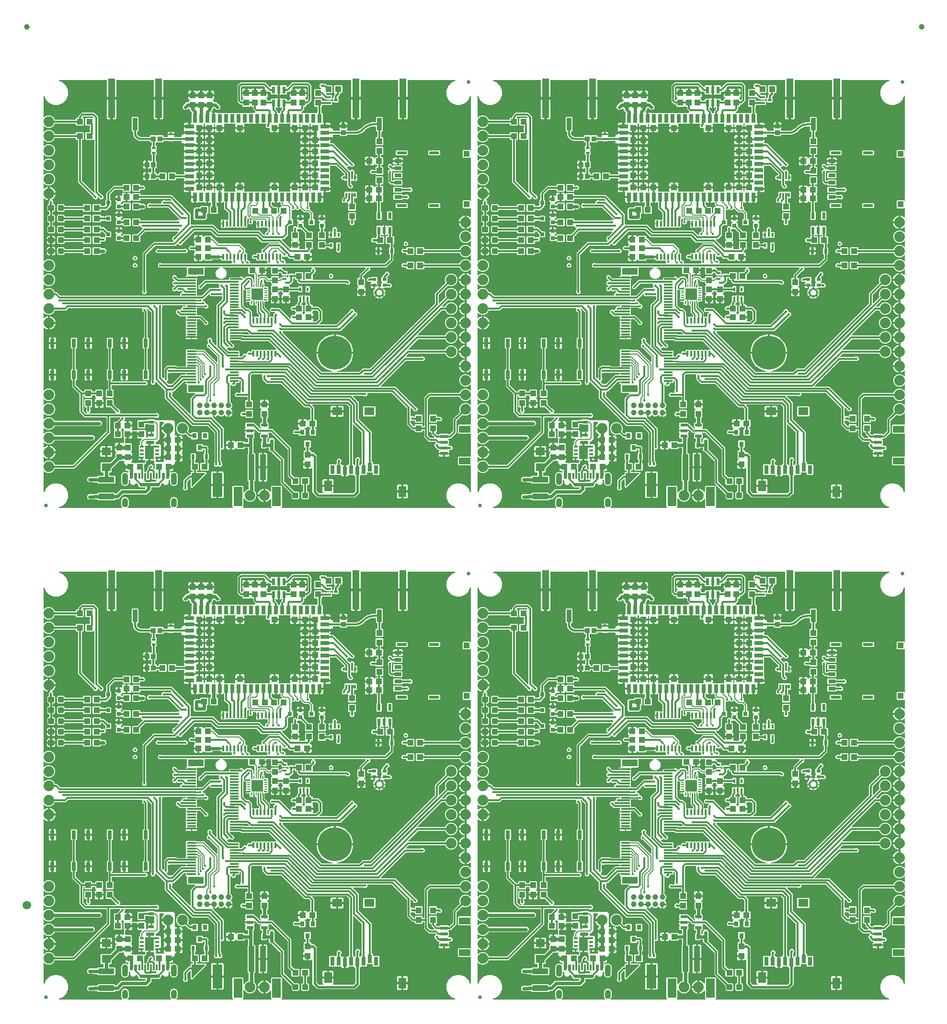
<source format=gtl>
G04 EAGLE Gerber RS-274X export*
G75*
%MOMM*%
%FSLAX34Y34*%
%LPD*%
%INTop Copper*%
%IPPOS*%
%AMOC8*
5,1,8,0,0,1.08239X$1,22.5*%
G01*
%ADD10R,0.300000X1.000000*%
%ADD11R,0.600000X1.000000*%
%ADD12C,0.600000*%
%ADD13R,1.100000X1.000000*%
%ADD14R,0.650000X0.300000*%
%ADD15R,1.600000X2.350000*%
%ADD16R,1.000000X1.100000*%
%ADD17C,0.635000*%
%ADD18R,0.725000X0.522000*%
%ADD19R,0.500000X0.200000*%
%ADD20R,0.200000X0.500000*%
%ADD21R,1.700000X4.200000*%
%ADD22R,1.000000X1.000000*%
%ADD23R,0.630000X0.830000*%
%ADD24R,0.762000X1.524000*%
%ADD25R,2.800000X1.000000*%
%ADD26R,1.600000X1.400000*%
%ADD27C,1.879600*%
%ADD28C,1.000000*%
%ADD29R,1.800000X1.400000*%
%ADD30R,1.400000X1.900000*%
%ADD31R,0.800000X1.500000*%
%ADD32C,6.000000*%
%ADD33R,0.830000X0.630000*%
%ADD34C,0.300000*%
%ADD35R,1.550000X0.300000*%
%ADD36R,2.750000X1.200000*%
%ADD37R,0.800000X0.900000*%
%ADD38R,2.000000X1.200000*%
%ADD39R,1.350000X0.600000*%
%ADD40R,1.500000X0.800000*%
%ADD41R,1.100000X1.100000*%
%ADD42R,0.495000X0.250000*%
%ADD43R,0.600000X0.250000*%
%ADD44R,0.250000X0.495000*%
%ADD45R,0.250000X0.600000*%
%ADD46R,0.400000X0.750000*%
%ADD47R,0.650000X0.460000*%
%ADD48R,1.150000X7.000000*%
%ADD49R,0.900000X2.200000*%
%ADD50R,1.200000X0.550000*%
%ADD51R,1.000000X4.600000*%
%ADD52R,1.600000X3.400000*%
%ADD53R,1.300000X0.650000*%
%ADD54R,1.800000X0.480000*%
%ADD55R,1.000000X1.030000*%
%ADD56R,0.600000X1.200000*%
%ADD57R,0.660400X0.355600*%
%ADD58R,0.850000X0.900000*%
%ADD59R,0.550000X1.200000*%
%ADD60R,0.900000X0.850000*%
%ADD61R,0.304800X0.990600*%
%ADD62R,0.300000X0.800000*%
%ADD63R,0.700000X0.700000*%
%ADD64R,0.420000X0.700000*%
%ADD65C,1.500000*%
%ADD66C,0.304800*%
%ADD67C,0.452400*%
%ADD68C,0.254000*%
%ADD69C,0.609600*%
%ADD70C,0.203200*%
%ADD71C,0.406400*%
%ADD72C,0.350519*%

G36*
X1426265Y1015898D02*
X1426265Y1015898D01*
X1426367Y1015906D01*
X1426395Y1015918D01*
X1426426Y1015923D01*
X1426518Y1015967D01*
X1426614Y1016005D01*
X1426637Y1016025D01*
X1426665Y1016038D01*
X1426740Y1016108D01*
X1426820Y1016173D01*
X1426837Y1016199D01*
X1426859Y1016220D01*
X1426910Y1016309D01*
X1426967Y1016394D01*
X1426973Y1016418D01*
X1426991Y1016450D01*
X1427049Y1016710D01*
X1427046Y1016748D01*
X1427051Y1016771D01*
X1427051Y1018817D01*
X1428093Y1019859D01*
X1439567Y1019859D01*
X1440609Y1018817D01*
X1440609Y1016771D01*
X1440624Y1016669D01*
X1440632Y1016567D01*
X1440644Y1016539D01*
X1440649Y1016508D01*
X1440693Y1016416D01*
X1440731Y1016320D01*
X1440751Y1016297D01*
X1440764Y1016269D01*
X1440834Y1016194D01*
X1440899Y1016114D01*
X1440925Y1016097D01*
X1440946Y1016075D01*
X1441035Y1016024D01*
X1441120Y1015967D01*
X1441144Y1015961D01*
X1441176Y1015943D01*
X1441436Y1015885D01*
X1441474Y1015888D01*
X1441497Y1015883D01*
X1442339Y1015883D01*
X1442441Y1015898D01*
X1442543Y1015906D01*
X1442571Y1015918D01*
X1442602Y1015923D01*
X1442694Y1015967D01*
X1442790Y1016005D01*
X1442813Y1016025D01*
X1442841Y1016038D01*
X1442916Y1016108D01*
X1442996Y1016173D01*
X1443013Y1016199D01*
X1443035Y1016220D01*
X1443086Y1016309D01*
X1443143Y1016394D01*
X1443149Y1016418D01*
X1443167Y1016450D01*
X1443225Y1016710D01*
X1443222Y1016748D01*
X1443227Y1016771D01*
X1443227Y1066898D01*
X1445422Y1069093D01*
X1449317Y1072988D01*
X1451512Y1075183D01*
X1505057Y1075183D01*
X1505118Y1075192D01*
X1505180Y1075191D01*
X1505249Y1075212D01*
X1505320Y1075223D01*
X1505376Y1075250D01*
X1505435Y1075267D01*
X1505494Y1075307D01*
X1505559Y1075338D01*
X1505604Y1075381D01*
X1505656Y1075415D01*
X1505683Y1075454D01*
X1505753Y1075520D01*
X1505860Y1075706D01*
X1505878Y1075731D01*
X1506905Y1078211D01*
X1510049Y1081355D01*
X1514157Y1083057D01*
X1518603Y1083057D01*
X1522711Y1081355D01*
X1524515Y1079551D01*
X1524556Y1079521D01*
X1524592Y1079483D01*
X1524663Y1079442D01*
X1524729Y1079394D01*
X1524778Y1079377D01*
X1524822Y1079351D01*
X1524902Y1079333D01*
X1524980Y1079306D01*
X1525032Y1079304D01*
X1525082Y1079293D01*
X1525164Y1079300D01*
X1525246Y1079297D01*
X1525295Y1079311D01*
X1525347Y1079315D01*
X1525423Y1079345D01*
X1525502Y1079367D01*
X1525546Y1079395D01*
X1525594Y1079414D01*
X1525657Y1079466D01*
X1525726Y1079510D01*
X1525760Y1079549D01*
X1525800Y1079581D01*
X1525845Y1079650D01*
X1525898Y1079712D01*
X1525919Y1079760D01*
X1525947Y1079803D01*
X1525959Y1079853D01*
X1526003Y1079957D01*
X1526021Y1080135D01*
X1526031Y1080179D01*
X1526031Y1088981D01*
X1526024Y1089032D01*
X1526025Y1089083D01*
X1526004Y1089162D01*
X1525991Y1089243D01*
X1525969Y1089290D01*
X1525955Y1089340D01*
X1525911Y1089409D01*
X1525876Y1089483D01*
X1525841Y1089520D01*
X1525813Y1089564D01*
X1525750Y1089617D01*
X1525694Y1089677D01*
X1525650Y1089703D01*
X1525610Y1089736D01*
X1525535Y1089768D01*
X1525464Y1089809D01*
X1525413Y1089820D01*
X1525366Y1089840D01*
X1525284Y1089849D01*
X1525204Y1089867D01*
X1525153Y1089863D01*
X1525101Y1089868D01*
X1525021Y1089852D01*
X1524939Y1089845D01*
X1524891Y1089826D01*
X1524841Y1089816D01*
X1524797Y1089788D01*
X1524692Y1089746D01*
X1524553Y1089633D01*
X1524515Y1089609D01*
X1522711Y1087805D01*
X1518603Y1086103D01*
X1514157Y1086103D01*
X1510049Y1087805D01*
X1506905Y1090949D01*
X1505203Y1095057D01*
X1505203Y1099503D01*
X1506905Y1103611D01*
X1510049Y1106755D01*
X1514157Y1108457D01*
X1518603Y1108457D01*
X1522711Y1106755D01*
X1524515Y1104951D01*
X1524556Y1104921D01*
X1524592Y1104883D01*
X1524663Y1104842D01*
X1524729Y1104794D01*
X1524778Y1104777D01*
X1524822Y1104751D01*
X1524902Y1104733D01*
X1524980Y1104706D01*
X1525032Y1104704D01*
X1525082Y1104693D01*
X1525164Y1104700D01*
X1525246Y1104697D01*
X1525295Y1104711D01*
X1525347Y1104715D01*
X1525423Y1104745D01*
X1525502Y1104767D01*
X1525546Y1104795D01*
X1525594Y1104814D01*
X1525657Y1104866D01*
X1525726Y1104910D01*
X1525760Y1104949D01*
X1525800Y1104981D01*
X1525845Y1105050D01*
X1525898Y1105112D01*
X1525919Y1105160D01*
X1525947Y1105203D01*
X1525959Y1105253D01*
X1526003Y1105357D01*
X1526021Y1105535D01*
X1526031Y1105579D01*
X1526031Y1113303D01*
X1526024Y1113354D01*
X1526025Y1113406D01*
X1526004Y1113485D01*
X1525991Y1113566D01*
X1525969Y1113612D01*
X1525955Y1113662D01*
X1525912Y1113731D01*
X1525876Y1113805D01*
X1525840Y1113843D01*
X1525813Y1113886D01*
X1525750Y1113939D01*
X1525694Y1113999D01*
X1525649Y1114025D01*
X1525610Y1114058D01*
X1525535Y1114091D01*
X1525464Y1114131D01*
X1525413Y1114143D01*
X1525366Y1114163D01*
X1525284Y1114171D01*
X1525204Y1114189D01*
X1525153Y1114185D01*
X1525101Y1114190D01*
X1525021Y1114174D01*
X1524939Y1114167D01*
X1524891Y1114148D01*
X1524841Y1114138D01*
X1524797Y1114110D01*
X1524692Y1114068D01*
X1524553Y1113955D01*
X1524515Y1113931D01*
X1524158Y1113574D01*
X1522637Y1112469D01*
X1520963Y1111616D01*
X1519176Y1111035D01*
X1518157Y1110874D01*
X1518157Y1121791D01*
X1518142Y1121892D01*
X1518133Y1121995D01*
X1518122Y1122023D01*
X1518117Y1122054D01*
X1518073Y1122146D01*
X1518034Y1122241D01*
X1518015Y1122265D01*
X1518002Y1122293D01*
X1517932Y1122368D01*
X1517867Y1122448D01*
X1517841Y1122465D01*
X1517820Y1122487D01*
X1517731Y1122538D01*
X1517646Y1122595D01*
X1517622Y1122600D01*
X1517590Y1122619D01*
X1517330Y1122677D01*
X1517292Y1122674D01*
X1517269Y1122679D01*
X1516379Y1122679D01*
X1516379Y1122681D01*
X1517269Y1122681D01*
X1517370Y1122696D01*
X1517473Y1122705D01*
X1517501Y1122716D01*
X1517532Y1122721D01*
X1517624Y1122765D01*
X1517719Y1122804D01*
X1517743Y1122823D01*
X1517771Y1122836D01*
X1517846Y1122906D01*
X1517926Y1122971D01*
X1517943Y1122997D01*
X1517965Y1123018D01*
X1518016Y1123107D01*
X1518073Y1123192D01*
X1518079Y1123216D01*
X1518097Y1123249D01*
X1518155Y1123508D01*
X1518152Y1123546D01*
X1518157Y1123569D01*
X1518157Y1147191D01*
X1518142Y1147292D01*
X1518133Y1147395D01*
X1518122Y1147423D01*
X1518117Y1147454D01*
X1518073Y1147546D01*
X1518034Y1147641D01*
X1518015Y1147665D01*
X1518002Y1147693D01*
X1517932Y1147768D01*
X1517867Y1147848D01*
X1517841Y1147865D01*
X1517820Y1147887D01*
X1517731Y1147938D01*
X1517646Y1147995D01*
X1517622Y1148000D01*
X1517590Y1148019D01*
X1517330Y1148077D01*
X1517292Y1148074D01*
X1517269Y1148079D01*
X1516379Y1148079D01*
X1516379Y1148081D01*
X1517269Y1148081D01*
X1517370Y1148096D01*
X1517473Y1148105D01*
X1517501Y1148116D01*
X1517532Y1148121D01*
X1517624Y1148165D01*
X1517719Y1148204D01*
X1517743Y1148223D01*
X1517771Y1148236D01*
X1517846Y1148306D01*
X1517926Y1148371D01*
X1517943Y1148397D01*
X1517965Y1148418D01*
X1518016Y1148507D01*
X1518073Y1148592D01*
X1518079Y1148616D01*
X1518097Y1148649D01*
X1518155Y1148908D01*
X1518152Y1148946D01*
X1518157Y1148969D01*
X1518157Y1172591D01*
X1518142Y1172692D01*
X1518133Y1172795D01*
X1518122Y1172823D01*
X1518117Y1172854D01*
X1518073Y1172946D01*
X1518034Y1173041D01*
X1518015Y1173065D01*
X1518002Y1173093D01*
X1517932Y1173168D01*
X1517867Y1173248D01*
X1517841Y1173265D01*
X1517820Y1173287D01*
X1517731Y1173338D01*
X1517646Y1173395D01*
X1517622Y1173400D01*
X1517590Y1173419D01*
X1517330Y1173477D01*
X1517292Y1173474D01*
X1517269Y1173479D01*
X1516379Y1173479D01*
X1516379Y1173481D01*
X1517269Y1173481D01*
X1517370Y1173496D01*
X1517473Y1173505D01*
X1517501Y1173516D01*
X1517532Y1173521D01*
X1517624Y1173565D01*
X1517719Y1173604D01*
X1517743Y1173623D01*
X1517771Y1173636D01*
X1517846Y1173706D01*
X1517926Y1173771D01*
X1517943Y1173797D01*
X1517965Y1173818D01*
X1518016Y1173907D01*
X1518073Y1173992D01*
X1518079Y1174016D01*
X1518097Y1174049D01*
X1518155Y1174308D01*
X1518152Y1174346D01*
X1518157Y1174369D01*
X1518157Y1197991D01*
X1518142Y1198092D01*
X1518133Y1198195D01*
X1518122Y1198223D01*
X1518117Y1198254D01*
X1518073Y1198346D01*
X1518034Y1198441D01*
X1518015Y1198465D01*
X1518002Y1198493D01*
X1517932Y1198568D01*
X1517867Y1198648D01*
X1517841Y1198665D01*
X1517820Y1198687D01*
X1517731Y1198738D01*
X1517646Y1198795D01*
X1517622Y1198800D01*
X1517590Y1198819D01*
X1517330Y1198877D01*
X1517292Y1198874D01*
X1517269Y1198879D01*
X1516379Y1198879D01*
X1516379Y1198881D01*
X1517269Y1198881D01*
X1517370Y1198896D01*
X1517473Y1198905D01*
X1517501Y1198916D01*
X1517532Y1198921D01*
X1517624Y1198965D01*
X1517719Y1199004D01*
X1517743Y1199023D01*
X1517771Y1199036D01*
X1517846Y1199106D01*
X1517926Y1199171D01*
X1517943Y1199197D01*
X1517965Y1199218D01*
X1518016Y1199307D01*
X1518073Y1199392D01*
X1518079Y1199416D01*
X1518097Y1199449D01*
X1518155Y1199708D01*
X1518152Y1199746D01*
X1518157Y1199769D01*
X1518157Y1223391D01*
X1518142Y1223492D01*
X1518133Y1223595D01*
X1518122Y1223623D01*
X1518117Y1223654D01*
X1518073Y1223746D01*
X1518034Y1223841D01*
X1518015Y1223865D01*
X1518002Y1223893D01*
X1517932Y1223968D01*
X1517867Y1224048D01*
X1517841Y1224065D01*
X1517820Y1224087D01*
X1517731Y1224138D01*
X1517646Y1224195D01*
X1517622Y1224200D01*
X1517590Y1224219D01*
X1517330Y1224277D01*
X1517292Y1224274D01*
X1517269Y1224279D01*
X1516379Y1224279D01*
X1516379Y1224281D01*
X1517269Y1224281D01*
X1517370Y1224296D01*
X1517473Y1224305D01*
X1517501Y1224316D01*
X1517532Y1224321D01*
X1517624Y1224365D01*
X1517719Y1224404D01*
X1517743Y1224423D01*
X1517771Y1224436D01*
X1517846Y1224506D01*
X1517926Y1224571D01*
X1517943Y1224597D01*
X1517965Y1224618D01*
X1518016Y1224707D01*
X1518073Y1224792D01*
X1518079Y1224816D01*
X1518097Y1224849D01*
X1518155Y1225108D01*
X1518152Y1225146D01*
X1518157Y1225169D01*
X1518157Y1248791D01*
X1518142Y1248892D01*
X1518133Y1248995D01*
X1518122Y1249023D01*
X1518117Y1249054D01*
X1518073Y1249146D01*
X1518034Y1249241D01*
X1518015Y1249265D01*
X1518002Y1249293D01*
X1517932Y1249368D01*
X1517867Y1249448D01*
X1517841Y1249465D01*
X1517820Y1249487D01*
X1517731Y1249538D01*
X1517646Y1249595D01*
X1517622Y1249600D01*
X1517590Y1249619D01*
X1517330Y1249677D01*
X1517292Y1249674D01*
X1517269Y1249679D01*
X1516379Y1249679D01*
X1516379Y1249681D01*
X1517269Y1249681D01*
X1517370Y1249696D01*
X1517473Y1249705D01*
X1517501Y1249716D01*
X1517532Y1249721D01*
X1517624Y1249765D01*
X1517719Y1249804D01*
X1517743Y1249823D01*
X1517771Y1249836D01*
X1517846Y1249906D01*
X1517926Y1249971D01*
X1517943Y1249997D01*
X1517965Y1250018D01*
X1518016Y1250107D01*
X1518073Y1250192D01*
X1518079Y1250216D01*
X1518097Y1250249D01*
X1518155Y1250508D01*
X1518152Y1250546D01*
X1518157Y1250569D01*
X1518157Y1274191D01*
X1518142Y1274292D01*
X1518133Y1274395D01*
X1518122Y1274423D01*
X1518117Y1274454D01*
X1518073Y1274546D01*
X1518034Y1274641D01*
X1518015Y1274665D01*
X1518002Y1274693D01*
X1517932Y1274768D01*
X1517867Y1274848D01*
X1517841Y1274865D01*
X1517820Y1274887D01*
X1517731Y1274938D01*
X1517646Y1274995D01*
X1517622Y1275000D01*
X1517590Y1275019D01*
X1517330Y1275077D01*
X1517292Y1275074D01*
X1517269Y1275079D01*
X1516379Y1275079D01*
X1516379Y1275081D01*
X1517269Y1275081D01*
X1517370Y1275096D01*
X1517473Y1275105D01*
X1517501Y1275116D01*
X1517532Y1275121D01*
X1517624Y1275165D01*
X1517719Y1275204D01*
X1517743Y1275223D01*
X1517771Y1275236D01*
X1517846Y1275306D01*
X1517926Y1275371D01*
X1517943Y1275397D01*
X1517965Y1275418D01*
X1518016Y1275507D01*
X1518073Y1275592D01*
X1518079Y1275616D01*
X1518097Y1275649D01*
X1518155Y1275908D01*
X1518152Y1275946D01*
X1518157Y1275969D01*
X1518157Y1286886D01*
X1519176Y1286725D01*
X1520963Y1286144D01*
X1522637Y1285291D01*
X1524158Y1284186D01*
X1524515Y1283829D01*
X1524556Y1283798D01*
X1524592Y1283761D01*
X1524663Y1283720D01*
X1524729Y1283671D01*
X1524778Y1283654D01*
X1524822Y1283629D01*
X1524902Y1283611D01*
X1524980Y1283584D01*
X1525032Y1283582D01*
X1525082Y1283571D01*
X1525164Y1283578D01*
X1525246Y1283575D01*
X1525295Y1283588D01*
X1525347Y1283593D01*
X1525423Y1283623D01*
X1525502Y1283645D01*
X1525546Y1283672D01*
X1525594Y1283692D01*
X1525657Y1283743D01*
X1525726Y1283787D01*
X1525760Y1283827D01*
X1525800Y1283859D01*
X1525845Y1283927D01*
X1525898Y1283990D01*
X1525919Y1284037D01*
X1525947Y1284080D01*
X1525959Y1284131D01*
X1526003Y1284234D01*
X1526021Y1284413D01*
X1526031Y1284457D01*
X1526031Y1292181D01*
X1526024Y1292232D01*
X1526025Y1292283D01*
X1526004Y1292362D01*
X1525991Y1292443D01*
X1525969Y1292490D01*
X1525955Y1292540D01*
X1525911Y1292609D01*
X1525876Y1292683D01*
X1525841Y1292720D01*
X1525813Y1292764D01*
X1525750Y1292817D01*
X1525694Y1292877D01*
X1525650Y1292903D01*
X1525610Y1292936D01*
X1525535Y1292968D01*
X1525464Y1293009D01*
X1525413Y1293020D01*
X1525366Y1293040D01*
X1525284Y1293049D01*
X1525204Y1293067D01*
X1525153Y1293063D01*
X1525101Y1293068D01*
X1525021Y1293052D01*
X1524939Y1293045D01*
X1524891Y1293026D01*
X1524841Y1293016D01*
X1524797Y1292988D01*
X1524692Y1292946D01*
X1524553Y1292833D01*
X1524515Y1292809D01*
X1522711Y1291005D01*
X1518603Y1289303D01*
X1514157Y1289303D01*
X1510049Y1291005D01*
X1506905Y1294149D01*
X1505878Y1296629D01*
X1505846Y1296682D01*
X1505822Y1296740D01*
X1505777Y1296795D01*
X1505740Y1296857D01*
X1505694Y1296898D01*
X1505655Y1296946D01*
X1505595Y1296986D01*
X1505542Y1297033D01*
X1505485Y1297059D01*
X1505434Y1297093D01*
X1505387Y1297104D01*
X1505300Y1297143D01*
X1505087Y1297170D01*
X1505057Y1297177D01*
X1444147Y1297177D01*
X1444045Y1297162D01*
X1443943Y1297154D01*
X1443915Y1297142D01*
X1443884Y1297137D01*
X1443792Y1297093D01*
X1443696Y1297055D01*
X1443673Y1297035D01*
X1443645Y1297022D01*
X1443570Y1296952D01*
X1443490Y1296887D01*
X1443473Y1296861D01*
X1443451Y1296840D01*
X1443400Y1296751D01*
X1443343Y1296666D01*
X1443337Y1296642D01*
X1443319Y1296610D01*
X1443261Y1296350D01*
X1443264Y1296312D01*
X1443259Y1296289D01*
X1443259Y1294743D01*
X1442217Y1293701D01*
X1429743Y1293701D01*
X1428701Y1294743D01*
X1428701Y1306217D01*
X1429743Y1307259D01*
X1442217Y1307259D01*
X1443259Y1306217D01*
X1443259Y1304671D01*
X1443274Y1304569D01*
X1443282Y1304467D01*
X1443294Y1304439D01*
X1443299Y1304408D01*
X1443343Y1304316D01*
X1443381Y1304220D01*
X1443401Y1304197D01*
X1443414Y1304169D01*
X1443484Y1304094D01*
X1443549Y1304014D01*
X1443575Y1303997D01*
X1443596Y1303975D01*
X1443685Y1303924D01*
X1443770Y1303867D01*
X1443794Y1303861D01*
X1443826Y1303843D01*
X1444086Y1303785D01*
X1444124Y1303788D01*
X1444147Y1303783D01*
X1505057Y1303783D01*
X1505118Y1303792D01*
X1505180Y1303791D01*
X1505249Y1303812D01*
X1505320Y1303823D01*
X1505376Y1303850D01*
X1505435Y1303867D01*
X1505494Y1303907D01*
X1505559Y1303938D01*
X1505604Y1303981D01*
X1505656Y1304015D01*
X1505683Y1304054D01*
X1505753Y1304120D01*
X1505860Y1304306D01*
X1505878Y1304331D01*
X1506905Y1306811D01*
X1510049Y1309955D01*
X1514157Y1311657D01*
X1518603Y1311657D01*
X1522711Y1309955D01*
X1524515Y1308151D01*
X1524556Y1308121D01*
X1524592Y1308083D01*
X1524663Y1308042D01*
X1524729Y1307994D01*
X1524778Y1307977D01*
X1524822Y1307951D01*
X1524902Y1307933D01*
X1524980Y1307906D01*
X1525032Y1307904D01*
X1525082Y1307893D01*
X1525164Y1307900D01*
X1525246Y1307897D01*
X1525295Y1307911D01*
X1525347Y1307915D01*
X1525423Y1307945D01*
X1525502Y1307967D01*
X1525546Y1307995D01*
X1525594Y1308014D01*
X1525657Y1308066D01*
X1525726Y1308110D01*
X1525760Y1308149D01*
X1525800Y1308181D01*
X1525845Y1308250D01*
X1525898Y1308312D01*
X1525919Y1308360D01*
X1525947Y1308403D01*
X1525959Y1308453D01*
X1526003Y1308557D01*
X1526021Y1308735D01*
X1526031Y1308779D01*
X1526031Y1317581D01*
X1526024Y1317632D01*
X1526025Y1317683D01*
X1526004Y1317762D01*
X1525991Y1317843D01*
X1525969Y1317890D01*
X1525955Y1317940D01*
X1525911Y1318009D01*
X1525876Y1318083D01*
X1525841Y1318120D01*
X1525813Y1318164D01*
X1525750Y1318217D01*
X1525694Y1318277D01*
X1525650Y1318303D01*
X1525610Y1318336D01*
X1525535Y1318368D01*
X1525464Y1318409D01*
X1525413Y1318420D01*
X1525366Y1318440D01*
X1525284Y1318449D01*
X1525204Y1318467D01*
X1525153Y1318463D01*
X1525101Y1318468D01*
X1525021Y1318452D01*
X1524939Y1318445D01*
X1524891Y1318426D01*
X1524841Y1318416D01*
X1524797Y1318388D01*
X1524692Y1318346D01*
X1524553Y1318233D01*
X1524515Y1318209D01*
X1522711Y1316405D01*
X1518603Y1314703D01*
X1514157Y1314703D01*
X1510049Y1316405D01*
X1506905Y1319549D01*
X1505878Y1322029D01*
X1505846Y1322082D01*
X1505822Y1322140D01*
X1505777Y1322195D01*
X1505740Y1322257D01*
X1505694Y1322298D01*
X1505655Y1322346D01*
X1505595Y1322386D01*
X1505542Y1322433D01*
X1505485Y1322459D01*
X1505434Y1322493D01*
X1505387Y1322504D01*
X1505300Y1322543D01*
X1505087Y1322570D01*
X1505057Y1322577D01*
X1444147Y1322577D01*
X1444045Y1322562D01*
X1443943Y1322554D01*
X1443915Y1322542D01*
X1443884Y1322537D01*
X1443792Y1322493D01*
X1443696Y1322455D01*
X1443673Y1322435D01*
X1443645Y1322422D01*
X1443570Y1322352D01*
X1443490Y1322287D01*
X1443473Y1322261D01*
X1443451Y1322240D01*
X1443400Y1322151D01*
X1443343Y1322066D01*
X1443337Y1322042D01*
X1443319Y1322010D01*
X1443261Y1321750D01*
X1443264Y1321712D01*
X1443259Y1321689D01*
X1443259Y1320143D01*
X1442217Y1319101D01*
X1429743Y1319101D01*
X1428701Y1320143D01*
X1428701Y1331617D01*
X1429743Y1332659D01*
X1442217Y1332659D01*
X1443259Y1331617D01*
X1443259Y1330071D01*
X1443274Y1329969D01*
X1443282Y1329867D01*
X1443294Y1329839D01*
X1443299Y1329808D01*
X1443343Y1329716D01*
X1443381Y1329620D01*
X1443401Y1329597D01*
X1443414Y1329569D01*
X1443484Y1329494D01*
X1443549Y1329414D01*
X1443575Y1329397D01*
X1443596Y1329375D01*
X1443685Y1329324D01*
X1443770Y1329267D01*
X1443794Y1329261D01*
X1443826Y1329243D01*
X1444086Y1329185D01*
X1444124Y1329188D01*
X1444147Y1329183D01*
X1505057Y1329183D01*
X1505118Y1329192D01*
X1505180Y1329191D01*
X1505249Y1329212D01*
X1505320Y1329223D01*
X1505376Y1329250D01*
X1505435Y1329267D01*
X1505494Y1329307D01*
X1505559Y1329338D01*
X1505604Y1329381D01*
X1505656Y1329415D01*
X1505683Y1329454D01*
X1505753Y1329520D01*
X1505860Y1329706D01*
X1505878Y1329731D01*
X1506905Y1332211D01*
X1510049Y1335355D01*
X1514157Y1337057D01*
X1518603Y1337057D01*
X1522711Y1335355D01*
X1524515Y1333551D01*
X1524556Y1333521D01*
X1524592Y1333483D01*
X1524663Y1333442D01*
X1524729Y1333394D01*
X1524778Y1333377D01*
X1524822Y1333351D01*
X1524902Y1333333D01*
X1524980Y1333306D01*
X1525032Y1333304D01*
X1525082Y1333293D01*
X1525164Y1333300D01*
X1525246Y1333297D01*
X1525295Y1333311D01*
X1525347Y1333315D01*
X1525423Y1333345D01*
X1525502Y1333367D01*
X1525546Y1333395D01*
X1525594Y1333414D01*
X1525657Y1333466D01*
X1525726Y1333510D01*
X1525760Y1333549D01*
X1525800Y1333581D01*
X1525845Y1333650D01*
X1525898Y1333712D01*
X1525919Y1333760D01*
X1525947Y1333803D01*
X1525959Y1333853D01*
X1526003Y1333957D01*
X1526021Y1334135D01*
X1526031Y1334179D01*
X1526031Y1342981D01*
X1526024Y1343032D01*
X1526025Y1343083D01*
X1526004Y1343162D01*
X1525991Y1343243D01*
X1525969Y1343290D01*
X1525955Y1343340D01*
X1525911Y1343409D01*
X1525876Y1343483D01*
X1525841Y1343520D01*
X1525813Y1343564D01*
X1525750Y1343617D01*
X1525694Y1343677D01*
X1525650Y1343703D01*
X1525610Y1343736D01*
X1525535Y1343768D01*
X1525464Y1343809D01*
X1525413Y1343820D01*
X1525366Y1343840D01*
X1525284Y1343849D01*
X1525204Y1343867D01*
X1525153Y1343863D01*
X1525101Y1343868D01*
X1525021Y1343852D01*
X1524939Y1343845D01*
X1524891Y1343826D01*
X1524841Y1343816D01*
X1524797Y1343788D01*
X1524692Y1343746D01*
X1524553Y1343633D01*
X1524515Y1343609D01*
X1522711Y1341805D01*
X1518603Y1340103D01*
X1514157Y1340103D01*
X1510049Y1341805D01*
X1506905Y1344949D01*
X1505203Y1349057D01*
X1505203Y1353503D01*
X1506905Y1357611D01*
X1510049Y1360755D01*
X1514157Y1362457D01*
X1518603Y1362457D01*
X1522711Y1360755D01*
X1524515Y1358951D01*
X1524556Y1358921D01*
X1524592Y1358883D01*
X1524663Y1358842D01*
X1524729Y1358794D01*
X1524778Y1358777D01*
X1524822Y1358751D01*
X1524902Y1358733D01*
X1524980Y1358706D01*
X1525032Y1358704D01*
X1525082Y1358693D01*
X1525164Y1358700D01*
X1525246Y1358697D01*
X1525295Y1358711D01*
X1525347Y1358715D01*
X1525423Y1358745D01*
X1525502Y1358767D01*
X1525546Y1358795D01*
X1525594Y1358814D01*
X1525657Y1358866D01*
X1525726Y1358910D01*
X1525760Y1358949D01*
X1525800Y1358981D01*
X1525845Y1359050D01*
X1525898Y1359112D01*
X1525919Y1359160D01*
X1525947Y1359203D01*
X1525959Y1359253D01*
X1526003Y1359357D01*
X1526021Y1359535D01*
X1526031Y1359579D01*
X1526031Y1367303D01*
X1526024Y1367354D01*
X1526025Y1367406D01*
X1526004Y1367485D01*
X1525991Y1367566D01*
X1525969Y1367612D01*
X1525955Y1367662D01*
X1525912Y1367731D01*
X1525876Y1367805D01*
X1525840Y1367843D01*
X1525813Y1367886D01*
X1525750Y1367939D01*
X1525694Y1367999D01*
X1525649Y1368025D01*
X1525610Y1368058D01*
X1525535Y1368091D01*
X1525464Y1368131D01*
X1525413Y1368143D01*
X1525366Y1368163D01*
X1525284Y1368171D01*
X1525204Y1368189D01*
X1525153Y1368185D01*
X1525101Y1368190D01*
X1525021Y1368174D01*
X1524939Y1368167D01*
X1524891Y1368148D01*
X1524841Y1368138D01*
X1524797Y1368110D01*
X1524692Y1368068D01*
X1524553Y1367955D01*
X1524515Y1367931D01*
X1524158Y1367574D01*
X1522637Y1366469D01*
X1520963Y1365616D01*
X1519176Y1365035D01*
X1518157Y1364874D01*
X1518157Y1375791D01*
X1518142Y1375892D01*
X1518133Y1375995D01*
X1518122Y1376023D01*
X1518117Y1376054D01*
X1518073Y1376146D01*
X1518034Y1376241D01*
X1518015Y1376265D01*
X1518002Y1376293D01*
X1517932Y1376368D01*
X1517867Y1376448D01*
X1517841Y1376465D01*
X1517820Y1376487D01*
X1517731Y1376538D01*
X1517646Y1376595D01*
X1517622Y1376600D01*
X1517590Y1376619D01*
X1517330Y1376677D01*
X1517292Y1376674D01*
X1517269Y1376679D01*
X1516379Y1376679D01*
X1516379Y1376681D01*
X1517269Y1376681D01*
X1517370Y1376696D01*
X1517473Y1376705D01*
X1517501Y1376716D01*
X1517532Y1376721D01*
X1517624Y1376765D01*
X1517719Y1376804D01*
X1517743Y1376823D01*
X1517771Y1376836D01*
X1517846Y1376906D01*
X1517926Y1376971D01*
X1517943Y1376997D01*
X1517965Y1377018D01*
X1518016Y1377107D01*
X1518073Y1377192D01*
X1518079Y1377216D01*
X1518097Y1377249D01*
X1518155Y1377508D01*
X1518152Y1377546D01*
X1518157Y1377569D01*
X1518157Y1388486D01*
X1519176Y1388325D01*
X1520963Y1387744D01*
X1522637Y1386891D01*
X1524158Y1385786D01*
X1524515Y1385429D01*
X1524556Y1385398D01*
X1524592Y1385361D01*
X1524663Y1385320D01*
X1524729Y1385271D01*
X1524778Y1385254D01*
X1524822Y1385229D01*
X1524902Y1385211D01*
X1524980Y1385184D01*
X1525032Y1385182D01*
X1525082Y1385171D01*
X1525164Y1385178D01*
X1525246Y1385175D01*
X1525295Y1385188D01*
X1525347Y1385193D01*
X1525423Y1385223D01*
X1525502Y1385245D01*
X1525546Y1385272D01*
X1525594Y1385292D01*
X1525657Y1385343D01*
X1525726Y1385387D01*
X1525760Y1385427D01*
X1525800Y1385459D01*
X1525845Y1385527D01*
X1525898Y1385590D01*
X1525919Y1385637D01*
X1525947Y1385680D01*
X1525959Y1385731D01*
X1526003Y1385834D01*
X1526021Y1386013D01*
X1526031Y1386057D01*
X1526031Y1401321D01*
X1526024Y1401372D01*
X1526025Y1401424D01*
X1526004Y1401503D01*
X1525991Y1401584D01*
X1525969Y1401631D01*
X1525955Y1401680D01*
X1525911Y1401750D01*
X1525876Y1401823D01*
X1525840Y1401861D01*
X1525813Y1401905D01*
X1525750Y1401958D01*
X1525694Y1402018D01*
X1525650Y1402043D01*
X1525610Y1402077D01*
X1525535Y1402109D01*
X1525464Y1402150D01*
X1525413Y1402161D01*
X1525366Y1402181D01*
X1525284Y1402190D01*
X1525204Y1402208D01*
X1525153Y1402203D01*
X1525101Y1402209D01*
X1525021Y1402193D01*
X1524939Y1402186D01*
X1524891Y1402167D01*
X1524841Y1402157D01*
X1524797Y1402129D01*
X1524692Y1402087D01*
X1524553Y1401974D01*
X1524515Y1401949D01*
X1523867Y1401301D01*
X1512393Y1401301D01*
X1511351Y1402343D01*
X1511351Y1414117D01*
X1512393Y1415159D01*
X1523867Y1415159D01*
X1524515Y1414511D01*
X1524556Y1414480D01*
X1524592Y1414442D01*
X1524663Y1414401D01*
X1524729Y1414353D01*
X1524778Y1414336D01*
X1524822Y1414310D01*
X1524902Y1414292D01*
X1524980Y1414265D01*
X1525032Y1414264D01*
X1525082Y1414252D01*
X1525164Y1414259D01*
X1525246Y1414256D01*
X1525295Y1414270D01*
X1525347Y1414274D01*
X1525423Y1414305D01*
X1525502Y1414326D01*
X1525546Y1414354D01*
X1525594Y1414373D01*
X1525657Y1414425D01*
X1525726Y1414469D01*
X1525760Y1414508D01*
X1525800Y1414541D01*
X1525845Y1414609D01*
X1525898Y1414671D01*
X1525919Y1414719D01*
X1525947Y1414762D01*
X1525959Y1414812D01*
X1526003Y1414916D01*
X1526021Y1415094D01*
X1526031Y1415139D01*
X1526031Y1490621D01*
X1526024Y1490672D01*
X1526025Y1490724D01*
X1526004Y1490803D01*
X1525991Y1490884D01*
X1525969Y1490931D01*
X1525955Y1490980D01*
X1525911Y1491050D01*
X1525876Y1491123D01*
X1525840Y1491161D01*
X1525813Y1491205D01*
X1525750Y1491258D01*
X1525694Y1491318D01*
X1525650Y1491343D01*
X1525610Y1491377D01*
X1525535Y1491409D01*
X1525464Y1491450D01*
X1525413Y1491461D01*
X1525366Y1491481D01*
X1525284Y1491490D01*
X1525204Y1491508D01*
X1525153Y1491503D01*
X1525101Y1491509D01*
X1525021Y1491493D01*
X1524939Y1491486D01*
X1524891Y1491467D01*
X1524841Y1491457D01*
X1524797Y1491429D01*
X1524692Y1491387D01*
X1524553Y1491274D01*
X1524515Y1491249D01*
X1523867Y1490601D01*
X1512393Y1490601D01*
X1511351Y1491643D01*
X1511351Y1503417D01*
X1512393Y1504459D01*
X1523867Y1504459D01*
X1524515Y1503811D01*
X1524556Y1503780D01*
X1524592Y1503742D01*
X1524663Y1503701D01*
X1524729Y1503653D01*
X1524778Y1503636D01*
X1524822Y1503610D01*
X1524902Y1503592D01*
X1524980Y1503565D01*
X1525032Y1503564D01*
X1525082Y1503552D01*
X1525164Y1503559D01*
X1525246Y1503556D01*
X1525295Y1503570D01*
X1525347Y1503574D01*
X1525423Y1503605D01*
X1525502Y1503626D01*
X1525546Y1503654D01*
X1525594Y1503673D01*
X1525657Y1503725D01*
X1525726Y1503769D01*
X1525760Y1503808D01*
X1525800Y1503841D01*
X1525845Y1503909D01*
X1525898Y1503971D01*
X1525919Y1504019D01*
X1525947Y1504062D01*
X1525959Y1504112D01*
X1526003Y1504216D01*
X1526021Y1504394D01*
X1526031Y1504439D01*
X1526031Y1599020D01*
X1526017Y1599111D01*
X1526012Y1599203D01*
X1525998Y1599242D01*
X1525991Y1599283D01*
X1525951Y1599366D01*
X1525919Y1599452D01*
X1525894Y1599485D01*
X1525876Y1599522D01*
X1525813Y1599589D01*
X1525756Y1599662D01*
X1525722Y1599686D01*
X1525694Y1599716D01*
X1525614Y1599762D01*
X1525539Y1599815D01*
X1525499Y1599828D01*
X1525464Y1599848D01*
X1525374Y1599868D01*
X1525286Y1599896D01*
X1525244Y1599897D01*
X1525204Y1599906D01*
X1525112Y1599898D01*
X1525020Y1599899D01*
X1524980Y1599888D01*
X1524939Y1599884D01*
X1524853Y1599850D01*
X1524765Y1599823D01*
X1524731Y1599801D01*
X1524692Y1599785D01*
X1524621Y1599727D01*
X1524544Y1599676D01*
X1524526Y1599650D01*
X1524486Y1599618D01*
X1524339Y1599397D01*
X1524334Y1599376D01*
X1524322Y1599360D01*
X1521768Y1593194D01*
X1515766Y1587192D01*
X1507924Y1583943D01*
X1499436Y1583943D01*
X1491594Y1587192D01*
X1485592Y1593194D01*
X1482343Y1601036D01*
X1482343Y1609524D01*
X1485592Y1617366D01*
X1491594Y1623368D01*
X1497760Y1625922D01*
X1497839Y1625970D01*
X1497922Y1626010D01*
X1497952Y1626038D01*
X1497987Y1626060D01*
X1498048Y1626129D01*
X1498116Y1626192D01*
X1498137Y1626228D01*
X1498164Y1626258D01*
X1498202Y1626342D01*
X1498248Y1626422D01*
X1498257Y1626463D01*
X1498274Y1626500D01*
X1498286Y1626592D01*
X1498306Y1626682D01*
X1498303Y1626723D01*
X1498308Y1626764D01*
X1498292Y1626855D01*
X1498284Y1626947D01*
X1498269Y1626985D01*
X1498262Y1627026D01*
X1498220Y1627108D01*
X1498185Y1627194D01*
X1498159Y1627226D01*
X1498140Y1627262D01*
X1498076Y1627328D01*
X1498018Y1627400D01*
X1497983Y1627423D01*
X1497955Y1627452D01*
X1497873Y1627496D01*
X1497797Y1627547D01*
X1497766Y1627554D01*
X1497721Y1627579D01*
X1497460Y1627630D01*
X1497440Y1627627D01*
X1497420Y1627631D01*
X1414559Y1627631D01*
X1414457Y1627616D01*
X1414355Y1627608D01*
X1414327Y1627596D01*
X1414296Y1627591D01*
X1414204Y1627547D01*
X1414108Y1627509D01*
X1414085Y1627489D01*
X1414057Y1627476D01*
X1413982Y1627406D01*
X1413902Y1627341D01*
X1413885Y1627315D01*
X1413863Y1627294D01*
X1413812Y1627205D01*
X1413755Y1627120D01*
X1413749Y1627096D01*
X1413731Y1627064D01*
X1413673Y1626804D01*
X1413673Y1626803D01*
X1413673Y1626802D01*
X1413676Y1626766D01*
X1413671Y1626743D01*
X1413671Y1598219D01*
X1406650Y1598219D01*
X1406532Y1598204D01*
X1406413Y1598197D01*
X1406375Y1598184D01*
X1406335Y1598179D01*
X1406224Y1598135D01*
X1406111Y1598099D01*
X1406076Y1598077D01*
X1406039Y1598062D01*
X1405943Y1597992D01*
X1405842Y1597929D01*
X1405814Y1597899D01*
X1405782Y1597875D01*
X1405706Y1597784D01*
X1405624Y1597697D01*
X1405605Y1597662D01*
X1405579Y1597630D01*
X1405528Y1597523D01*
X1405471Y1597419D01*
X1405460Y1597379D01*
X1405443Y1597343D01*
X1405421Y1597226D01*
X1405391Y1597111D01*
X1405387Y1597050D01*
X1405383Y1597030D01*
X1405385Y1597010D01*
X1405381Y1596950D01*
X1405381Y1595679D01*
X1405379Y1595679D01*
X1405379Y1596950D01*
X1405364Y1597068D01*
X1405357Y1597187D01*
X1405344Y1597225D01*
X1405339Y1597265D01*
X1405295Y1597376D01*
X1405259Y1597489D01*
X1405237Y1597524D01*
X1405222Y1597561D01*
X1405152Y1597657D01*
X1405089Y1597758D01*
X1405059Y1597786D01*
X1405035Y1597818D01*
X1404944Y1597894D01*
X1404857Y1597976D01*
X1404822Y1597995D01*
X1404790Y1598021D01*
X1404683Y1598072D01*
X1404579Y1598129D01*
X1404539Y1598140D01*
X1404503Y1598157D01*
X1404386Y1598179D01*
X1404271Y1598209D01*
X1404210Y1598213D01*
X1404190Y1598217D01*
X1404170Y1598215D01*
X1404110Y1598219D01*
X1397089Y1598219D01*
X1397089Y1626743D01*
X1397074Y1626845D01*
X1397066Y1626947D01*
X1397054Y1626975D01*
X1397049Y1627006D01*
X1397005Y1627098D01*
X1396967Y1627194D01*
X1396947Y1627217D01*
X1396934Y1627245D01*
X1396864Y1627320D01*
X1396799Y1627400D01*
X1396773Y1627417D01*
X1396752Y1627439D01*
X1396663Y1627490D01*
X1396578Y1627547D01*
X1396554Y1627553D01*
X1396522Y1627571D01*
X1396262Y1627629D01*
X1396224Y1627626D01*
X1396201Y1627631D01*
X1331759Y1627631D01*
X1331657Y1627616D01*
X1331555Y1627608D01*
X1331527Y1627596D01*
X1331496Y1627591D01*
X1331404Y1627547D01*
X1331308Y1627509D01*
X1331285Y1627489D01*
X1331257Y1627476D01*
X1331182Y1627406D01*
X1331102Y1627341D01*
X1331085Y1627315D01*
X1331063Y1627294D01*
X1331012Y1627205D01*
X1330955Y1627120D01*
X1330949Y1627096D01*
X1330931Y1627064D01*
X1330873Y1626804D01*
X1330873Y1626803D01*
X1330873Y1626802D01*
X1330876Y1626766D01*
X1330871Y1626743D01*
X1330871Y1598219D01*
X1323850Y1598219D01*
X1323732Y1598204D01*
X1323613Y1598197D01*
X1323575Y1598184D01*
X1323535Y1598179D01*
X1323424Y1598135D01*
X1323311Y1598099D01*
X1323276Y1598077D01*
X1323239Y1598062D01*
X1323143Y1597992D01*
X1323042Y1597929D01*
X1323014Y1597899D01*
X1322982Y1597875D01*
X1322906Y1597784D01*
X1322824Y1597697D01*
X1322805Y1597662D01*
X1322779Y1597630D01*
X1322728Y1597523D01*
X1322671Y1597419D01*
X1322660Y1597379D01*
X1322643Y1597343D01*
X1322621Y1597226D01*
X1322591Y1597111D01*
X1322587Y1597050D01*
X1322583Y1597030D01*
X1322585Y1597010D01*
X1322581Y1596950D01*
X1322581Y1595679D01*
X1322579Y1595679D01*
X1322579Y1596950D01*
X1322564Y1597068D01*
X1322557Y1597187D01*
X1322544Y1597225D01*
X1322539Y1597265D01*
X1322495Y1597376D01*
X1322459Y1597489D01*
X1322437Y1597524D01*
X1322422Y1597561D01*
X1322352Y1597657D01*
X1322289Y1597758D01*
X1322259Y1597786D01*
X1322235Y1597818D01*
X1322144Y1597894D01*
X1322057Y1597976D01*
X1322022Y1597995D01*
X1321990Y1598021D01*
X1321883Y1598072D01*
X1321779Y1598129D01*
X1321739Y1598140D01*
X1321703Y1598157D01*
X1321586Y1598179D01*
X1321471Y1598209D01*
X1321410Y1598213D01*
X1321390Y1598217D01*
X1321370Y1598215D01*
X1321310Y1598219D01*
X1314289Y1598219D01*
X1314289Y1626743D01*
X1314274Y1626845D01*
X1314266Y1626947D01*
X1314254Y1626975D01*
X1314249Y1627006D01*
X1314205Y1627098D01*
X1314167Y1627194D01*
X1314147Y1627217D01*
X1314134Y1627245D01*
X1314064Y1627320D01*
X1313999Y1627400D01*
X1313973Y1627417D01*
X1313952Y1627439D01*
X1313863Y1627490D01*
X1313778Y1627547D01*
X1313754Y1627553D01*
X1313722Y1627571D01*
X1313462Y1627629D01*
X1313424Y1627626D01*
X1313401Y1627631D01*
X982759Y1627631D01*
X982657Y1627616D01*
X982555Y1627608D01*
X982527Y1627596D01*
X982496Y1627591D01*
X982404Y1627547D01*
X982308Y1627509D01*
X982285Y1627489D01*
X982257Y1627476D01*
X982182Y1627406D01*
X982102Y1627341D01*
X982085Y1627315D01*
X982063Y1627294D01*
X982012Y1627205D01*
X981955Y1627120D01*
X981949Y1627096D01*
X981931Y1627064D01*
X981873Y1626804D01*
X981873Y1626803D01*
X981873Y1626802D01*
X981876Y1626766D01*
X981871Y1626743D01*
X981871Y1598219D01*
X974850Y1598219D01*
X974732Y1598204D01*
X974613Y1598197D01*
X974575Y1598184D01*
X974535Y1598179D01*
X974424Y1598135D01*
X974311Y1598099D01*
X974276Y1598077D01*
X974239Y1598062D01*
X974143Y1597992D01*
X974042Y1597929D01*
X974014Y1597899D01*
X973982Y1597875D01*
X973906Y1597784D01*
X973824Y1597697D01*
X973805Y1597662D01*
X973779Y1597630D01*
X973728Y1597523D01*
X973671Y1597419D01*
X973660Y1597379D01*
X973643Y1597343D01*
X973621Y1597226D01*
X973591Y1597111D01*
X973587Y1597050D01*
X973583Y1597030D01*
X973585Y1597010D01*
X973581Y1596950D01*
X973581Y1595679D01*
X973579Y1595679D01*
X973579Y1596950D01*
X973564Y1597068D01*
X973557Y1597187D01*
X973544Y1597225D01*
X973539Y1597265D01*
X973495Y1597376D01*
X973459Y1597489D01*
X973437Y1597524D01*
X973422Y1597561D01*
X973352Y1597657D01*
X973289Y1597758D01*
X973259Y1597786D01*
X973235Y1597818D01*
X973144Y1597894D01*
X973057Y1597976D01*
X973022Y1597995D01*
X972990Y1598021D01*
X972883Y1598072D01*
X972779Y1598129D01*
X972739Y1598140D01*
X972703Y1598157D01*
X972586Y1598179D01*
X972471Y1598209D01*
X972410Y1598213D01*
X972390Y1598217D01*
X972370Y1598215D01*
X972310Y1598219D01*
X965289Y1598219D01*
X965289Y1626743D01*
X965274Y1626845D01*
X965266Y1626947D01*
X965254Y1626975D01*
X965249Y1627006D01*
X965205Y1627098D01*
X965167Y1627194D01*
X965147Y1627217D01*
X965134Y1627245D01*
X965064Y1627320D01*
X964999Y1627400D01*
X964973Y1627417D01*
X964952Y1627439D01*
X964863Y1627490D01*
X964778Y1627547D01*
X964754Y1627553D01*
X964722Y1627571D01*
X964462Y1627629D01*
X964424Y1627626D01*
X964401Y1627631D01*
X899959Y1627631D01*
X899857Y1627616D01*
X899755Y1627608D01*
X899727Y1627596D01*
X899696Y1627591D01*
X899604Y1627547D01*
X899508Y1627509D01*
X899485Y1627489D01*
X899457Y1627476D01*
X899382Y1627406D01*
X899302Y1627341D01*
X899285Y1627315D01*
X899263Y1627294D01*
X899212Y1627205D01*
X899155Y1627120D01*
X899149Y1627096D01*
X899131Y1627064D01*
X899073Y1626804D01*
X899073Y1626803D01*
X899073Y1626802D01*
X899076Y1626766D01*
X899071Y1626743D01*
X899071Y1598219D01*
X892050Y1598219D01*
X891932Y1598204D01*
X891813Y1598197D01*
X891775Y1598184D01*
X891735Y1598179D01*
X891624Y1598135D01*
X891511Y1598099D01*
X891476Y1598077D01*
X891439Y1598062D01*
X891343Y1597992D01*
X891242Y1597929D01*
X891214Y1597899D01*
X891182Y1597875D01*
X891106Y1597784D01*
X891024Y1597697D01*
X891005Y1597662D01*
X890979Y1597630D01*
X890928Y1597523D01*
X890871Y1597419D01*
X890860Y1597379D01*
X890843Y1597343D01*
X890821Y1597226D01*
X890791Y1597111D01*
X890787Y1597050D01*
X890783Y1597030D01*
X890785Y1597010D01*
X890781Y1596950D01*
X890781Y1595679D01*
X890779Y1595679D01*
X890779Y1596950D01*
X890764Y1597068D01*
X890757Y1597187D01*
X890744Y1597225D01*
X890739Y1597265D01*
X890695Y1597376D01*
X890659Y1597489D01*
X890637Y1597524D01*
X890622Y1597561D01*
X890552Y1597657D01*
X890489Y1597758D01*
X890459Y1597786D01*
X890435Y1597818D01*
X890344Y1597894D01*
X890257Y1597976D01*
X890222Y1597995D01*
X890190Y1598021D01*
X890083Y1598072D01*
X889979Y1598129D01*
X889939Y1598140D01*
X889903Y1598157D01*
X889786Y1598179D01*
X889671Y1598209D01*
X889610Y1598213D01*
X889590Y1598217D01*
X889570Y1598215D01*
X889510Y1598219D01*
X882489Y1598219D01*
X882489Y1626743D01*
X882474Y1626845D01*
X882466Y1626947D01*
X882454Y1626975D01*
X882449Y1627006D01*
X882405Y1627098D01*
X882367Y1627194D01*
X882347Y1627217D01*
X882334Y1627245D01*
X882264Y1627320D01*
X882199Y1627400D01*
X882173Y1627417D01*
X882152Y1627439D01*
X882063Y1627490D01*
X881978Y1627547D01*
X881954Y1627553D01*
X881922Y1627571D01*
X881662Y1627629D01*
X881624Y1627626D01*
X881601Y1627631D01*
X798740Y1627631D01*
X798649Y1627617D01*
X798557Y1627612D01*
X798518Y1627598D01*
X798477Y1627591D01*
X798394Y1627551D01*
X798308Y1627519D01*
X798275Y1627494D01*
X798238Y1627476D01*
X798171Y1627413D01*
X798098Y1627356D01*
X798074Y1627322D01*
X798044Y1627294D01*
X797998Y1627214D01*
X797945Y1627139D01*
X797932Y1627099D01*
X797912Y1627064D01*
X797892Y1626974D01*
X797864Y1626886D01*
X797863Y1626844D01*
X797854Y1626804D01*
X797862Y1626712D01*
X797861Y1626620D01*
X797872Y1626580D01*
X797876Y1626539D01*
X797910Y1626453D01*
X797937Y1626365D01*
X797959Y1626331D01*
X797975Y1626292D01*
X798033Y1626221D01*
X798084Y1626144D01*
X798110Y1626126D01*
X798142Y1626086D01*
X798363Y1625939D01*
X798366Y1625938D01*
X798368Y1625937D01*
X798385Y1625933D01*
X798400Y1625922D01*
X804566Y1623368D01*
X810568Y1617366D01*
X813817Y1609524D01*
X813817Y1601036D01*
X810568Y1593194D01*
X804566Y1587192D01*
X796724Y1583943D01*
X788236Y1583943D01*
X780394Y1587192D01*
X774392Y1593194D01*
X771838Y1599360D01*
X771790Y1599439D01*
X771750Y1599522D01*
X771722Y1599552D01*
X771700Y1599587D01*
X771631Y1599649D01*
X771568Y1599716D01*
X771532Y1599737D01*
X771502Y1599764D01*
X771418Y1599802D01*
X771338Y1599848D01*
X771297Y1599857D01*
X771260Y1599874D01*
X771168Y1599886D01*
X771078Y1599906D01*
X771037Y1599902D01*
X770996Y1599908D01*
X770905Y1599892D01*
X770813Y1599884D01*
X770775Y1599869D01*
X770734Y1599862D01*
X770652Y1599820D01*
X770566Y1599785D01*
X770534Y1599759D01*
X770498Y1599740D01*
X770432Y1599676D01*
X770360Y1599618D01*
X770337Y1599583D01*
X770308Y1599555D01*
X770264Y1599473D01*
X770213Y1599396D01*
X770206Y1599366D01*
X770181Y1599321D01*
X770130Y1599060D01*
X770133Y1599040D01*
X770129Y1599020D01*
X770129Y1562779D01*
X770136Y1562728D01*
X770135Y1562677D01*
X770149Y1562624D01*
X770152Y1562583D01*
X770162Y1562560D01*
X770169Y1562517D01*
X770191Y1562470D01*
X770205Y1562420D01*
X770241Y1562363D01*
X770251Y1562337D01*
X770262Y1562324D01*
X770284Y1562277D01*
X770319Y1562240D01*
X770347Y1562196D01*
X770407Y1562145D01*
X770419Y1562130D01*
X770425Y1562126D01*
X770466Y1562083D01*
X770510Y1562057D01*
X770550Y1562024D01*
X770625Y1561992D01*
X770637Y1561985D01*
X770640Y1561983D01*
X770641Y1561983D01*
X770696Y1561951D01*
X770747Y1561940D01*
X770794Y1561920D01*
X770876Y1561911D01*
X770956Y1561893D01*
X771007Y1561897D01*
X771059Y1561892D01*
X771139Y1561908D01*
X771221Y1561915D01*
X771269Y1561934D01*
X771319Y1561944D01*
X771363Y1561972D01*
X771468Y1562014D01*
X771504Y1562043D01*
X771527Y1562055D01*
X771590Y1562113D01*
X771607Y1562127D01*
X771645Y1562151D01*
X773449Y1563955D01*
X777557Y1565657D01*
X782003Y1565657D01*
X786111Y1563955D01*
X789255Y1560811D01*
X790282Y1558331D01*
X790314Y1558278D01*
X790338Y1558220D01*
X790383Y1558165D01*
X790420Y1558103D01*
X790466Y1558062D01*
X790505Y1558014D01*
X790565Y1557974D01*
X790618Y1557927D01*
X790675Y1557901D01*
X790726Y1557867D01*
X790773Y1557856D01*
X790860Y1557817D01*
X791073Y1557790D01*
X791103Y1557783D01*
X826613Y1557783D01*
X826715Y1557798D01*
X826817Y1557806D01*
X826845Y1557818D01*
X826876Y1557823D01*
X826968Y1557867D01*
X827064Y1557905D01*
X827087Y1557925D01*
X827115Y1557938D01*
X827190Y1558008D01*
X827270Y1558073D01*
X827287Y1558099D01*
X827309Y1558120D01*
X827360Y1558209D01*
X827417Y1558294D01*
X827423Y1558318D01*
X827441Y1558350D01*
X827499Y1558610D01*
X827496Y1558648D01*
X827501Y1558671D01*
X827501Y1560217D01*
X828543Y1561259D01*
X830589Y1561259D01*
X830691Y1561274D01*
X830793Y1561282D01*
X830821Y1561294D01*
X830852Y1561299D01*
X830944Y1561343D01*
X831040Y1561381D01*
X831063Y1561401D01*
X831091Y1561414D01*
X831166Y1561484D01*
X831246Y1561549D01*
X831263Y1561575D01*
X831285Y1561596D01*
X831336Y1561685D01*
X831393Y1561770D01*
X831399Y1561794D01*
X831417Y1561826D01*
X831475Y1562086D01*
X831472Y1562124D01*
X831477Y1562147D01*
X831477Y1563858D01*
X833672Y1566053D01*
X835907Y1568288D01*
X838102Y1570483D01*
X859888Y1570483D01*
X866903Y1563468D01*
X866903Y1431756D01*
X866906Y1431735D01*
X866904Y1431714D01*
X866926Y1431604D01*
X866943Y1431493D01*
X866952Y1431474D01*
X866956Y1431454D01*
X866980Y1431415D01*
X867058Y1431254D01*
X867135Y1431171D01*
X867163Y1431128D01*
X872860Y1425431D01*
X872877Y1425418D01*
X872890Y1425402D01*
X872984Y1425340D01*
X873074Y1425273D01*
X873094Y1425266D01*
X873111Y1425255D01*
X873156Y1425245D01*
X873325Y1425186D01*
X873438Y1425182D01*
X873488Y1425171D01*
X874164Y1425171D01*
X876531Y1422804D01*
X876531Y1419456D01*
X874164Y1417089D01*
X870816Y1417089D01*
X868449Y1419456D01*
X868449Y1420132D01*
X868446Y1420153D01*
X868448Y1420174D01*
X868426Y1420284D01*
X868409Y1420395D01*
X868400Y1420414D01*
X868396Y1420434D01*
X868372Y1420473D01*
X868294Y1420634D01*
X868217Y1420717D01*
X868189Y1420760D01*
X867887Y1421062D01*
X867846Y1421093D01*
X867810Y1421131D01*
X867739Y1421171D01*
X867673Y1421220D01*
X867624Y1421237D01*
X867580Y1421262D01*
X867500Y1421280D01*
X867422Y1421307D01*
X867370Y1421309D01*
X867320Y1421320D01*
X867238Y1421314D01*
X867156Y1421316D01*
X867107Y1421303D01*
X867055Y1421299D01*
X866979Y1421268D01*
X866900Y1421247D01*
X866856Y1421219D01*
X866808Y1421200D01*
X866745Y1421148D01*
X866676Y1421104D01*
X866642Y1421065D01*
X866602Y1421032D01*
X866557Y1420964D01*
X866504Y1420901D01*
X866483Y1420854D01*
X866455Y1420811D01*
X866443Y1420760D01*
X866399Y1420657D01*
X866381Y1420479D01*
X866371Y1420434D01*
X866371Y1419456D01*
X864004Y1417089D01*
X860656Y1417089D01*
X858289Y1419456D01*
X858289Y1420132D01*
X858286Y1420153D01*
X858288Y1420174D01*
X858266Y1420284D01*
X858249Y1420395D01*
X858240Y1420414D01*
X858236Y1420434D01*
X858212Y1420473D01*
X858134Y1420634D01*
X858057Y1420717D01*
X858029Y1420760D01*
X831477Y1447312D01*
X831477Y1521413D01*
X831462Y1521515D01*
X831454Y1521617D01*
X831442Y1521645D01*
X831437Y1521676D01*
X831393Y1521768D01*
X831355Y1521864D01*
X831335Y1521887D01*
X831322Y1521915D01*
X831252Y1521990D01*
X831187Y1522070D01*
X831161Y1522087D01*
X831140Y1522109D01*
X831051Y1522160D01*
X830966Y1522217D01*
X830942Y1522223D01*
X830910Y1522241D01*
X830650Y1522299D01*
X830612Y1522296D01*
X830589Y1522301D01*
X828543Y1522301D01*
X827501Y1523343D01*
X827501Y1524889D01*
X827486Y1524991D01*
X827478Y1525093D01*
X827466Y1525121D01*
X827461Y1525152D01*
X827417Y1525244D01*
X827379Y1525340D01*
X827359Y1525363D01*
X827346Y1525391D01*
X827276Y1525466D01*
X827211Y1525546D01*
X827185Y1525563D01*
X827164Y1525585D01*
X827075Y1525636D01*
X826990Y1525693D01*
X826966Y1525699D01*
X826934Y1525717D01*
X826674Y1525775D01*
X826636Y1525772D01*
X826613Y1525777D01*
X791103Y1525777D01*
X791042Y1525768D01*
X790980Y1525769D01*
X790911Y1525748D01*
X790840Y1525737D01*
X790784Y1525710D01*
X790725Y1525693D01*
X790666Y1525653D01*
X790601Y1525622D01*
X790556Y1525579D01*
X790504Y1525545D01*
X790477Y1525506D01*
X790407Y1525440D01*
X790300Y1525254D01*
X790282Y1525229D01*
X789255Y1522749D01*
X786111Y1519605D01*
X782003Y1517903D01*
X777557Y1517903D01*
X773449Y1519605D01*
X771645Y1521409D01*
X771604Y1521439D01*
X771568Y1521477D01*
X771497Y1521518D01*
X771431Y1521566D01*
X771382Y1521583D01*
X771338Y1521609D01*
X771258Y1521627D01*
X771180Y1521654D01*
X771128Y1521656D01*
X771078Y1521667D01*
X770996Y1521660D01*
X770914Y1521663D01*
X770865Y1521649D01*
X770813Y1521645D01*
X770737Y1521615D01*
X770658Y1521593D01*
X770614Y1521565D01*
X770566Y1521546D01*
X770503Y1521494D01*
X770434Y1521450D01*
X770400Y1521411D01*
X770360Y1521379D01*
X770315Y1521310D01*
X770262Y1521248D01*
X770241Y1521200D01*
X770213Y1521157D01*
X770201Y1521107D01*
X770157Y1521003D01*
X770139Y1520825D01*
X770129Y1520781D01*
X770129Y1511979D01*
X770136Y1511928D01*
X770135Y1511877D01*
X770156Y1511798D01*
X770169Y1511717D01*
X770191Y1511670D01*
X770205Y1511620D01*
X770249Y1511551D01*
X770284Y1511477D01*
X770319Y1511440D01*
X770347Y1511396D01*
X770410Y1511343D01*
X770466Y1511283D01*
X770510Y1511257D01*
X770550Y1511224D01*
X770625Y1511192D01*
X770696Y1511151D01*
X770747Y1511140D01*
X770794Y1511120D01*
X770876Y1511111D01*
X770956Y1511093D01*
X771007Y1511097D01*
X771059Y1511092D01*
X771139Y1511108D01*
X771221Y1511115D01*
X771269Y1511134D01*
X771319Y1511144D01*
X771363Y1511172D01*
X771468Y1511214D01*
X771607Y1511327D01*
X771645Y1511351D01*
X773449Y1513155D01*
X777557Y1514857D01*
X782003Y1514857D01*
X786111Y1513155D01*
X789255Y1510011D01*
X790957Y1505903D01*
X790957Y1501457D01*
X789255Y1497349D01*
X786111Y1494205D01*
X782003Y1492503D01*
X777557Y1492503D01*
X773449Y1494205D01*
X771645Y1496009D01*
X771604Y1496039D01*
X771568Y1496077D01*
X771497Y1496118D01*
X771431Y1496166D01*
X771382Y1496183D01*
X771338Y1496209D01*
X771258Y1496227D01*
X771180Y1496254D01*
X771128Y1496256D01*
X771078Y1496267D01*
X770996Y1496260D01*
X770914Y1496263D01*
X770865Y1496249D01*
X770813Y1496245D01*
X770737Y1496215D01*
X770658Y1496193D01*
X770614Y1496165D01*
X770566Y1496146D01*
X770503Y1496094D01*
X770434Y1496050D01*
X770400Y1496011D01*
X770360Y1495979D01*
X770315Y1495910D01*
X770262Y1495848D01*
X770241Y1495800D01*
X770213Y1495757D01*
X770201Y1495707D01*
X770157Y1495603D01*
X770139Y1495425D01*
X770129Y1495381D01*
X770129Y1486579D01*
X770136Y1486528D01*
X770135Y1486477D01*
X770156Y1486398D01*
X770169Y1486317D01*
X770191Y1486270D01*
X770205Y1486220D01*
X770249Y1486151D01*
X770284Y1486077D01*
X770319Y1486040D01*
X770347Y1485996D01*
X770410Y1485943D01*
X770466Y1485883D01*
X770510Y1485857D01*
X770550Y1485824D01*
X770625Y1485792D01*
X770696Y1485751D01*
X770747Y1485740D01*
X770794Y1485720D01*
X770876Y1485711D01*
X770956Y1485693D01*
X771007Y1485697D01*
X771059Y1485692D01*
X771139Y1485708D01*
X771221Y1485715D01*
X771269Y1485734D01*
X771319Y1485744D01*
X771363Y1485772D01*
X771468Y1485814D01*
X771607Y1485927D01*
X771645Y1485951D01*
X773449Y1487755D01*
X777557Y1489457D01*
X782003Y1489457D01*
X786111Y1487755D01*
X789255Y1484611D01*
X790957Y1480503D01*
X790957Y1476057D01*
X789255Y1471949D01*
X786111Y1468805D01*
X782003Y1467103D01*
X777557Y1467103D01*
X773449Y1468805D01*
X771645Y1470609D01*
X771604Y1470639D01*
X771568Y1470677D01*
X771497Y1470718D01*
X771431Y1470766D01*
X771382Y1470783D01*
X771338Y1470809D01*
X771258Y1470827D01*
X771180Y1470854D01*
X771128Y1470856D01*
X771078Y1470867D01*
X770996Y1470860D01*
X770914Y1470863D01*
X770865Y1470849D01*
X770813Y1470845D01*
X770737Y1470815D01*
X770658Y1470793D01*
X770614Y1470765D01*
X770566Y1470746D01*
X770503Y1470694D01*
X770434Y1470650D01*
X770400Y1470611D01*
X770360Y1470579D01*
X770315Y1470510D01*
X770262Y1470448D01*
X770241Y1470400D01*
X770213Y1470357D01*
X770201Y1470307D01*
X770157Y1470203D01*
X770139Y1470025D01*
X770129Y1469981D01*
X770129Y1461179D01*
X770136Y1461128D01*
X770135Y1461077D01*
X770156Y1460998D01*
X770169Y1460917D01*
X770191Y1460870D01*
X770205Y1460820D01*
X770249Y1460751D01*
X770284Y1460677D01*
X770319Y1460640D01*
X770347Y1460596D01*
X770410Y1460543D01*
X770466Y1460483D01*
X770510Y1460457D01*
X770550Y1460424D01*
X770625Y1460392D01*
X770696Y1460351D01*
X770747Y1460340D01*
X770794Y1460320D01*
X770876Y1460311D01*
X770956Y1460293D01*
X771007Y1460297D01*
X771059Y1460292D01*
X771139Y1460308D01*
X771221Y1460315D01*
X771269Y1460334D01*
X771319Y1460344D01*
X771363Y1460372D01*
X771468Y1460414D01*
X771607Y1460527D01*
X771645Y1460551D01*
X773449Y1462355D01*
X777557Y1464057D01*
X782003Y1464057D01*
X786111Y1462355D01*
X789255Y1459211D01*
X790957Y1455103D01*
X790957Y1450657D01*
X789255Y1446549D01*
X786111Y1443405D01*
X782003Y1441703D01*
X777557Y1441703D01*
X773449Y1443405D01*
X771645Y1445209D01*
X771604Y1445239D01*
X771568Y1445277D01*
X771497Y1445318D01*
X771431Y1445366D01*
X771382Y1445383D01*
X771338Y1445409D01*
X771258Y1445427D01*
X771180Y1445454D01*
X771128Y1445456D01*
X771078Y1445467D01*
X770996Y1445460D01*
X770914Y1445463D01*
X770865Y1445449D01*
X770813Y1445445D01*
X770737Y1445415D01*
X770658Y1445393D01*
X770614Y1445365D01*
X770566Y1445346D01*
X770503Y1445294D01*
X770434Y1445250D01*
X770400Y1445211D01*
X770360Y1445179D01*
X770315Y1445110D01*
X770262Y1445048D01*
X770241Y1445000D01*
X770213Y1444957D01*
X770201Y1444907D01*
X770157Y1444803D01*
X770139Y1444625D01*
X770129Y1444581D01*
X770129Y1436857D01*
X770136Y1436806D01*
X770135Y1436754D01*
X770156Y1436675D01*
X770169Y1436594D01*
X770191Y1436548D01*
X770205Y1436498D01*
X770248Y1436429D01*
X770284Y1436355D01*
X770320Y1436317D01*
X770347Y1436274D01*
X770410Y1436221D01*
X770466Y1436161D01*
X770511Y1436135D01*
X770550Y1436102D01*
X770625Y1436069D01*
X770696Y1436029D01*
X770747Y1436017D01*
X770794Y1435997D01*
X770876Y1435989D01*
X770956Y1435971D01*
X771007Y1435975D01*
X771059Y1435970D01*
X771139Y1435986D01*
X771221Y1435993D01*
X771269Y1436012D01*
X771319Y1436022D01*
X771363Y1436050D01*
X771468Y1436092D01*
X771607Y1436205D01*
X771645Y1436229D01*
X772002Y1436586D01*
X773523Y1437691D01*
X775197Y1438544D01*
X776984Y1439125D01*
X778003Y1439286D01*
X778003Y1428369D01*
X778018Y1428268D01*
X778026Y1428165D01*
X778038Y1428137D01*
X778043Y1428106D01*
X778087Y1428014D01*
X778125Y1427919D01*
X778145Y1427895D01*
X778158Y1427867D01*
X778228Y1427792D01*
X778293Y1427712D01*
X778319Y1427695D01*
X778340Y1427673D01*
X778429Y1427622D01*
X778514Y1427565D01*
X778538Y1427560D01*
X778570Y1427541D01*
X778830Y1427483D01*
X778868Y1427486D01*
X778891Y1427481D01*
X779781Y1427481D01*
X779781Y1427479D01*
X778891Y1427479D01*
X778789Y1427464D01*
X778687Y1427455D01*
X778659Y1427444D01*
X778628Y1427439D01*
X778536Y1427395D01*
X778440Y1427356D01*
X778417Y1427337D01*
X778389Y1427324D01*
X778314Y1427254D01*
X778234Y1427189D01*
X778217Y1427163D01*
X778195Y1427142D01*
X778144Y1427053D01*
X778087Y1426968D01*
X778081Y1426944D01*
X778063Y1426911D01*
X778005Y1426652D01*
X778008Y1426614D01*
X778003Y1426591D01*
X778003Y1415674D01*
X776984Y1415835D01*
X775197Y1416416D01*
X773523Y1417269D01*
X772002Y1418374D01*
X771645Y1418731D01*
X771604Y1418762D01*
X771568Y1418799D01*
X771497Y1418840D01*
X771431Y1418889D01*
X771382Y1418906D01*
X771338Y1418931D01*
X771258Y1418949D01*
X771180Y1418976D01*
X771128Y1418978D01*
X771078Y1418989D01*
X770996Y1418982D01*
X770914Y1418985D01*
X770865Y1418972D01*
X770813Y1418967D01*
X770737Y1418937D01*
X770658Y1418915D01*
X770614Y1418888D01*
X770566Y1418868D01*
X770503Y1418817D01*
X770434Y1418773D01*
X770400Y1418733D01*
X770360Y1418701D01*
X770315Y1418633D01*
X770262Y1418570D01*
X770241Y1418523D01*
X770213Y1418480D01*
X770201Y1418429D01*
X770157Y1418326D01*
X770139Y1418147D01*
X770129Y1418103D01*
X770129Y1308779D01*
X770136Y1308728D01*
X770135Y1308677D01*
X770156Y1308598D01*
X770169Y1308517D01*
X770191Y1308470D01*
X770205Y1308420D01*
X770249Y1308351D01*
X770284Y1308277D01*
X770319Y1308240D01*
X770347Y1308196D01*
X770410Y1308143D01*
X770466Y1308083D01*
X770510Y1308057D01*
X770550Y1308024D01*
X770625Y1307992D01*
X770696Y1307951D01*
X770747Y1307940D01*
X770794Y1307920D01*
X770876Y1307911D01*
X770956Y1307893D01*
X771007Y1307897D01*
X771059Y1307892D01*
X771139Y1307908D01*
X771221Y1307915D01*
X771269Y1307934D01*
X771319Y1307944D01*
X771363Y1307972D01*
X771468Y1308014D01*
X771607Y1308127D01*
X771645Y1308151D01*
X773449Y1309955D01*
X777557Y1311657D01*
X782003Y1311657D01*
X786111Y1309955D01*
X789255Y1306811D01*
X790957Y1302703D01*
X790957Y1298257D01*
X789255Y1294149D01*
X786111Y1291005D01*
X782003Y1289303D01*
X777557Y1289303D01*
X773449Y1291005D01*
X771645Y1292809D01*
X771604Y1292839D01*
X771568Y1292877D01*
X771497Y1292918D01*
X771431Y1292966D01*
X771382Y1292983D01*
X771338Y1293009D01*
X771258Y1293027D01*
X771180Y1293054D01*
X771128Y1293056D01*
X771078Y1293067D01*
X770996Y1293060D01*
X770914Y1293063D01*
X770865Y1293049D01*
X770813Y1293045D01*
X770737Y1293015D01*
X770658Y1292993D01*
X770614Y1292965D01*
X770566Y1292946D01*
X770503Y1292894D01*
X770434Y1292850D01*
X770400Y1292811D01*
X770360Y1292779D01*
X770315Y1292710D01*
X770262Y1292648D01*
X770241Y1292600D01*
X770213Y1292557D01*
X770201Y1292507D01*
X770157Y1292403D01*
X770139Y1292225D01*
X770129Y1292181D01*
X770129Y1283379D01*
X770136Y1283328D01*
X770135Y1283277D01*
X770156Y1283198D01*
X770169Y1283117D01*
X770191Y1283070D01*
X770205Y1283020D01*
X770249Y1282951D01*
X770284Y1282877D01*
X770319Y1282840D01*
X770347Y1282796D01*
X770410Y1282743D01*
X770466Y1282683D01*
X770510Y1282657D01*
X770550Y1282624D01*
X770625Y1282592D01*
X770696Y1282551D01*
X770747Y1282540D01*
X770794Y1282520D01*
X770876Y1282511D01*
X770956Y1282493D01*
X771007Y1282497D01*
X771059Y1282492D01*
X771139Y1282508D01*
X771221Y1282515D01*
X771269Y1282534D01*
X771319Y1282544D01*
X771363Y1282572D01*
X771468Y1282614D01*
X771607Y1282727D01*
X771645Y1282751D01*
X773449Y1284555D01*
X777557Y1286257D01*
X782003Y1286257D01*
X786111Y1284555D01*
X789255Y1281411D01*
X790957Y1277303D01*
X790957Y1272857D01*
X789255Y1268749D01*
X786111Y1265605D01*
X782003Y1263903D01*
X777557Y1263903D01*
X773449Y1265605D01*
X771645Y1267409D01*
X771604Y1267439D01*
X771568Y1267477D01*
X771497Y1267518D01*
X771431Y1267566D01*
X771382Y1267583D01*
X771338Y1267609D01*
X771258Y1267627D01*
X771180Y1267654D01*
X771128Y1267656D01*
X771078Y1267667D01*
X770996Y1267660D01*
X770914Y1267663D01*
X770865Y1267649D01*
X770813Y1267645D01*
X770737Y1267615D01*
X770658Y1267593D01*
X770614Y1267565D01*
X770566Y1267546D01*
X770503Y1267494D01*
X770434Y1267450D01*
X770400Y1267411D01*
X770360Y1267379D01*
X770315Y1267310D01*
X770262Y1267248D01*
X770241Y1267200D01*
X770213Y1267157D01*
X770201Y1267107D01*
X770157Y1267003D01*
X770139Y1266825D01*
X770129Y1266781D01*
X770129Y1257979D01*
X770136Y1257928D01*
X770135Y1257877D01*
X770156Y1257798D01*
X770169Y1257717D01*
X770191Y1257670D01*
X770205Y1257620D01*
X770249Y1257551D01*
X770284Y1257477D01*
X770319Y1257440D01*
X770347Y1257396D01*
X770410Y1257343D01*
X770466Y1257283D01*
X770510Y1257257D01*
X770550Y1257224D01*
X770625Y1257192D01*
X770696Y1257151D01*
X770747Y1257140D01*
X770794Y1257120D01*
X770876Y1257111D01*
X770956Y1257093D01*
X771007Y1257097D01*
X771059Y1257092D01*
X771139Y1257108D01*
X771221Y1257115D01*
X771269Y1257134D01*
X771319Y1257144D01*
X771363Y1257172D01*
X771468Y1257214D01*
X771607Y1257327D01*
X771645Y1257351D01*
X773449Y1259155D01*
X777557Y1260857D01*
X782003Y1260857D01*
X786111Y1259155D01*
X789255Y1256011D01*
X790282Y1253531D01*
X790314Y1253478D01*
X790338Y1253420D01*
X790383Y1253365D01*
X790420Y1253303D01*
X790466Y1253262D01*
X790505Y1253214D01*
X790565Y1253174D01*
X790618Y1253127D01*
X790675Y1253101D01*
X790726Y1253067D01*
X790773Y1253056D01*
X790860Y1253017D01*
X791073Y1252990D01*
X791103Y1252983D01*
X793848Y1252983D01*
X799588Y1247243D01*
X799605Y1247230D01*
X799618Y1247214D01*
X799712Y1247152D01*
X799802Y1247085D01*
X799822Y1247078D01*
X799839Y1247067D01*
X799884Y1247057D01*
X800053Y1246998D01*
X800166Y1246994D01*
X800216Y1246983D01*
X1011071Y1246983D01*
X1011173Y1246998D01*
X1011275Y1247006D01*
X1011303Y1247018D01*
X1011334Y1247023D01*
X1011426Y1247067D01*
X1011522Y1247105D01*
X1011545Y1247125D01*
X1011573Y1247138D01*
X1011648Y1247208D01*
X1011728Y1247273D01*
X1011745Y1247299D01*
X1011767Y1247320D01*
X1011818Y1247409D01*
X1011875Y1247494D01*
X1011881Y1247518D01*
X1011899Y1247550D01*
X1011957Y1247810D01*
X1011954Y1247848D01*
X1011959Y1247871D01*
X1011959Y1250410D01*
X1014326Y1252777D01*
X1014978Y1252777D01*
X1015029Y1252784D01*
X1015081Y1252783D01*
X1015160Y1252804D01*
X1015241Y1252817D01*
X1015287Y1252839D01*
X1015337Y1252853D01*
X1015406Y1252897D01*
X1015480Y1252932D01*
X1015518Y1252968D01*
X1015561Y1252995D01*
X1015614Y1253058D01*
X1015675Y1253114D01*
X1015700Y1253158D01*
X1015734Y1253198D01*
X1015766Y1253273D01*
X1015806Y1253344D01*
X1015818Y1253395D01*
X1015838Y1253442D01*
X1015846Y1253524D01*
X1015864Y1253604D01*
X1015860Y1253655D01*
X1015865Y1253707D01*
X1015849Y1253787D01*
X1015843Y1253869D01*
X1015823Y1253917D01*
X1015813Y1253967D01*
X1015786Y1254011D01*
X1015744Y1254116D01*
X1015630Y1254255D01*
X1015606Y1254293D01*
X1014892Y1255007D01*
X1014875Y1255020D01*
X1014862Y1255036D01*
X1014768Y1255098D01*
X1014678Y1255165D01*
X1014658Y1255172D01*
X1014641Y1255183D01*
X1014596Y1255193D01*
X1014427Y1255252D01*
X1014314Y1255256D01*
X1014264Y1255267D01*
X1012430Y1255267D01*
X1012409Y1255264D01*
X1012388Y1255266D01*
X1012278Y1255244D01*
X1012167Y1255227D01*
X1012148Y1255218D01*
X1012127Y1255214D01*
X1012089Y1255190D01*
X1011928Y1255112D01*
X1011845Y1255035D01*
X1011802Y1255007D01*
X1011324Y1254529D01*
X1007976Y1254529D01*
X1006468Y1256037D01*
X1006385Y1256098D01*
X1006307Y1256165D01*
X1006279Y1256177D01*
X1006254Y1256195D01*
X1006157Y1256229D01*
X1006063Y1256269D01*
X1006032Y1256272D01*
X1006003Y1256283D01*
X1005900Y1256286D01*
X1005798Y1256297D01*
X1005768Y1256291D01*
X1005737Y1256292D01*
X1005638Y1256265D01*
X1005538Y1256245D01*
X1005517Y1256232D01*
X1005481Y1256222D01*
X1005257Y1256079D01*
X1005232Y1256050D01*
X1005212Y1256037D01*
X1003704Y1254529D01*
X1000356Y1254529D01*
X997989Y1256896D01*
X997989Y1260244D01*
X1000356Y1262611D01*
X1001032Y1262611D01*
X1001053Y1262614D01*
X1001074Y1262612D01*
X1001184Y1262634D01*
X1001295Y1262651D01*
X1001314Y1262660D01*
X1001334Y1262664D01*
X1001373Y1262688D01*
X1001534Y1262766D01*
X1001617Y1262843D01*
X1001660Y1262871D01*
X1001962Y1263173D01*
X1001993Y1263214D01*
X1002031Y1263250D01*
X1002071Y1263321D01*
X1002120Y1263387D01*
X1002137Y1263436D01*
X1002162Y1263480D01*
X1002180Y1263560D01*
X1002207Y1263638D01*
X1002209Y1263690D01*
X1002220Y1263740D01*
X1002214Y1263822D01*
X1002216Y1263904D01*
X1002203Y1263953D01*
X1002199Y1264005D01*
X1002168Y1264081D01*
X1002147Y1264160D01*
X1002119Y1264204D01*
X1002100Y1264252D01*
X1002048Y1264315D01*
X1002004Y1264384D01*
X1001965Y1264418D01*
X1001932Y1264458D01*
X1001864Y1264503D01*
X1001801Y1264556D01*
X1001754Y1264577D01*
X1001711Y1264605D01*
X1001660Y1264617D01*
X1001557Y1264661D01*
X1001379Y1264679D01*
X1001334Y1264689D01*
X1000356Y1264689D01*
X997989Y1267056D01*
X997989Y1270404D01*
X1000356Y1272771D01*
X1001334Y1272771D01*
X1001385Y1272778D01*
X1001437Y1272777D01*
X1001516Y1272798D01*
X1001597Y1272811D01*
X1001643Y1272833D01*
X1001693Y1272847D01*
X1001762Y1272891D01*
X1001836Y1272926D01*
X1001874Y1272962D01*
X1001918Y1272989D01*
X1001971Y1273052D01*
X1002031Y1273108D01*
X1002056Y1273153D01*
X1002090Y1273192D01*
X1002122Y1273267D01*
X1002162Y1273338D01*
X1002174Y1273389D01*
X1002194Y1273436D01*
X1002202Y1273518D01*
X1002220Y1273598D01*
X1002216Y1273649D01*
X1002221Y1273701D01*
X1002205Y1273781D01*
X1002199Y1273863D01*
X1002179Y1273911D01*
X1002169Y1273961D01*
X1002142Y1274005D01*
X1002100Y1274110D01*
X1001987Y1274249D01*
X1001962Y1274287D01*
X1001660Y1274589D01*
X1001643Y1274602D01*
X1001630Y1274618D01*
X1001536Y1274680D01*
X1001446Y1274747D01*
X1001426Y1274754D01*
X1001409Y1274765D01*
X1001364Y1274775D01*
X1001195Y1274834D01*
X1001082Y1274838D01*
X1001032Y1274849D01*
X1000356Y1274849D01*
X997989Y1277216D01*
X997989Y1280564D01*
X1000356Y1282931D01*
X1003704Y1282931D01*
X1006071Y1280564D01*
X1006071Y1279888D01*
X1006074Y1279867D01*
X1006072Y1279846D01*
X1006094Y1279736D01*
X1006111Y1279625D01*
X1006120Y1279606D01*
X1006124Y1279586D01*
X1006148Y1279547D01*
X1006226Y1279386D01*
X1006303Y1279303D01*
X1006331Y1279260D01*
X1008348Y1277243D01*
X1008365Y1277230D01*
X1008378Y1277214D01*
X1008472Y1277152D01*
X1008562Y1277085D01*
X1008582Y1277078D01*
X1008599Y1277067D01*
X1008644Y1277057D01*
X1008813Y1276998D01*
X1008926Y1276994D01*
X1008976Y1276983D01*
X1020651Y1276983D01*
X1020753Y1276998D01*
X1020855Y1277006D01*
X1020883Y1277018D01*
X1020914Y1277023D01*
X1021006Y1277067D01*
X1021102Y1277105D01*
X1021125Y1277125D01*
X1021153Y1277138D01*
X1021228Y1277208D01*
X1021308Y1277273D01*
X1021325Y1277299D01*
X1021347Y1277320D01*
X1021398Y1277409D01*
X1021455Y1277494D01*
X1021461Y1277518D01*
X1021479Y1277550D01*
X1021533Y1277792D01*
X1031830Y1277792D01*
X1042121Y1277792D01*
X1042121Y1276845D01*
X1041948Y1276199D01*
X1041608Y1275610D01*
X1041606Y1275609D01*
X1041590Y1275596D01*
X1041567Y1275561D01*
X1041551Y1275546D01*
X1041519Y1275490D01*
X1041461Y1275412D01*
X1041454Y1275392D01*
X1041443Y1275374D01*
X1041436Y1275345D01*
X1041419Y1275315D01*
X1041403Y1275244D01*
X1041374Y1275161D01*
X1041372Y1275105D01*
X1041361Y1275055D01*
X1041364Y1275020D01*
X1041359Y1274998D01*
X1041359Y1247871D01*
X1041374Y1247769D01*
X1041382Y1247667D01*
X1041394Y1247639D01*
X1041399Y1247608D01*
X1041443Y1247516D01*
X1041481Y1247420D01*
X1041501Y1247397D01*
X1041514Y1247369D01*
X1041584Y1247294D01*
X1041649Y1247214D01*
X1041675Y1247197D01*
X1041696Y1247175D01*
X1041785Y1247124D01*
X1041870Y1247067D01*
X1041894Y1247061D01*
X1041926Y1247043D01*
X1042186Y1246985D01*
X1042224Y1246988D01*
X1042247Y1246983D01*
X1050174Y1246983D01*
X1050195Y1246986D01*
X1050216Y1246984D01*
X1050326Y1247006D01*
X1050437Y1247023D01*
X1050456Y1247032D01*
X1050476Y1247036D01*
X1050515Y1247060D01*
X1050676Y1247138D01*
X1050759Y1247215D01*
X1050802Y1247243D01*
X1064162Y1260603D01*
X1079260Y1260603D01*
X1079281Y1260606D01*
X1079302Y1260604D01*
X1079412Y1260626D01*
X1079523Y1260643D01*
X1079542Y1260652D01*
X1079563Y1260656D01*
X1079601Y1260680D01*
X1079762Y1260758D01*
X1079845Y1260835D01*
X1079888Y1260863D01*
X1080373Y1261348D01*
X1080403Y1261347D01*
X1080482Y1261368D01*
X1080563Y1261381D01*
X1080610Y1261403D01*
X1080659Y1261417D01*
X1080729Y1261461D01*
X1080803Y1261496D01*
X1080840Y1261532D01*
X1080884Y1261559D01*
X1080937Y1261622D01*
X1080997Y1261678D01*
X1081022Y1261722D01*
X1081056Y1261762D01*
X1081088Y1261837D01*
X1081129Y1261908D01*
X1081140Y1261959D01*
X1081160Y1262006D01*
X1081169Y1262088D01*
X1081187Y1262168D01*
X1081182Y1262219D01*
X1081188Y1262271D01*
X1081172Y1262351D01*
X1081165Y1262433D01*
X1081146Y1262481D01*
X1081136Y1262531D01*
X1081108Y1262575D01*
X1081066Y1262680D01*
X1080953Y1262819D01*
X1080928Y1262857D01*
X1080539Y1263246D01*
X1080539Y1266790D01*
X1080551Y1266825D01*
X1080553Y1266877D01*
X1080565Y1266928D01*
X1080558Y1267009D01*
X1080561Y1267091D01*
X1080547Y1267141D01*
X1080543Y1267193D01*
X1080512Y1267269D01*
X1080491Y1267348D01*
X1080463Y1267391D01*
X1080444Y1267440D01*
X1080392Y1267503D01*
X1080349Y1267572D01*
X1080309Y1267606D01*
X1080276Y1267646D01*
X1080208Y1267691D01*
X1080146Y1267744D01*
X1080098Y1267765D01*
X1080055Y1267793D01*
X1080005Y1267805D01*
X1079902Y1267849D01*
X1079723Y1267867D01*
X1079678Y1267877D01*
X1058286Y1267877D01*
X1058265Y1267874D01*
X1058244Y1267876D01*
X1058134Y1267854D01*
X1058023Y1267837D01*
X1058004Y1267828D01*
X1057984Y1267824D01*
X1057945Y1267800D01*
X1057784Y1267722D01*
X1057701Y1267645D01*
X1057658Y1267617D01*
X1052051Y1262010D01*
X1052038Y1261993D01*
X1052022Y1261980D01*
X1051960Y1261886D01*
X1051893Y1261796D01*
X1051886Y1261776D01*
X1051875Y1261759D01*
X1051865Y1261714D01*
X1051806Y1261545D01*
X1051802Y1261432D01*
X1051791Y1261382D01*
X1051791Y1260706D01*
X1049424Y1258339D01*
X1046076Y1258339D01*
X1043709Y1260706D01*
X1043709Y1264054D01*
X1046076Y1266421D01*
X1046752Y1266421D01*
X1046773Y1266424D01*
X1046794Y1266422D01*
X1046904Y1266444D01*
X1047015Y1266461D01*
X1047034Y1266470D01*
X1047054Y1266474D01*
X1047093Y1266498D01*
X1047254Y1266576D01*
X1047337Y1266653D01*
X1047380Y1266681D01*
X1055182Y1274483D01*
X1096913Y1274483D01*
X1097015Y1274498D01*
X1097117Y1274506D01*
X1097145Y1274518D01*
X1097176Y1274523D01*
X1097268Y1274567D01*
X1097364Y1274605D01*
X1097387Y1274625D01*
X1097415Y1274638D01*
X1097490Y1274708D01*
X1097570Y1274773D01*
X1097587Y1274799D01*
X1097609Y1274820D01*
X1097660Y1274909D01*
X1097717Y1274994D01*
X1097723Y1275018D01*
X1097741Y1275050D01*
X1097799Y1275310D01*
X1097796Y1275348D01*
X1097801Y1275371D01*
X1097801Y1278417D01*
X1098843Y1279459D01*
X1105570Y1279459D01*
X1105591Y1279462D01*
X1105612Y1279460D01*
X1105722Y1279482D01*
X1105729Y1279483D01*
X1117190Y1279483D01*
X1117211Y1279486D01*
X1117232Y1279484D01*
X1117342Y1279506D01*
X1117453Y1279523D01*
X1117472Y1279532D01*
X1117493Y1279536D01*
X1117531Y1279560D01*
X1117692Y1279638D01*
X1117775Y1279715D01*
X1117818Y1279743D01*
X1118466Y1280391D01*
X1121814Y1280391D01*
X1124181Y1278024D01*
X1124181Y1277957D01*
X1124188Y1277906D01*
X1124187Y1277854D01*
X1124208Y1277775D01*
X1124221Y1277694D01*
X1124243Y1277647D01*
X1124257Y1277598D01*
X1124301Y1277528D01*
X1124336Y1277455D01*
X1124371Y1277417D01*
X1124399Y1277373D01*
X1124462Y1277320D01*
X1124518Y1277260D01*
X1124562Y1277235D01*
X1124602Y1277201D01*
X1124677Y1277169D01*
X1124748Y1277128D01*
X1124799Y1277117D01*
X1124846Y1277097D01*
X1124928Y1277088D01*
X1125008Y1277071D01*
X1125059Y1277075D01*
X1125111Y1277069D01*
X1125191Y1277086D01*
X1125273Y1277092D01*
X1125321Y1277111D01*
X1125371Y1277121D01*
X1125415Y1277149D01*
X1125520Y1277191D01*
X1125659Y1277304D01*
X1125697Y1277329D01*
X1126991Y1278623D01*
X1129037Y1280669D01*
X1136643Y1280669D01*
X1141129Y1276183D01*
X1141129Y1270347D01*
X1141144Y1270245D01*
X1141152Y1270143D01*
X1141164Y1270115D01*
X1141169Y1270084D01*
X1141213Y1269992D01*
X1141251Y1269896D01*
X1141271Y1269873D01*
X1141284Y1269845D01*
X1141354Y1269770D01*
X1141419Y1269690D01*
X1141445Y1269673D01*
X1141466Y1269651D01*
X1141555Y1269600D01*
X1141640Y1269543D01*
X1141664Y1269537D01*
X1141696Y1269519D01*
X1141956Y1269461D01*
X1141994Y1269464D01*
X1142017Y1269459D01*
X1142397Y1269459D01*
X1142499Y1269474D01*
X1142601Y1269482D01*
X1142629Y1269494D01*
X1142660Y1269499D01*
X1142752Y1269543D01*
X1142848Y1269581D01*
X1142871Y1269601D01*
X1142899Y1269614D01*
X1142974Y1269684D01*
X1143054Y1269749D01*
X1143071Y1269775D01*
X1143093Y1269796D01*
X1143144Y1269885D01*
X1143201Y1269970D01*
X1143207Y1269994D01*
X1143225Y1270026D01*
X1143283Y1270286D01*
X1143280Y1270324D01*
X1143285Y1270347D01*
X1143285Y1283564D01*
X1143282Y1283585D01*
X1143284Y1283606D01*
X1143262Y1283716D01*
X1143245Y1283827D01*
X1143236Y1283846D01*
X1143232Y1283867D01*
X1143208Y1283905D01*
X1143130Y1284067D01*
X1143053Y1284149D01*
X1143025Y1284193D01*
X1142667Y1284551D01*
X1142650Y1284564D01*
X1142636Y1284580D01*
X1142543Y1284642D01*
X1142453Y1284709D01*
X1142433Y1284716D01*
X1142415Y1284727D01*
X1142371Y1284737D01*
X1142202Y1284796D01*
X1142089Y1284800D01*
X1142038Y1284811D01*
X1133343Y1284811D01*
X1132301Y1285853D01*
X1132301Y1296289D01*
X1132286Y1296391D01*
X1132278Y1296493D01*
X1132266Y1296521D01*
X1132261Y1296552D01*
X1132217Y1296644D01*
X1132179Y1296740D01*
X1132159Y1296763D01*
X1132146Y1296791D01*
X1132076Y1296866D01*
X1132011Y1296946D01*
X1131985Y1296963D01*
X1131964Y1296985D01*
X1131875Y1297036D01*
X1131790Y1297093D01*
X1131766Y1297099D01*
X1131734Y1297117D01*
X1131474Y1297175D01*
X1131436Y1297172D01*
X1131413Y1297177D01*
X1088049Y1297177D01*
X1087958Y1297163D01*
X1087865Y1297158D01*
X1087827Y1297144D01*
X1087786Y1297137D01*
X1087703Y1297097D01*
X1087616Y1297065D01*
X1087584Y1297040D01*
X1087547Y1297022D01*
X1087479Y1296959D01*
X1087406Y1296902D01*
X1087383Y1296869D01*
X1087352Y1296840D01*
X1087307Y1296760D01*
X1087253Y1296685D01*
X1087241Y1296645D01*
X1087220Y1296610D01*
X1087200Y1296520D01*
X1087172Y1296432D01*
X1087172Y1296390D01*
X1087163Y1296350D01*
X1087170Y1296258D01*
X1087169Y1296166D01*
X1087181Y1296126D01*
X1087184Y1296085D01*
X1087219Y1296000D01*
X1087245Y1295911D01*
X1087268Y1295877D01*
X1087283Y1295838D01*
X1087342Y1295767D01*
X1087393Y1295690D01*
X1087418Y1295672D01*
X1087451Y1295632D01*
X1087672Y1295485D01*
X1087692Y1295480D01*
X1087709Y1295468D01*
X1090119Y1294470D01*
X1092870Y1291719D01*
X1094359Y1288125D01*
X1094359Y1284235D01*
X1092870Y1280641D01*
X1090119Y1277890D01*
X1086525Y1276401D01*
X1082635Y1276401D01*
X1079041Y1277890D01*
X1076290Y1280641D01*
X1074801Y1284235D01*
X1074801Y1288125D01*
X1076290Y1291719D01*
X1079041Y1294470D01*
X1081451Y1295468D01*
X1081530Y1295516D01*
X1081613Y1295556D01*
X1081644Y1295584D01*
X1081679Y1295606D01*
X1081740Y1295675D01*
X1081808Y1295738D01*
X1081828Y1295774D01*
X1081855Y1295804D01*
X1081894Y1295888D01*
X1081940Y1295968D01*
X1081949Y1296009D01*
X1081966Y1296046D01*
X1081977Y1296138D01*
X1081997Y1296228D01*
X1081994Y1296269D01*
X1081999Y1296310D01*
X1081983Y1296401D01*
X1081976Y1296493D01*
X1081960Y1296531D01*
X1081953Y1296572D01*
X1081911Y1296654D01*
X1081877Y1296740D01*
X1081851Y1296772D01*
X1081832Y1296808D01*
X1081767Y1296874D01*
X1081709Y1296946D01*
X1081675Y1296969D01*
X1081646Y1296998D01*
X1081565Y1297042D01*
X1081488Y1297093D01*
X1081458Y1297100D01*
X1081412Y1297125D01*
X1081152Y1297176D01*
X1081131Y1297173D01*
X1081111Y1297177D01*
X1055997Y1297177D01*
X1055895Y1297162D01*
X1055793Y1297154D01*
X1055765Y1297142D01*
X1055734Y1297137D01*
X1055642Y1297093D01*
X1055546Y1297055D01*
X1055523Y1297035D01*
X1055495Y1297022D01*
X1055420Y1296952D01*
X1055340Y1296887D01*
X1055323Y1296861D01*
X1055301Y1296840D01*
X1055250Y1296751D01*
X1055193Y1296666D01*
X1055187Y1296642D01*
X1055169Y1296610D01*
X1055111Y1296350D01*
X1055114Y1296312D01*
X1055109Y1296289D01*
X1055109Y1282943D01*
X1054067Y1281901D01*
X1042907Y1281901D01*
X1042822Y1281888D01*
X1042736Y1281885D01*
X1042691Y1281869D01*
X1042644Y1281861D01*
X1042567Y1281824D01*
X1042486Y1281795D01*
X1042448Y1281767D01*
X1042405Y1281746D01*
X1042342Y1281687D01*
X1042273Y1281636D01*
X1042245Y1281597D01*
X1042210Y1281564D01*
X1042168Y1281490D01*
X1042117Y1281421D01*
X1042102Y1281375D01*
X1042078Y1281334D01*
X1042060Y1281250D01*
X1042032Y1281169D01*
X1042034Y1281133D01*
X1042021Y1281074D01*
X1042042Y1280809D01*
X1042048Y1280794D01*
X1042049Y1280783D01*
X1042121Y1280515D01*
X1042121Y1279568D01*
X1031830Y1279568D01*
X1021539Y1279568D01*
X1021539Y1280515D01*
X1021712Y1281161D01*
X1022047Y1281740D01*
X1022520Y1282213D01*
X1023099Y1282548D01*
X1023393Y1282626D01*
X1023502Y1282674D01*
X1023614Y1282719D01*
X1023624Y1282727D01*
X1023636Y1282733D01*
X1023727Y1282810D01*
X1023820Y1282886D01*
X1023827Y1282898D01*
X1023838Y1282906D01*
X1023901Y1283008D01*
X1023967Y1283107D01*
X1023970Y1283118D01*
X1023978Y1283132D01*
X1024046Y1283389D01*
X1024044Y1283450D01*
X1024051Y1283484D01*
X1024051Y1296289D01*
X1024036Y1296391D01*
X1024028Y1296493D01*
X1024016Y1296521D01*
X1024011Y1296552D01*
X1023967Y1296644D01*
X1023929Y1296740D01*
X1023909Y1296763D01*
X1023896Y1296791D01*
X1023826Y1296866D01*
X1023761Y1296946D01*
X1023735Y1296963D01*
X1023714Y1296985D01*
X1023625Y1297036D01*
X1023540Y1297093D01*
X1023516Y1297099D01*
X1023484Y1297117D01*
X1023224Y1297175D01*
X1023186Y1297172D01*
X1023163Y1297177D01*
X979410Y1297177D01*
X979389Y1297174D01*
X979368Y1297176D01*
X979258Y1297154D01*
X979147Y1297137D01*
X979128Y1297128D01*
X979107Y1297124D01*
X979069Y1297100D01*
X978908Y1297022D01*
X978825Y1296945D01*
X978782Y1296917D01*
X978304Y1296439D01*
X974956Y1296439D01*
X972589Y1298806D01*
X972589Y1302154D01*
X974956Y1304521D01*
X978304Y1304521D01*
X978782Y1304043D01*
X978798Y1304030D01*
X978812Y1304014D01*
X978905Y1303952D01*
X978996Y1303885D01*
X979015Y1303878D01*
X979033Y1303867D01*
X979077Y1303857D01*
X979247Y1303798D01*
X979359Y1303794D01*
X979410Y1303783D01*
X1102628Y1303783D01*
X1102679Y1303790D01*
X1102731Y1303789D01*
X1102810Y1303810D01*
X1102891Y1303823D01*
X1102938Y1303845D01*
X1102988Y1303859D01*
X1103057Y1303903D01*
X1103131Y1303938D01*
X1103168Y1303974D01*
X1103212Y1304001D01*
X1103265Y1304064D01*
X1103325Y1304120D01*
X1103350Y1304165D01*
X1103384Y1304204D01*
X1103416Y1304279D01*
X1103457Y1304350D01*
X1103468Y1304401D01*
X1103488Y1304448D01*
X1103497Y1304530D01*
X1103515Y1304610D01*
X1103510Y1304661D01*
X1103516Y1304713D01*
X1103500Y1304793D01*
X1103493Y1304875D01*
X1103474Y1304923D01*
X1103464Y1304973D01*
X1103436Y1305017D01*
X1103399Y1305108D01*
X1103399Y1308132D01*
X1103384Y1308234D01*
X1103376Y1308336D01*
X1103364Y1308364D01*
X1103359Y1308395D01*
X1103315Y1308487D01*
X1103277Y1308583D01*
X1103257Y1308606D01*
X1103244Y1308634D01*
X1103174Y1308709D01*
X1103109Y1308789D01*
X1103083Y1308806D01*
X1103062Y1308828D01*
X1102973Y1308879D01*
X1102888Y1308936D01*
X1102864Y1308942D01*
X1102832Y1308960D01*
X1102572Y1309018D01*
X1102534Y1309015D01*
X1102511Y1309020D01*
X1098679Y1309020D01*
X1098318Y1309381D01*
X1098304Y1309392D01*
X1098294Y1309405D01*
X1098230Y1309447D01*
X1098157Y1309509D01*
X1098129Y1309521D01*
X1098104Y1309539D01*
X1098078Y1309548D01*
X1098072Y1309552D01*
X1098057Y1309556D01*
X1098007Y1309573D01*
X1097913Y1309613D01*
X1097882Y1309616D01*
X1097853Y1309626D01*
X1097750Y1309630D01*
X1097698Y1309635D01*
X1097696Y1309636D01*
X1097693Y1309636D01*
X1097648Y1309641D01*
X1097618Y1309635D01*
X1097587Y1309636D01*
X1097488Y1309609D01*
X1097440Y1309599D01*
X1097422Y1309596D01*
X1097419Y1309595D01*
X1097388Y1309589D01*
X1097367Y1309576D01*
X1097331Y1309566D01*
X1097243Y1309510D01*
X1097182Y1309480D01*
X1097151Y1309452D01*
X1097107Y1309423D01*
X1097082Y1309394D01*
X1097062Y1309381D01*
X1096701Y1309020D01*
X1092179Y1309020D01*
X1091818Y1309381D01*
X1091804Y1309392D01*
X1091794Y1309405D01*
X1091730Y1309447D01*
X1091657Y1309509D01*
X1091629Y1309521D01*
X1091604Y1309539D01*
X1091578Y1309548D01*
X1091572Y1309552D01*
X1091557Y1309556D01*
X1091507Y1309573D01*
X1091413Y1309613D01*
X1091382Y1309616D01*
X1091353Y1309626D01*
X1091250Y1309630D01*
X1091198Y1309635D01*
X1091196Y1309636D01*
X1091193Y1309636D01*
X1091148Y1309641D01*
X1091118Y1309635D01*
X1091087Y1309636D01*
X1090988Y1309609D01*
X1090940Y1309599D01*
X1090922Y1309596D01*
X1090919Y1309595D01*
X1090888Y1309589D01*
X1090867Y1309576D01*
X1090831Y1309566D01*
X1090743Y1309510D01*
X1090682Y1309480D01*
X1090651Y1309452D01*
X1090607Y1309423D01*
X1090582Y1309394D01*
X1090562Y1309381D01*
X1090201Y1309020D01*
X1085679Y1309020D01*
X1084637Y1310062D01*
X1084637Y1310617D01*
X1084630Y1310668D01*
X1084631Y1310719D01*
X1084610Y1310799D01*
X1084597Y1310880D01*
X1084575Y1310926D01*
X1084561Y1310976D01*
X1084517Y1311045D01*
X1084482Y1311119D01*
X1084446Y1311157D01*
X1084419Y1311200D01*
X1084356Y1311253D01*
X1084300Y1311313D01*
X1084256Y1311339D01*
X1084216Y1311372D01*
X1084141Y1311405D01*
X1084070Y1311445D01*
X1084019Y1311456D01*
X1083972Y1311477D01*
X1083890Y1311485D01*
X1083810Y1311503D01*
X1083759Y1311499D01*
X1083707Y1311504D01*
X1083627Y1311488D01*
X1083545Y1311481D01*
X1083497Y1311462D01*
X1083447Y1311452D01*
X1083403Y1311424D01*
X1083298Y1311382D01*
X1083159Y1311269D01*
X1083121Y1311245D01*
X1082769Y1310893D01*
X1069497Y1310893D01*
X1069395Y1310878D01*
X1069293Y1310870D01*
X1069265Y1310858D01*
X1069234Y1310853D01*
X1069142Y1310809D01*
X1069046Y1310771D01*
X1069023Y1310751D01*
X1068995Y1310738D01*
X1068920Y1310668D01*
X1068840Y1310603D01*
X1068823Y1310577D01*
X1068801Y1310556D01*
X1068750Y1310467D01*
X1068693Y1310382D01*
X1068687Y1310358D01*
X1068669Y1310326D01*
X1068611Y1310066D01*
X1068614Y1310028D01*
X1068609Y1310005D01*
X1068609Y1309983D01*
X1067567Y1308941D01*
X1055093Y1308941D01*
X1054041Y1309993D01*
X1054029Y1310059D01*
X1054011Y1310173D01*
X1054004Y1310189D01*
X1054001Y1310206D01*
X1053946Y1310308D01*
X1053896Y1310413D01*
X1053884Y1310425D01*
X1053876Y1310441D01*
X1053794Y1310522D01*
X1053714Y1310607D01*
X1053699Y1310616D01*
X1053687Y1310628D01*
X1053584Y1310682D01*
X1053484Y1310739D01*
X1053467Y1310743D01*
X1053451Y1310751D01*
X1053337Y1310772D01*
X1053224Y1310797D01*
X1053207Y1310795D01*
X1053190Y1310798D01*
X1053075Y1310784D01*
X1052959Y1310775D01*
X1052943Y1310769D01*
X1052926Y1310767D01*
X1052820Y1310719D01*
X1052712Y1310676D01*
X1052699Y1310665D01*
X1052683Y1310658D01*
X1052597Y1310582D01*
X1052506Y1310508D01*
X1052497Y1310494D01*
X1052484Y1310483D01*
X1052464Y1310446D01*
X1052359Y1310287D01*
X1052341Y1310210D01*
X1052305Y1310140D01*
X1052198Y1309739D01*
X1051863Y1309160D01*
X1051390Y1308687D01*
X1050811Y1308352D01*
X1050165Y1308179D01*
X1046107Y1308179D01*
X1046107Y1314831D01*
X1046092Y1314932D01*
X1046083Y1315035D01*
X1046072Y1315063D01*
X1046067Y1315094D01*
X1046023Y1315186D01*
X1045984Y1315281D01*
X1045965Y1315305D01*
X1045952Y1315333D01*
X1045882Y1315408D01*
X1045817Y1315488D01*
X1045791Y1315505D01*
X1045770Y1315527D01*
X1045681Y1315578D01*
X1045596Y1315635D01*
X1045572Y1315640D01*
X1045539Y1315659D01*
X1045280Y1315717D01*
X1045242Y1315714D01*
X1045219Y1315719D01*
X1044329Y1315719D01*
X1044329Y1316609D01*
X1044314Y1316710D01*
X1044305Y1316813D01*
X1044294Y1316841D01*
X1044289Y1316872D01*
X1044245Y1316964D01*
X1044206Y1317059D01*
X1044187Y1317083D01*
X1044174Y1317111D01*
X1044104Y1317186D01*
X1044039Y1317266D01*
X1044013Y1317283D01*
X1043992Y1317305D01*
X1043903Y1317356D01*
X1043818Y1317413D01*
X1043794Y1317418D01*
X1043761Y1317437D01*
X1043502Y1317495D01*
X1043464Y1317492D01*
X1043441Y1317497D01*
X1036289Y1317497D01*
X1036289Y1321055D01*
X1036462Y1321701D01*
X1036797Y1322280D01*
X1037270Y1322753D01*
X1037695Y1322998D01*
X1037762Y1323052D01*
X1037834Y1323098D01*
X1037865Y1323134D01*
X1037903Y1323164D01*
X1037951Y1323235D01*
X1038006Y1323300D01*
X1038025Y1323344D01*
X1038052Y1323384D01*
X1038077Y1323466D01*
X1038111Y1323545D01*
X1038116Y1323593D01*
X1038129Y1323638D01*
X1038129Y1323724D01*
X1038138Y1323809D01*
X1038129Y1323856D01*
X1038128Y1323904D01*
X1038103Y1323986D01*
X1038086Y1324070D01*
X1038067Y1324100D01*
X1038049Y1324158D01*
X1037898Y1324376D01*
X1037885Y1324386D01*
X1037879Y1324396D01*
X1037051Y1325223D01*
X1037051Y1326769D01*
X1037036Y1326871D01*
X1037028Y1326973D01*
X1037016Y1327001D01*
X1037011Y1327032D01*
X1036967Y1327124D01*
X1036929Y1327220D01*
X1036909Y1327243D01*
X1036896Y1327271D01*
X1036826Y1327346D01*
X1036761Y1327426D01*
X1036735Y1327443D01*
X1036714Y1327465D01*
X1036625Y1327516D01*
X1036540Y1327573D01*
X1036516Y1327579D01*
X1036484Y1327597D01*
X1036224Y1327655D01*
X1036186Y1327652D01*
X1036163Y1327657D01*
X1034020Y1327657D01*
X1033999Y1327654D01*
X1033978Y1327656D01*
X1033868Y1327634D01*
X1033757Y1327617D01*
X1033738Y1327608D01*
X1033717Y1327604D01*
X1033679Y1327580D01*
X1033518Y1327502D01*
X1033435Y1327425D01*
X1033392Y1327397D01*
X1032914Y1326919D01*
X1029566Y1326919D01*
X1027199Y1329286D01*
X1027199Y1332634D01*
X1029566Y1335001D01*
X1032914Y1335001D01*
X1033392Y1334523D01*
X1033408Y1334510D01*
X1033422Y1334494D01*
X1033515Y1334432D01*
X1033606Y1334365D01*
X1033625Y1334358D01*
X1033643Y1334347D01*
X1033687Y1334337D01*
X1033857Y1334278D01*
X1033969Y1334274D01*
X1034020Y1334263D01*
X1036163Y1334263D01*
X1036265Y1334278D01*
X1036367Y1334286D01*
X1036395Y1334298D01*
X1036426Y1334303D01*
X1036518Y1334347D01*
X1036614Y1334385D01*
X1036637Y1334405D01*
X1036665Y1334418D01*
X1036740Y1334488D01*
X1036820Y1334553D01*
X1036837Y1334579D01*
X1036859Y1334600D01*
X1036910Y1334689D01*
X1036967Y1334774D01*
X1036973Y1334798D01*
X1036991Y1334830D01*
X1037049Y1335090D01*
X1037046Y1335128D01*
X1037051Y1335151D01*
X1037051Y1336697D01*
X1037879Y1337524D01*
X1037930Y1337593D01*
X1037988Y1337656D01*
X1038008Y1337700D01*
X1038037Y1337738D01*
X1038065Y1337819D01*
X1038101Y1337897D01*
X1038108Y1337944D01*
X1038124Y1337989D01*
X1038127Y1338075D01*
X1038139Y1338160D01*
X1038131Y1338207D01*
X1038133Y1338255D01*
X1038110Y1338338D01*
X1038097Y1338422D01*
X1038076Y1338465D01*
X1038063Y1338511D01*
X1038017Y1338584D01*
X1037979Y1338661D01*
X1037953Y1338685D01*
X1037921Y1338736D01*
X1037718Y1338908D01*
X1037703Y1338914D01*
X1037695Y1338922D01*
X1037270Y1339167D01*
X1036797Y1339640D01*
X1036462Y1340219D01*
X1036289Y1340865D01*
X1036289Y1344423D01*
X1043441Y1344423D01*
X1043542Y1344438D01*
X1043645Y1344447D01*
X1043673Y1344458D01*
X1043704Y1344463D01*
X1043796Y1344507D01*
X1043891Y1344546D01*
X1043915Y1344565D01*
X1043943Y1344578D01*
X1044018Y1344648D01*
X1044098Y1344713D01*
X1044115Y1344739D01*
X1044137Y1344760D01*
X1044188Y1344849D01*
X1044245Y1344934D01*
X1044250Y1344958D01*
X1044269Y1344990D01*
X1044327Y1345250D01*
X1044324Y1345288D01*
X1044329Y1345311D01*
X1044329Y1346201D01*
X1045219Y1346201D01*
X1045320Y1346216D01*
X1045423Y1346225D01*
X1045451Y1346236D01*
X1045482Y1346241D01*
X1045574Y1346285D01*
X1045669Y1346324D01*
X1045693Y1346343D01*
X1045721Y1346356D01*
X1045796Y1346426D01*
X1045876Y1346491D01*
X1045893Y1346517D01*
X1045915Y1346538D01*
X1045966Y1346627D01*
X1046023Y1346712D01*
X1046028Y1346736D01*
X1046047Y1346769D01*
X1046105Y1347028D01*
X1046102Y1347066D01*
X1046107Y1347089D01*
X1046107Y1353741D01*
X1050165Y1353741D01*
X1050811Y1353568D01*
X1051390Y1353233D01*
X1051863Y1352760D01*
X1052198Y1352181D01*
X1052305Y1351780D01*
X1052312Y1351764D01*
X1052315Y1351747D01*
X1052365Y1351643D01*
X1052411Y1351536D01*
X1052423Y1351523D01*
X1052430Y1351507D01*
X1052510Y1351422D01*
X1052585Y1351335D01*
X1052600Y1351326D01*
X1052612Y1351313D01*
X1052713Y1351255D01*
X1052811Y1351194D01*
X1052827Y1351190D01*
X1052842Y1351181D01*
X1052956Y1351156D01*
X1053068Y1351126D01*
X1053085Y1351127D01*
X1053102Y1351123D01*
X1053217Y1351133D01*
X1053333Y1351138D01*
X1053350Y1351144D01*
X1053367Y1351145D01*
X1053474Y1351188D01*
X1053584Y1351227D01*
X1053597Y1351238D01*
X1053614Y1351244D01*
X1053704Y1351317D01*
X1053796Y1351387D01*
X1053806Y1351401D01*
X1053820Y1351412D01*
X1053885Y1351508D01*
X1053952Y1351602D01*
X1053958Y1351618D01*
X1053967Y1351633D01*
X1053976Y1351674D01*
X1054037Y1351854D01*
X1054035Y1351920D01*
X1055093Y1352979D01*
X1067567Y1352979D01*
X1068609Y1351937D01*
X1068609Y1349883D01*
X1068624Y1349781D01*
X1068632Y1349679D01*
X1068644Y1349651D01*
X1068649Y1349620D01*
X1068693Y1349528D01*
X1068731Y1349432D01*
X1068751Y1349409D01*
X1068764Y1349381D01*
X1068834Y1349306D01*
X1068899Y1349226D01*
X1068925Y1349209D01*
X1068946Y1349187D01*
X1069035Y1349136D01*
X1069120Y1349079D01*
X1069144Y1349073D01*
X1069176Y1349055D01*
X1069436Y1348997D01*
X1069474Y1349000D01*
X1069497Y1348995D01*
X1070108Y1348995D01*
X1080007Y1339095D01*
X1080024Y1339082D01*
X1080038Y1339066D01*
X1080131Y1339004D01*
X1080221Y1338937D01*
X1080241Y1338930D01*
X1080259Y1338919D01*
X1080303Y1338909D01*
X1080472Y1338850D01*
X1080585Y1338846D01*
X1080636Y1338835D01*
X1117488Y1338835D01*
X1126745Y1329578D01*
X1126745Y1323372D01*
X1126760Y1323270D01*
X1126768Y1323168D01*
X1126780Y1323140D01*
X1126785Y1323109D01*
X1126829Y1323017D01*
X1126867Y1322921D01*
X1126887Y1322898D01*
X1126900Y1322870D01*
X1126970Y1322795D01*
X1127035Y1322715D01*
X1127061Y1322698D01*
X1127082Y1322676D01*
X1127171Y1322625D01*
X1127256Y1322568D01*
X1127280Y1322562D01*
X1127312Y1322544D01*
X1127572Y1322486D01*
X1127610Y1322489D01*
X1127633Y1322484D01*
X1129201Y1322484D01*
X1130243Y1321442D01*
X1130243Y1310489D01*
X1130258Y1310387D01*
X1130266Y1310285D01*
X1130278Y1310257D01*
X1130283Y1310226D01*
X1130327Y1310134D01*
X1130365Y1310038D01*
X1130385Y1310015D01*
X1130398Y1309987D01*
X1130468Y1309912D01*
X1130533Y1309832D01*
X1130559Y1309815D01*
X1130580Y1309793D01*
X1130669Y1309742D01*
X1130754Y1309685D01*
X1130778Y1309679D01*
X1130810Y1309661D01*
X1131070Y1309603D01*
X1131108Y1309606D01*
X1131131Y1309601D01*
X1133244Y1309601D01*
X1135611Y1307234D01*
X1135611Y1304671D01*
X1135626Y1304569D01*
X1135634Y1304467D01*
X1135646Y1304439D01*
X1135651Y1304408D01*
X1135695Y1304316D01*
X1135733Y1304220D01*
X1135753Y1304197D01*
X1135766Y1304169D01*
X1135836Y1304094D01*
X1135901Y1304014D01*
X1135927Y1303997D01*
X1135948Y1303975D01*
X1136037Y1303924D01*
X1136122Y1303867D01*
X1136146Y1303861D01*
X1136178Y1303843D01*
X1136438Y1303785D01*
X1136476Y1303788D01*
X1136499Y1303783D01*
X1164858Y1303783D01*
X1164909Y1303790D01*
X1164961Y1303789D01*
X1165040Y1303810D01*
X1165121Y1303823D01*
X1165168Y1303845D01*
X1165218Y1303859D01*
X1165287Y1303903D01*
X1165361Y1303938D01*
X1165398Y1303974D01*
X1165442Y1304001D01*
X1165495Y1304064D01*
X1165555Y1304120D01*
X1165580Y1304165D01*
X1165614Y1304204D01*
X1165646Y1304279D01*
X1165687Y1304350D01*
X1165698Y1304401D01*
X1165718Y1304448D01*
X1165727Y1304530D01*
X1165745Y1304610D01*
X1165740Y1304661D01*
X1165746Y1304713D01*
X1165730Y1304793D01*
X1165723Y1304875D01*
X1165704Y1304923D01*
X1165694Y1304973D01*
X1165666Y1305017D01*
X1165629Y1305108D01*
X1165629Y1308132D01*
X1165614Y1308234D01*
X1165606Y1308336D01*
X1165594Y1308364D01*
X1165589Y1308395D01*
X1165545Y1308487D01*
X1165507Y1308583D01*
X1165487Y1308606D01*
X1165474Y1308634D01*
X1165404Y1308709D01*
X1165339Y1308789D01*
X1165313Y1308806D01*
X1165292Y1308828D01*
X1165203Y1308879D01*
X1165118Y1308936D01*
X1165094Y1308942D01*
X1165062Y1308960D01*
X1164802Y1309018D01*
X1164764Y1309015D01*
X1164741Y1309020D01*
X1160909Y1309020D01*
X1160548Y1309381D01*
X1160534Y1309392D01*
X1160524Y1309405D01*
X1160460Y1309447D01*
X1160387Y1309509D01*
X1160359Y1309521D01*
X1160334Y1309539D01*
X1160308Y1309548D01*
X1160302Y1309552D01*
X1160287Y1309556D01*
X1160237Y1309573D01*
X1160143Y1309613D01*
X1160112Y1309616D01*
X1160083Y1309626D01*
X1159980Y1309630D01*
X1159928Y1309635D01*
X1159926Y1309636D01*
X1159923Y1309636D01*
X1159878Y1309641D01*
X1159848Y1309635D01*
X1159817Y1309636D01*
X1159718Y1309609D01*
X1159670Y1309599D01*
X1159652Y1309596D01*
X1159649Y1309595D01*
X1159618Y1309589D01*
X1159597Y1309576D01*
X1159561Y1309566D01*
X1159473Y1309510D01*
X1159412Y1309480D01*
X1159381Y1309452D01*
X1159337Y1309423D01*
X1159312Y1309394D01*
X1159292Y1309381D01*
X1158931Y1309020D01*
X1154409Y1309020D01*
X1154048Y1309381D01*
X1154034Y1309392D01*
X1154024Y1309405D01*
X1153960Y1309447D01*
X1153887Y1309509D01*
X1153859Y1309521D01*
X1153834Y1309539D01*
X1153808Y1309548D01*
X1153802Y1309552D01*
X1153787Y1309556D01*
X1153737Y1309573D01*
X1153643Y1309613D01*
X1153612Y1309616D01*
X1153583Y1309626D01*
X1153480Y1309630D01*
X1153428Y1309635D01*
X1153426Y1309636D01*
X1153423Y1309636D01*
X1153378Y1309641D01*
X1153348Y1309635D01*
X1153317Y1309636D01*
X1153218Y1309609D01*
X1153170Y1309599D01*
X1153152Y1309596D01*
X1153149Y1309595D01*
X1153118Y1309589D01*
X1153097Y1309576D01*
X1153061Y1309566D01*
X1152973Y1309510D01*
X1152912Y1309480D01*
X1152881Y1309452D01*
X1152837Y1309423D01*
X1152812Y1309394D01*
X1152792Y1309381D01*
X1152431Y1309020D01*
X1147909Y1309020D01*
X1146867Y1310062D01*
X1146867Y1311529D01*
X1146852Y1311631D01*
X1146844Y1311733D01*
X1146832Y1311761D01*
X1146827Y1311792D01*
X1146783Y1311884D01*
X1146745Y1311980D01*
X1146725Y1312003D01*
X1146712Y1312031D01*
X1146642Y1312106D01*
X1146577Y1312186D01*
X1146551Y1312203D01*
X1146530Y1312225D01*
X1146441Y1312276D01*
X1146356Y1312333D01*
X1146332Y1312339D01*
X1146300Y1312357D01*
X1146040Y1312415D01*
X1146002Y1312412D01*
X1145979Y1312417D01*
X1145780Y1312417D01*
X1145759Y1312414D01*
X1145738Y1312416D01*
X1145628Y1312394D01*
X1145517Y1312377D01*
X1145498Y1312368D01*
X1145477Y1312364D01*
X1145439Y1312340D01*
X1145278Y1312262D01*
X1145195Y1312185D01*
X1145152Y1312157D01*
X1144674Y1311679D01*
X1141326Y1311679D01*
X1138959Y1314046D01*
X1138959Y1317394D01*
X1141326Y1319761D01*
X1144674Y1319761D01*
X1145152Y1319283D01*
X1145168Y1319270D01*
X1145182Y1319254D01*
X1145275Y1319192D01*
X1145366Y1319125D01*
X1145385Y1319118D01*
X1145403Y1319107D01*
X1145447Y1319097D01*
X1145617Y1319038D01*
X1145729Y1319034D01*
X1145780Y1319023D01*
X1145979Y1319023D01*
X1146081Y1319038D01*
X1146183Y1319046D01*
X1146211Y1319058D01*
X1146242Y1319063D01*
X1146334Y1319107D01*
X1146430Y1319145D01*
X1146453Y1319165D01*
X1146481Y1319178D01*
X1146556Y1319248D01*
X1146636Y1319313D01*
X1146653Y1319339D01*
X1146675Y1319360D01*
X1146726Y1319449D01*
X1146783Y1319534D01*
X1146789Y1319558D01*
X1146807Y1319590D01*
X1146865Y1319850D01*
X1146862Y1319888D01*
X1146867Y1319911D01*
X1146867Y1321442D01*
X1147909Y1322484D01*
X1152431Y1322484D01*
X1152792Y1322123D01*
X1152874Y1322062D01*
X1152953Y1321995D01*
X1152981Y1321983D01*
X1153006Y1321965D01*
X1153103Y1321931D01*
X1153197Y1321891D01*
X1153228Y1321888D01*
X1153257Y1321878D01*
X1153359Y1321874D01*
X1153462Y1321863D01*
X1153492Y1321869D01*
X1153523Y1321868D01*
X1153622Y1321895D01*
X1153722Y1321915D01*
X1153742Y1321928D01*
X1153779Y1321938D01*
X1154003Y1322081D01*
X1154028Y1322110D01*
X1154048Y1322123D01*
X1154409Y1322484D01*
X1155047Y1322484D01*
X1155098Y1322491D01*
X1155150Y1322490D01*
X1155229Y1322511D01*
X1155310Y1322524D01*
X1155357Y1322546D01*
X1155406Y1322560D01*
X1155476Y1322604D01*
X1155550Y1322639D01*
X1155587Y1322675D01*
X1155631Y1322702D01*
X1155684Y1322765D01*
X1155744Y1322821D01*
X1155769Y1322866D01*
X1155803Y1322905D01*
X1155835Y1322980D01*
X1155876Y1323051D01*
X1155887Y1323102D01*
X1155907Y1323149D01*
X1155916Y1323231D01*
X1155934Y1323311D01*
X1155929Y1323362D01*
X1155935Y1323414D01*
X1155919Y1323494D01*
X1155912Y1323576D01*
X1155893Y1323624D01*
X1155883Y1323674D01*
X1155855Y1323718D01*
X1155813Y1323823D01*
X1155700Y1323962D01*
X1155675Y1324000D01*
X1155469Y1324206D01*
X1155469Y1327554D01*
X1157836Y1329921D01*
X1158512Y1329921D01*
X1158533Y1329924D01*
X1158554Y1329922D01*
X1158664Y1329944D01*
X1158775Y1329961D01*
X1158794Y1329970D01*
X1158814Y1329974D01*
X1158853Y1329998D01*
X1159014Y1330076D01*
X1159097Y1330153D01*
X1159140Y1330181D01*
X1168302Y1339343D01*
X1186222Y1339343D01*
X1186282Y1339352D01*
X1186344Y1339351D01*
X1186413Y1339372D01*
X1186485Y1339383D01*
X1186540Y1339409D01*
X1186598Y1339426D01*
X1186659Y1339467D01*
X1186724Y1339498D01*
X1186769Y1339540D01*
X1186820Y1339574D01*
X1186865Y1339630D01*
X1186919Y1339680D01*
X1186949Y1339733D01*
X1186987Y1339780D01*
X1187014Y1339847D01*
X1187050Y1339910D01*
X1187064Y1339970D01*
X1187087Y1340027D01*
X1187092Y1340099D01*
X1187108Y1340170D01*
X1187103Y1340231D01*
X1187108Y1340292D01*
X1187093Y1340363D01*
X1187087Y1340435D01*
X1187064Y1340491D01*
X1187051Y1340551D01*
X1187015Y1340614D01*
X1186988Y1340682D01*
X1186949Y1340729D01*
X1186919Y1340782D01*
X1186881Y1340812D01*
X1186820Y1340888D01*
X1186645Y1341005D01*
X1186619Y1341025D01*
X1186608Y1341029D01*
X1186599Y1341035D01*
X1186567Y1341043D01*
X1186366Y1341107D01*
X1186269Y1341109D01*
X1186222Y1341119D01*
X1156110Y1341119D01*
X1147480Y1349749D01*
X1147463Y1349762D01*
X1147450Y1349778D01*
X1147356Y1349840D01*
X1147266Y1349907D01*
X1147246Y1349914D01*
X1147229Y1349925D01*
X1147184Y1349935D01*
X1147015Y1349994D01*
X1146902Y1349998D01*
X1146852Y1350009D01*
X1076100Y1350009D01*
X1065692Y1360417D01*
X1065675Y1360430D01*
X1065662Y1360446D01*
X1065568Y1360508D01*
X1065478Y1360575D01*
X1065458Y1360582D01*
X1065441Y1360593D01*
X1065396Y1360603D01*
X1065227Y1360662D01*
X1065114Y1360666D01*
X1065064Y1360677D01*
X1038056Y1360677D01*
X1038035Y1360674D01*
X1038014Y1360676D01*
X1037904Y1360654D01*
X1037793Y1360637D01*
X1037774Y1360628D01*
X1037754Y1360624D01*
X1037715Y1360600D01*
X1037554Y1360522D01*
X1037471Y1360445D01*
X1037428Y1360417D01*
X1016491Y1339480D01*
X1016478Y1339463D01*
X1016462Y1339450D01*
X1016400Y1339356D01*
X1016333Y1339266D01*
X1016326Y1339246D01*
X1016315Y1339229D01*
X1016305Y1339184D01*
X1016246Y1339015D01*
X1016242Y1338902D01*
X1016231Y1338852D01*
X1016231Y1338176D01*
X1013864Y1335809D01*
X1010516Y1335809D01*
X1008058Y1338268D01*
X1008029Y1338312D01*
X1007994Y1338386D01*
X1007959Y1338424D01*
X1007931Y1338467D01*
X1007868Y1338521D01*
X1007812Y1338581D01*
X1007768Y1338606D01*
X1007728Y1338640D01*
X1007653Y1338672D01*
X1007582Y1338712D01*
X1007531Y1338724D01*
X1007484Y1338744D01*
X1007402Y1338752D01*
X1007322Y1338770D01*
X1007271Y1338766D01*
X1007219Y1338771D01*
X1007139Y1338755D01*
X1007057Y1338749D01*
X1007009Y1338729D01*
X1006959Y1338719D01*
X1006915Y1338692D01*
X1006810Y1338650D01*
X1006671Y1338537D01*
X1006633Y1338512D01*
X1005593Y1337472D01*
X1003398Y1335277D01*
X968206Y1335277D01*
X968185Y1335274D01*
X968164Y1335276D01*
X968054Y1335254D01*
X967943Y1335237D01*
X967924Y1335228D01*
X967904Y1335224D01*
X967865Y1335200D01*
X967704Y1335122D01*
X967621Y1335045D01*
X967578Y1335017D01*
X952253Y1319692D01*
X952240Y1319675D01*
X952224Y1319662D01*
X952162Y1319568D01*
X952095Y1319478D01*
X952088Y1319458D01*
X952077Y1319441D01*
X952067Y1319396D01*
X952008Y1319227D01*
X952004Y1319114D01*
X951993Y1319064D01*
X951993Y1256270D01*
X951996Y1256249D01*
X951994Y1256228D01*
X952016Y1256118D01*
X952033Y1256007D01*
X952042Y1255988D01*
X952046Y1255967D01*
X952070Y1255929D01*
X952148Y1255768D01*
X952225Y1255685D01*
X952253Y1255642D01*
X952731Y1255164D01*
X952731Y1251816D01*
X950364Y1249449D01*
X947016Y1249449D01*
X944649Y1251816D01*
X944649Y1255164D01*
X945127Y1255642D01*
X945140Y1255658D01*
X945156Y1255672D01*
X945218Y1255765D01*
X945285Y1255856D01*
X945292Y1255875D01*
X945303Y1255893D01*
X945313Y1255937D01*
X945372Y1256107D01*
X945376Y1256219D01*
X945387Y1256270D01*
X945387Y1322168D01*
X947582Y1324363D01*
X965102Y1341883D01*
X999758Y1341883D01*
X999809Y1341890D01*
X999861Y1341889D01*
X999940Y1341910D01*
X1000021Y1341923D01*
X1000068Y1341945D01*
X1000117Y1341959D01*
X1000187Y1342003D01*
X1000261Y1342038D01*
X1000298Y1342073D01*
X1000342Y1342101D01*
X1000395Y1342164D01*
X1000455Y1342220D01*
X1000480Y1342264D01*
X1000514Y1342304D01*
X1000546Y1342379D01*
X1000587Y1342450D01*
X1000598Y1342501D01*
X1000618Y1342548D01*
X1000627Y1342630D01*
X1000645Y1342710D01*
X1000640Y1342761D01*
X1000646Y1342813D01*
X1000630Y1342893D01*
X1000623Y1342975D01*
X1000604Y1343023D01*
X1000594Y1343073D01*
X1000566Y1343117D01*
X1000524Y1343222D01*
X1000411Y1343361D01*
X1000386Y1343399D01*
X997989Y1345796D01*
X997989Y1349144D01*
X1000356Y1351511D01*
X1001032Y1351511D01*
X1001053Y1351514D01*
X1001074Y1351512D01*
X1001184Y1351534D01*
X1001295Y1351551D01*
X1001314Y1351560D01*
X1001334Y1351564D01*
X1001373Y1351588D01*
X1001534Y1351666D01*
X1001617Y1351743D01*
X1001660Y1351771D01*
X1008312Y1358423D01*
X1008343Y1358464D01*
X1008381Y1358500D01*
X1008421Y1358571D01*
X1008470Y1358637D01*
X1008487Y1358686D01*
X1008512Y1358730D01*
X1008530Y1358810D01*
X1008557Y1358888D01*
X1008559Y1358940D01*
X1008570Y1358990D01*
X1008564Y1359072D01*
X1008566Y1359154D01*
X1008553Y1359203D01*
X1008549Y1359255D01*
X1008518Y1359331D01*
X1008497Y1359410D01*
X1008469Y1359454D01*
X1008450Y1359502D01*
X1008398Y1359565D01*
X1008354Y1359634D01*
X1008315Y1359668D01*
X1008282Y1359708D01*
X1008214Y1359753D01*
X1008151Y1359806D01*
X1008104Y1359827D01*
X1008061Y1359855D01*
X1008011Y1359867D01*
X1007907Y1359911D01*
X1007729Y1359929D01*
X1007684Y1359939D01*
X1006706Y1359939D01*
X1006228Y1360417D01*
X1006212Y1360430D01*
X1006198Y1360446D01*
X1006105Y1360508D01*
X1006014Y1360575D01*
X1005995Y1360582D01*
X1005977Y1360593D01*
X1005933Y1360603D01*
X1005763Y1360662D01*
X1005651Y1360666D01*
X1005600Y1360677D01*
X951306Y1360677D01*
X951285Y1360674D01*
X951264Y1360676D01*
X951154Y1360654D01*
X951043Y1360637D01*
X951024Y1360628D01*
X951004Y1360624D01*
X950965Y1360600D01*
X950804Y1360522D01*
X950721Y1360445D01*
X950678Y1360417D01*
X941869Y1351608D01*
X941856Y1351591D01*
X941840Y1351578D01*
X941778Y1351484D01*
X941711Y1351394D01*
X941704Y1351374D01*
X941693Y1351357D01*
X941683Y1351312D01*
X941624Y1351143D01*
X941620Y1351030D01*
X941609Y1350980D01*
X941609Y1343003D01*
X940567Y1341961D01*
X928093Y1341961D01*
X927051Y1343003D01*
X927051Y1354477D01*
X928093Y1355519D01*
X936070Y1355519D01*
X936091Y1355522D01*
X936112Y1355520D01*
X936222Y1355542D01*
X936333Y1355559D01*
X936352Y1355568D01*
X936372Y1355572D01*
X936411Y1355596D01*
X936572Y1355674D01*
X936655Y1355751D01*
X936698Y1355779D01*
X945692Y1364773D01*
X945723Y1364814D01*
X945761Y1364850D01*
X945801Y1364921D01*
X945850Y1364987D01*
X945867Y1365036D01*
X945892Y1365080D01*
X945910Y1365160D01*
X945937Y1365238D01*
X945939Y1365290D01*
X945950Y1365340D01*
X945944Y1365422D01*
X945946Y1365504D01*
X945933Y1365553D01*
X945929Y1365605D01*
X945898Y1365681D01*
X945877Y1365760D01*
X945849Y1365804D01*
X945830Y1365852D01*
X945778Y1365915D01*
X945734Y1365984D01*
X945695Y1366018D01*
X945662Y1366058D01*
X945594Y1366103D01*
X945531Y1366156D01*
X945484Y1366177D01*
X945441Y1366205D01*
X945391Y1366217D01*
X945287Y1366261D01*
X945109Y1366279D01*
X945064Y1366289D01*
X944476Y1366289D01*
X942109Y1368656D01*
X942109Y1369299D01*
X942102Y1369350D01*
X942103Y1369402D01*
X942082Y1369481D01*
X942069Y1369562D01*
X942047Y1369609D01*
X942033Y1369658D01*
X941989Y1369728D01*
X941954Y1369801D01*
X941918Y1369839D01*
X941891Y1369883D01*
X941828Y1369936D01*
X941772Y1369996D01*
X941728Y1370021D01*
X941688Y1370055D01*
X941613Y1370087D01*
X941542Y1370128D01*
X941491Y1370139D01*
X941444Y1370159D01*
X941362Y1370168D01*
X941282Y1370186D01*
X941231Y1370181D01*
X941179Y1370187D01*
X941099Y1370171D01*
X941017Y1370164D01*
X940969Y1370145D01*
X940919Y1370135D01*
X940875Y1370107D01*
X940770Y1370065D01*
X940631Y1369952D01*
X940593Y1369927D01*
X940567Y1369901D01*
X928093Y1369901D01*
X927051Y1370943D01*
X927051Y1382417D01*
X928093Y1383459D01*
X940567Y1383459D01*
X941609Y1382417D01*
X941609Y1380871D01*
X941624Y1380769D01*
X941632Y1380667D01*
X941644Y1380639D01*
X941649Y1380608D01*
X941693Y1380516D01*
X941731Y1380420D01*
X941751Y1380397D01*
X941764Y1380369D01*
X941834Y1380294D01*
X941899Y1380214D01*
X941925Y1380197D01*
X941946Y1380175D01*
X942035Y1380124D01*
X942120Y1380067D01*
X942144Y1380061D01*
X942176Y1380043D01*
X942436Y1379985D01*
X942474Y1379988D01*
X942497Y1379983D01*
X1005600Y1379983D01*
X1005621Y1379986D01*
X1005642Y1379984D01*
X1005752Y1380006D01*
X1005863Y1380023D01*
X1005882Y1380032D01*
X1005903Y1380036D01*
X1005941Y1380060D01*
X1006102Y1380138D01*
X1006185Y1380215D01*
X1006228Y1380243D01*
X1006706Y1380721D01*
X1010224Y1380721D01*
X1010275Y1380728D01*
X1010327Y1380727D01*
X1010406Y1380748D01*
X1010487Y1380761D01*
X1010533Y1380783D01*
X1010583Y1380797D01*
X1010652Y1380841D01*
X1010726Y1380876D01*
X1010764Y1380911D01*
X1010807Y1380939D01*
X1010861Y1381002D01*
X1010921Y1381058D01*
X1010946Y1381102D01*
X1010980Y1381142D01*
X1011012Y1381217D01*
X1011052Y1381288D01*
X1011064Y1381339D01*
X1011084Y1381386D01*
X1011092Y1381468D01*
X1011110Y1381548D01*
X1011106Y1381599D01*
X1011111Y1381651D01*
X1011095Y1381731D01*
X1011089Y1381813D01*
X1011069Y1381861D01*
X1011059Y1381911D01*
X1011032Y1381955D01*
X1010990Y1382060D01*
X1010877Y1382199D01*
X1010852Y1382237D01*
X990762Y1402327D01*
X990745Y1402340D01*
X990732Y1402356D01*
X990638Y1402418D01*
X990548Y1402485D01*
X990528Y1402492D01*
X990511Y1402503D01*
X990466Y1402513D01*
X990297Y1402572D01*
X990184Y1402576D01*
X990134Y1402587D01*
X960360Y1402587D01*
X960339Y1402584D01*
X960318Y1402586D01*
X960208Y1402564D01*
X960097Y1402547D01*
X960078Y1402538D01*
X960057Y1402534D01*
X960019Y1402510D01*
X959858Y1402432D01*
X959775Y1402355D01*
X959732Y1402327D01*
X959254Y1401849D01*
X955906Y1401849D01*
X953539Y1404216D01*
X953539Y1407564D01*
X955906Y1409931D01*
X959254Y1409931D01*
X959732Y1409453D01*
X959748Y1409440D01*
X959762Y1409424D01*
X959855Y1409362D01*
X959946Y1409295D01*
X959965Y1409288D01*
X959983Y1409277D01*
X960027Y1409267D01*
X960197Y1409208D01*
X960309Y1409204D01*
X960360Y1409193D01*
X978051Y1409193D01*
X978153Y1409208D01*
X978255Y1409216D01*
X978283Y1409228D01*
X978314Y1409233D01*
X978406Y1409277D01*
X978502Y1409315D01*
X978525Y1409335D01*
X978553Y1409348D01*
X978628Y1409418D01*
X978708Y1409483D01*
X978725Y1409509D01*
X978747Y1409530D01*
X978798Y1409619D01*
X978855Y1409704D01*
X978861Y1409728D01*
X978879Y1409760D01*
X978937Y1410020D01*
X978934Y1410058D01*
X978939Y1410081D01*
X978939Y1412644D01*
X981306Y1415011D01*
X984654Y1415011D01*
X985132Y1414533D01*
X985148Y1414520D01*
X985162Y1414504D01*
X985255Y1414442D01*
X985346Y1414375D01*
X985365Y1414368D01*
X985383Y1414357D01*
X985427Y1414347D01*
X985597Y1414288D01*
X985709Y1414284D01*
X985760Y1414273D01*
X995722Y1414273D01*
X995773Y1414280D01*
X995825Y1414279D01*
X995904Y1414300D01*
X995985Y1414313D01*
X996031Y1414335D01*
X996081Y1414349D01*
X996150Y1414393D01*
X996224Y1414428D01*
X996262Y1414463D01*
X996305Y1414491D01*
X996359Y1414554D01*
X996419Y1414610D01*
X996444Y1414654D01*
X996478Y1414694D01*
X996510Y1414769D01*
X996550Y1414840D01*
X996562Y1414891D01*
X996582Y1414938D01*
X996590Y1415020D01*
X996608Y1415100D01*
X996604Y1415151D01*
X996609Y1415203D01*
X996593Y1415283D01*
X996587Y1415365D01*
X996567Y1415413D01*
X996557Y1415463D01*
X996530Y1415507D01*
X996488Y1415612D01*
X996375Y1415751D01*
X996350Y1415789D01*
X994572Y1417567D01*
X994555Y1417580D01*
X994542Y1417596D01*
X994448Y1417658D01*
X994358Y1417725D01*
X994338Y1417732D01*
X994321Y1417743D01*
X994276Y1417753D01*
X994107Y1417812D01*
X993994Y1417816D01*
X993944Y1417827D01*
X942497Y1417827D01*
X942395Y1417812D01*
X942293Y1417804D01*
X942265Y1417792D01*
X942234Y1417787D01*
X942142Y1417743D01*
X942046Y1417705D01*
X942023Y1417685D01*
X941995Y1417672D01*
X941920Y1417602D01*
X941840Y1417537D01*
X941823Y1417511D01*
X941801Y1417490D01*
X941750Y1417401D01*
X941693Y1417316D01*
X941687Y1417292D01*
X941669Y1417260D01*
X941611Y1417000D01*
X941614Y1416962D01*
X941609Y1416939D01*
X941609Y1415393D01*
X940567Y1414351D01*
X928093Y1414351D01*
X927041Y1415403D01*
X927029Y1415469D01*
X927011Y1415583D01*
X927004Y1415599D01*
X927001Y1415616D01*
X926946Y1415718D01*
X926896Y1415823D01*
X926884Y1415835D01*
X926876Y1415851D01*
X926794Y1415932D01*
X926714Y1416017D01*
X926699Y1416026D01*
X926687Y1416038D01*
X926584Y1416092D01*
X926484Y1416149D01*
X926467Y1416153D01*
X926451Y1416161D01*
X926337Y1416182D01*
X926224Y1416207D01*
X926207Y1416205D01*
X926190Y1416208D01*
X926075Y1416194D01*
X925959Y1416185D01*
X925943Y1416179D01*
X925926Y1416177D01*
X925820Y1416129D01*
X925712Y1416086D01*
X925699Y1416075D01*
X925683Y1416068D01*
X925597Y1415992D01*
X925506Y1415918D01*
X925497Y1415904D01*
X925484Y1415893D01*
X925464Y1415856D01*
X925359Y1415697D01*
X925341Y1415620D01*
X925305Y1415550D01*
X925198Y1415149D01*
X924863Y1414570D01*
X924390Y1414097D01*
X923811Y1413762D01*
X923165Y1413589D01*
X919107Y1413589D01*
X919107Y1420241D01*
X919092Y1420342D01*
X919083Y1420445D01*
X919072Y1420473D01*
X919067Y1420504D01*
X919023Y1420596D01*
X918984Y1420691D01*
X918965Y1420715D01*
X918952Y1420743D01*
X918882Y1420818D01*
X918817Y1420898D01*
X918791Y1420915D01*
X918770Y1420937D01*
X918681Y1420988D01*
X918596Y1421045D01*
X918572Y1421050D01*
X918539Y1421069D01*
X918280Y1421127D01*
X918242Y1421124D01*
X918219Y1421129D01*
X916441Y1421129D01*
X916340Y1421114D01*
X916237Y1421105D01*
X916209Y1421094D01*
X916178Y1421089D01*
X916086Y1421045D01*
X915991Y1421006D01*
X915967Y1420987D01*
X915939Y1420974D01*
X915864Y1420904D01*
X915784Y1420839D01*
X915767Y1420813D01*
X915745Y1420792D01*
X915694Y1420703D01*
X915637Y1420618D01*
X915631Y1420594D01*
X915613Y1420561D01*
X915555Y1420302D01*
X915558Y1420264D01*
X915553Y1420241D01*
X915553Y1413589D01*
X911495Y1413589D01*
X910849Y1413762D01*
X910601Y1413906D01*
X910521Y1413937D01*
X910445Y1413977D01*
X910398Y1413985D01*
X910353Y1414003D01*
X910268Y1414009D01*
X910183Y1414025D01*
X910136Y1414019D01*
X910088Y1414022D01*
X910005Y1414003D01*
X909920Y1413993D01*
X909876Y1413973D01*
X909829Y1413962D01*
X909755Y1413919D01*
X909677Y1413884D01*
X909641Y1413853D01*
X909600Y1413828D01*
X909542Y1413765D01*
X909477Y1413709D01*
X909461Y1413677D01*
X909420Y1413633D01*
X909306Y1413392D01*
X909304Y1413376D01*
X909299Y1413367D01*
X909198Y1412989D01*
X908863Y1412410D01*
X908390Y1411937D01*
X907811Y1411602D01*
X907410Y1411495D01*
X907394Y1411488D01*
X907377Y1411485D01*
X907273Y1411435D01*
X907166Y1411389D01*
X907153Y1411377D01*
X907137Y1411370D01*
X907052Y1411290D01*
X906965Y1411215D01*
X906956Y1411200D01*
X906943Y1411188D01*
X906885Y1411087D01*
X906824Y1410989D01*
X906820Y1410973D01*
X906811Y1410958D01*
X906786Y1410844D01*
X906756Y1410732D01*
X906757Y1410715D01*
X906753Y1410698D01*
X906763Y1410583D01*
X906768Y1410467D01*
X906774Y1410450D01*
X906775Y1410433D01*
X906818Y1410326D01*
X906857Y1410216D01*
X906868Y1410203D01*
X906874Y1410186D01*
X906947Y1410096D01*
X907017Y1410004D01*
X907031Y1409994D01*
X907042Y1409980D01*
X907138Y1409915D01*
X907232Y1409848D01*
X907248Y1409842D01*
X907263Y1409833D01*
X907304Y1409824D01*
X907484Y1409763D01*
X907550Y1409765D01*
X908535Y1408781D01*
X908576Y1408750D01*
X908612Y1408712D01*
X908683Y1408672D01*
X908749Y1408623D01*
X908798Y1408606D01*
X908842Y1408580D01*
X908922Y1408562D01*
X909000Y1408535D01*
X909052Y1408534D01*
X909102Y1408522D01*
X909184Y1408529D01*
X909266Y1408526D01*
X909315Y1408540D01*
X909367Y1408544D01*
X909443Y1408575D01*
X909522Y1408596D01*
X909566Y1408624D01*
X909614Y1408643D01*
X909677Y1408695D01*
X909746Y1408739D01*
X909780Y1408778D01*
X909820Y1408811D01*
X909865Y1408879D01*
X909918Y1408941D01*
X909939Y1408989D01*
X909967Y1409032D01*
X909979Y1409082D01*
X910023Y1409186D01*
X910041Y1409364D01*
X910051Y1409409D01*
X910051Y1410357D01*
X911093Y1411399D01*
X923567Y1411399D01*
X924609Y1410357D01*
X924609Y1398883D01*
X923567Y1397841D01*
X911093Y1397841D01*
X910051Y1398883D01*
X910051Y1399531D01*
X910044Y1399582D01*
X910045Y1399634D01*
X910024Y1399713D01*
X910011Y1399794D01*
X909989Y1399841D01*
X909975Y1399890D01*
X909931Y1399960D01*
X909896Y1400033D01*
X909861Y1400071D01*
X909833Y1400115D01*
X909770Y1400168D01*
X909714Y1400228D01*
X909670Y1400253D01*
X909630Y1400287D01*
X909555Y1400319D01*
X909484Y1400360D01*
X909433Y1400371D01*
X909386Y1400391D01*
X909304Y1400400D01*
X909224Y1400418D01*
X909173Y1400413D01*
X909121Y1400419D01*
X909041Y1400403D01*
X908959Y1400396D01*
X908911Y1400377D01*
X908861Y1400367D01*
X908817Y1400339D01*
X908712Y1400297D01*
X908573Y1400184D01*
X908535Y1400159D01*
X907567Y1399191D01*
X899093Y1399191D01*
X898051Y1400233D01*
X898051Y1408707D01*
X899103Y1409759D01*
X899169Y1409771D01*
X899283Y1409789D01*
X899299Y1409796D01*
X899316Y1409799D01*
X899418Y1409854D01*
X899523Y1409904D01*
X899535Y1409916D01*
X899551Y1409924D01*
X899632Y1410006D01*
X899717Y1410086D01*
X899726Y1410101D01*
X899738Y1410113D01*
X899791Y1410216D01*
X899849Y1410316D01*
X899853Y1410333D01*
X899861Y1410349D01*
X899881Y1410463D01*
X899907Y1410576D01*
X899905Y1410593D01*
X899908Y1410610D01*
X899894Y1410725D01*
X899885Y1410841D01*
X899879Y1410857D01*
X899877Y1410874D01*
X899829Y1410980D01*
X899786Y1411088D01*
X899775Y1411101D01*
X899768Y1411117D01*
X899692Y1411204D01*
X899618Y1411294D01*
X899604Y1411303D01*
X899593Y1411316D01*
X899556Y1411336D01*
X899397Y1411441D01*
X899320Y1411458D01*
X899250Y1411495D01*
X898849Y1411602D01*
X898270Y1411937D01*
X897797Y1412410D01*
X897462Y1412989D01*
X897289Y1413635D01*
X897289Y1415721D01*
X902469Y1415721D01*
X902570Y1415736D01*
X902673Y1415744D01*
X902701Y1415756D01*
X902732Y1415760D01*
X902824Y1415805D01*
X902919Y1415843D01*
X902943Y1415863D01*
X902971Y1415876D01*
X903046Y1415946D01*
X903126Y1416011D01*
X903143Y1416037D01*
X903165Y1416058D01*
X903216Y1416147D01*
X903273Y1416232D01*
X903278Y1416256D01*
X903297Y1416288D01*
X903355Y1416548D01*
X903352Y1416586D01*
X903357Y1416609D01*
X903357Y1417443D01*
X904191Y1417443D01*
X904293Y1417458D01*
X904395Y1417467D01*
X904423Y1417478D01*
X904454Y1417483D01*
X904546Y1417527D01*
X904642Y1417566D01*
X904665Y1417585D01*
X904693Y1417598D01*
X904768Y1417669D01*
X904848Y1417733D01*
X904865Y1417759D01*
X904887Y1417780D01*
X904938Y1417869D01*
X904995Y1417954D01*
X905001Y1417978D01*
X905019Y1418011D01*
X905077Y1418270D01*
X905074Y1418308D01*
X905079Y1418331D01*
X905079Y1423511D01*
X907165Y1423511D01*
X907811Y1423338D01*
X907957Y1423253D01*
X908021Y1423228D01*
X908080Y1423194D01*
X908144Y1423180D01*
X908204Y1423156D01*
X908273Y1423151D01*
X908340Y1423136D01*
X908405Y1423142D01*
X908469Y1423137D01*
X908536Y1423152D01*
X908605Y1423158D01*
X908665Y1423182D01*
X908728Y1423197D01*
X908788Y1423231D01*
X908852Y1423257D01*
X908902Y1423298D01*
X908958Y1423331D01*
X909005Y1423381D01*
X909058Y1423424D01*
X909094Y1423479D01*
X909138Y1423526D01*
X909167Y1423588D01*
X909205Y1423646D01*
X909215Y1423690D01*
X909252Y1423767D01*
X909286Y1424009D01*
X909289Y1424022D01*
X909289Y1426465D01*
X909462Y1427111D01*
X909797Y1427690D01*
X910270Y1428163D01*
X910849Y1428498D01*
X911495Y1428671D01*
X915553Y1428671D01*
X915553Y1422019D01*
X915568Y1421918D01*
X915577Y1421815D01*
X915588Y1421787D01*
X915593Y1421756D01*
X915637Y1421664D01*
X915676Y1421569D01*
X915695Y1421545D01*
X915708Y1421517D01*
X915778Y1421442D01*
X915843Y1421362D01*
X915869Y1421345D01*
X915890Y1421323D01*
X915979Y1421272D01*
X916064Y1421215D01*
X916088Y1421210D01*
X916120Y1421191D01*
X916380Y1421133D01*
X916418Y1421136D01*
X916441Y1421131D01*
X918219Y1421131D01*
X918320Y1421146D01*
X918423Y1421155D01*
X918451Y1421166D01*
X918482Y1421171D01*
X918574Y1421215D01*
X918669Y1421254D01*
X918693Y1421273D01*
X918721Y1421286D01*
X918796Y1421356D01*
X918876Y1421421D01*
X918893Y1421447D01*
X918915Y1421468D01*
X918966Y1421557D01*
X919023Y1421642D01*
X919028Y1421666D01*
X919047Y1421699D01*
X919105Y1421958D01*
X919102Y1421996D01*
X919107Y1422019D01*
X919107Y1428671D01*
X923165Y1428671D01*
X923811Y1428498D01*
X924390Y1428163D01*
X924863Y1427690D01*
X925198Y1427111D01*
X925305Y1426710D01*
X925312Y1426694D01*
X925315Y1426677D01*
X925365Y1426572D01*
X925411Y1426466D01*
X925423Y1426453D01*
X925430Y1426437D01*
X925510Y1426352D01*
X925585Y1426265D01*
X925600Y1426256D01*
X925612Y1426243D01*
X925712Y1426186D01*
X925811Y1426124D01*
X925827Y1426120D01*
X925842Y1426111D01*
X925956Y1426086D01*
X926068Y1426056D01*
X926085Y1426057D01*
X926102Y1426053D01*
X926217Y1426063D01*
X926333Y1426068D01*
X926350Y1426074D01*
X926367Y1426075D01*
X926474Y1426118D01*
X926584Y1426157D01*
X926597Y1426167D01*
X926614Y1426174D01*
X926704Y1426247D01*
X926796Y1426317D01*
X926806Y1426331D01*
X926820Y1426342D01*
X926884Y1426438D01*
X926952Y1426532D01*
X926958Y1426548D01*
X926967Y1426563D01*
X926976Y1426603D01*
X927037Y1426784D01*
X927035Y1426850D01*
X928093Y1427909D01*
X940567Y1427909D01*
X941609Y1426867D01*
X941609Y1425321D01*
X941624Y1425219D01*
X941632Y1425117D01*
X941644Y1425089D01*
X941649Y1425058D01*
X941693Y1424966D01*
X941731Y1424870D01*
X941751Y1424847D01*
X941764Y1424819D01*
X941834Y1424744D01*
X941899Y1424664D01*
X941925Y1424647D01*
X941946Y1424625D01*
X942035Y1424574D01*
X942120Y1424517D01*
X942144Y1424511D01*
X942176Y1424493D01*
X942436Y1424435D01*
X942474Y1424438D01*
X942497Y1424433D01*
X997048Y1424433D01*
X999243Y1422238D01*
X1028538Y1392943D01*
X1030733Y1390748D01*
X1030733Y1373251D01*
X1030748Y1373149D01*
X1030756Y1373047D01*
X1030768Y1373019D01*
X1030773Y1372988D01*
X1030817Y1372896D01*
X1030855Y1372800D01*
X1030875Y1372777D01*
X1030888Y1372749D01*
X1030958Y1372674D01*
X1031023Y1372594D01*
X1031049Y1372577D01*
X1031070Y1372555D01*
X1031159Y1372504D01*
X1031244Y1372447D01*
X1031268Y1372441D01*
X1031300Y1372423D01*
X1031560Y1372365D01*
X1031598Y1372368D01*
X1031621Y1372363D01*
X1070708Y1372363D01*
X1080608Y1362463D01*
X1080625Y1362450D01*
X1080638Y1362434D01*
X1080732Y1362372D01*
X1080822Y1362305D01*
X1080842Y1362298D01*
X1080859Y1362287D01*
X1080904Y1362277D01*
X1081073Y1362218D01*
X1081186Y1362214D01*
X1081236Y1362203D01*
X1151988Y1362203D01*
X1154183Y1360008D01*
X1160303Y1353888D01*
X1160344Y1353857D01*
X1160380Y1353819D01*
X1160451Y1353779D01*
X1160517Y1353730D01*
X1160566Y1353713D01*
X1160610Y1353688D01*
X1160690Y1353670D01*
X1160768Y1353643D01*
X1160820Y1353641D01*
X1160870Y1353630D01*
X1160952Y1353636D01*
X1161034Y1353634D01*
X1161083Y1353647D01*
X1161135Y1353651D01*
X1161211Y1353682D01*
X1161290Y1353703D01*
X1161334Y1353731D01*
X1161382Y1353750D01*
X1161445Y1353802D01*
X1161514Y1353846D01*
X1161548Y1353885D01*
X1161588Y1353918D01*
X1161633Y1353986D01*
X1161686Y1354049D01*
X1161707Y1354096D01*
X1161735Y1354139D01*
X1161747Y1354189D01*
X1161791Y1354293D01*
X1161809Y1354471D01*
X1161819Y1354516D01*
X1161819Y1358034D01*
X1164186Y1360401D01*
X1165580Y1360401D01*
X1165601Y1360404D01*
X1165622Y1360402D01*
X1165732Y1360424D01*
X1165843Y1360441D01*
X1165862Y1360450D01*
X1165883Y1360454D01*
X1165921Y1360478D01*
X1166083Y1360556D01*
X1166165Y1360633D01*
X1166209Y1360661D01*
X1166615Y1361067D01*
X1166628Y1361084D01*
X1166644Y1361098D01*
X1166706Y1361191D01*
X1166773Y1361281D01*
X1166780Y1361301D01*
X1166791Y1361319D01*
X1166801Y1361363D01*
X1166860Y1361532D01*
X1166864Y1361645D01*
X1166875Y1361696D01*
X1166875Y1366676D01*
X1166868Y1366727D01*
X1166869Y1366779D01*
X1166848Y1366858D01*
X1166835Y1366939D01*
X1166813Y1366986D01*
X1166799Y1367036D01*
X1166755Y1367105D01*
X1166720Y1367178D01*
X1166684Y1367216D01*
X1166657Y1367260D01*
X1166594Y1367313D01*
X1166538Y1367373D01*
X1166493Y1367398D01*
X1166454Y1367432D01*
X1166379Y1367464D01*
X1166308Y1367505D01*
X1166257Y1367516D01*
X1166210Y1367536D01*
X1166128Y1367545D01*
X1166048Y1367563D01*
X1165997Y1367558D01*
X1165945Y1367564D01*
X1165865Y1367548D01*
X1165783Y1367541D01*
X1165735Y1367522D01*
X1165685Y1367512D01*
X1165641Y1367484D01*
X1165536Y1367442D01*
X1165456Y1367376D01*
X1160909Y1367376D01*
X1160548Y1367737D01*
X1160466Y1367798D01*
X1160387Y1367865D01*
X1160359Y1367877D01*
X1160334Y1367895D01*
X1160237Y1367929D01*
X1160143Y1367969D01*
X1160112Y1367972D01*
X1160083Y1367982D01*
X1159981Y1367986D01*
X1159878Y1367997D01*
X1159848Y1367991D01*
X1159817Y1367992D01*
X1159718Y1367965D01*
X1159618Y1367945D01*
X1159598Y1367932D01*
X1159561Y1367922D01*
X1159337Y1367779D01*
X1159312Y1367750D01*
X1159292Y1367737D01*
X1158931Y1367376D01*
X1154316Y1367376D01*
X1154276Y1367390D01*
X1154182Y1367430D01*
X1154151Y1367434D01*
X1154122Y1367444D01*
X1154020Y1367447D01*
X1153917Y1367458D01*
X1153887Y1367452D01*
X1153856Y1367453D01*
X1153757Y1367426D01*
X1153656Y1367406D01*
X1153636Y1367393D01*
X1153600Y1367383D01*
X1153376Y1367240D01*
X1153351Y1367211D01*
X1153331Y1367199D01*
X1153254Y1367122D01*
X1152675Y1366787D01*
X1152029Y1366614D01*
X1151058Y1366614D01*
X1151058Y1374108D01*
X1151043Y1374209D01*
X1151035Y1374312D01*
X1151023Y1374340D01*
X1151019Y1374370D01*
X1150974Y1374463D01*
X1150936Y1374558D01*
X1150916Y1374582D01*
X1150903Y1374610D01*
X1150833Y1374685D01*
X1150768Y1374765D01*
X1150742Y1374782D01*
X1150721Y1374804D01*
X1150721Y1374805D01*
X1150632Y1374855D01*
X1150546Y1374913D01*
X1150523Y1374918D01*
X1150490Y1374937D01*
X1150231Y1374994D01*
X1150193Y1374991D01*
X1150170Y1374996D01*
X1146105Y1374996D01*
X1146105Y1379093D01*
X1146090Y1379195D01*
X1146082Y1379297D01*
X1146070Y1379325D01*
X1146065Y1379356D01*
X1146021Y1379448D01*
X1145983Y1379544D01*
X1145963Y1379567D01*
X1145950Y1379595D01*
X1145880Y1379670D01*
X1145815Y1379750D01*
X1145789Y1379767D01*
X1145768Y1379789D01*
X1145679Y1379840D01*
X1145594Y1379897D01*
X1145570Y1379903D01*
X1145538Y1379921D01*
X1145278Y1379979D01*
X1145240Y1379976D01*
X1145217Y1379981D01*
X1141208Y1379981D01*
X1141157Y1379974D01*
X1141105Y1379975D01*
X1141026Y1379954D01*
X1140945Y1379941D01*
X1140898Y1379919D01*
X1140848Y1379905D01*
X1140779Y1379861D01*
X1140705Y1379826D01*
X1140668Y1379790D01*
X1140624Y1379763D01*
X1140571Y1379700D01*
X1140511Y1379644D01*
X1140486Y1379599D01*
X1140452Y1379560D01*
X1140420Y1379485D01*
X1140379Y1379414D01*
X1140368Y1379363D01*
X1140348Y1379316D01*
X1140339Y1379234D01*
X1140321Y1379154D01*
X1140326Y1379103D01*
X1140320Y1379051D01*
X1140336Y1378971D01*
X1140343Y1378889D01*
X1140362Y1378841D01*
X1140372Y1378791D01*
X1140400Y1378747D01*
X1140442Y1378642D01*
X1140555Y1378503D01*
X1140580Y1378465D01*
X1140691Y1378354D01*
X1140691Y1375006D01*
X1138324Y1372639D01*
X1134976Y1372639D01*
X1132609Y1375006D01*
X1132609Y1378354D01*
X1133595Y1379340D01*
X1133608Y1379356D01*
X1133624Y1379370D01*
X1133686Y1379463D01*
X1133753Y1379554D01*
X1133760Y1379573D01*
X1133771Y1379591D01*
X1133781Y1379635D01*
X1133840Y1379805D01*
X1133844Y1379917D01*
X1133855Y1379968D01*
X1133855Y1381915D01*
X1133852Y1381935D01*
X1133854Y1381956D01*
X1133832Y1382067D01*
X1133815Y1382178D01*
X1133806Y1382196D01*
X1133802Y1382217D01*
X1133778Y1382256D01*
X1133700Y1382417D01*
X1133623Y1382499D01*
X1133595Y1382543D01*
X1132689Y1383449D01*
X1132607Y1383510D01*
X1132528Y1383576D01*
X1132500Y1383588D01*
X1132475Y1383606D01*
X1132378Y1383640D01*
X1132284Y1383680D01*
X1132253Y1383684D01*
X1132224Y1383694D01*
X1132122Y1383697D01*
X1132019Y1383708D01*
X1131989Y1383702D01*
X1131959Y1383703D01*
X1131860Y1383676D01*
X1131759Y1383656D01*
X1131739Y1383643D01*
X1131702Y1383633D01*
X1131478Y1383490D01*
X1131453Y1383461D01*
X1131433Y1383449D01*
X1130503Y1382518D01*
X1130490Y1382502D01*
X1130474Y1382488D01*
X1130412Y1382394D01*
X1130345Y1382304D01*
X1130338Y1382285D01*
X1130327Y1382267D01*
X1130317Y1382223D01*
X1130258Y1382053D01*
X1130254Y1381941D01*
X1130243Y1381890D01*
X1130243Y1368418D01*
X1129201Y1367376D01*
X1124679Y1367376D01*
X1124318Y1367737D01*
X1124236Y1367798D01*
X1124157Y1367865D01*
X1124129Y1367877D01*
X1124104Y1367895D01*
X1124007Y1367929D01*
X1123913Y1367969D01*
X1123882Y1367972D01*
X1123853Y1367982D01*
X1123751Y1367986D01*
X1123648Y1367997D01*
X1123618Y1367991D01*
X1123587Y1367992D01*
X1123488Y1367965D01*
X1123388Y1367945D01*
X1123368Y1367932D01*
X1123331Y1367922D01*
X1123107Y1367779D01*
X1123082Y1367750D01*
X1123062Y1367737D01*
X1122701Y1367376D01*
X1118179Y1367376D01*
X1117818Y1367737D01*
X1117736Y1367798D01*
X1117657Y1367865D01*
X1117629Y1367877D01*
X1117604Y1367895D01*
X1117507Y1367929D01*
X1117413Y1367969D01*
X1117382Y1367972D01*
X1117353Y1367982D01*
X1117251Y1367986D01*
X1117148Y1367997D01*
X1117118Y1367991D01*
X1117087Y1367992D01*
X1116988Y1367965D01*
X1116888Y1367945D01*
X1116868Y1367932D01*
X1116831Y1367922D01*
X1116607Y1367779D01*
X1116582Y1367750D01*
X1116562Y1367737D01*
X1116201Y1367376D01*
X1111679Y1367376D01*
X1111318Y1367737D01*
X1111236Y1367798D01*
X1111157Y1367865D01*
X1111129Y1367877D01*
X1111104Y1367895D01*
X1111007Y1367929D01*
X1110913Y1367969D01*
X1110882Y1367972D01*
X1110853Y1367982D01*
X1110751Y1367986D01*
X1110648Y1367997D01*
X1110618Y1367991D01*
X1110587Y1367992D01*
X1110488Y1367965D01*
X1110388Y1367945D01*
X1110368Y1367932D01*
X1110331Y1367922D01*
X1110107Y1367779D01*
X1110082Y1367750D01*
X1110062Y1367737D01*
X1109701Y1367376D01*
X1105179Y1367376D01*
X1104818Y1367737D01*
X1104736Y1367798D01*
X1104657Y1367865D01*
X1104629Y1367877D01*
X1104604Y1367895D01*
X1104507Y1367929D01*
X1104413Y1367969D01*
X1104382Y1367972D01*
X1104353Y1367982D01*
X1104251Y1367986D01*
X1104148Y1367997D01*
X1104118Y1367991D01*
X1104087Y1367992D01*
X1103988Y1367965D01*
X1103888Y1367945D01*
X1103868Y1367932D01*
X1103831Y1367922D01*
X1103607Y1367779D01*
X1103582Y1367750D01*
X1103562Y1367737D01*
X1103201Y1367376D01*
X1098679Y1367376D01*
X1098318Y1367737D01*
X1098236Y1367798D01*
X1098157Y1367865D01*
X1098129Y1367877D01*
X1098104Y1367895D01*
X1098007Y1367929D01*
X1097913Y1367969D01*
X1097882Y1367972D01*
X1097853Y1367982D01*
X1097751Y1367986D01*
X1097648Y1367997D01*
X1097618Y1367991D01*
X1097587Y1367992D01*
X1097488Y1367965D01*
X1097388Y1367945D01*
X1097368Y1367932D01*
X1097331Y1367922D01*
X1097107Y1367779D01*
X1097082Y1367750D01*
X1097062Y1367737D01*
X1096701Y1367376D01*
X1092086Y1367376D01*
X1092046Y1367390D01*
X1091952Y1367430D01*
X1091921Y1367434D01*
X1091892Y1367444D01*
X1091790Y1367447D01*
X1091687Y1367458D01*
X1091657Y1367452D01*
X1091626Y1367453D01*
X1091527Y1367426D01*
X1091426Y1367406D01*
X1091406Y1367393D01*
X1091370Y1367383D01*
X1091146Y1367240D01*
X1091121Y1367211D01*
X1091101Y1367199D01*
X1091024Y1367122D01*
X1090445Y1366787D01*
X1089799Y1366614D01*
X1088828Y1366614D01*
X1088828Y1374108D01*
X1088828Y1381602D01*
X1089799Y1381602D01*
X1090445Y1381429D01*
X1091024Y1381094D01*
X1091101Y1381017D01*
X1091183Y1380956D01*
X1091262Y1380890D01*
X1091290Y1380878D01*
X1091315Y1380860D01*
X1091412Y1380826D01*
X1091506Y1380786D01*
X1091537Y1380782D01*
X1091566Y1380772D01*
X1091669Y1380769D01*
X1091771Y1380758D01*
X1091801Y1380764D01*
X1091831Y1380763D01*
X1091931Y1380790D01*
X1092031Y1380810D01*
X1092051Y1380823D01*
X1092088Y1380833D01*
X1092098Y1380840D01*
X1096749Y1380840D01*
X1096851Y1380855D01*
X1096953Y1380863D01*
X1096981Y1380875D01*
X1097012Y1380880D01*
X1097104Y1380924D01*
X1097200Y1380962D01*
X1097223Y1380982D01*
X1097251Y1380995D01*
X1097326Y1381065D01*
X1097406Y1381130D01*
X1097423Y1381156D01*
X1097445Y1381177D01*
X1097496Y1381266D01*
X1097553Y1381351D01*
X1097559Y1381375D01*
X1097577Y1381407D01*
X1097635Y1381667D01*
X1097632Y1381705D01*
X1097637Y1381728D01*
X1097637Y1392874D01*
X1097634Y1392895D01*
X1097636Y1392916D01*
X1097614Y1393026D01*
X1097597Y1393137D01*
X1097588Y1393156D01*
X1097584Y1393176D01*
X1097560Y1393215D01*
X1097482Y1393376D01*
X1097405Y1393459D01*
X1097377Y1393502D01*
X1093100Y1397779D01*
X1093083Y1397792D01*
X1093070Y1397808D01*
X1092976Y1397870D01*
X1092886Y1397937D01*
X1092866Y1397944D01*
X1092849Y1397955D01*
X1092804Y1397965D01*
X1092635Y1398024D01*
X1092522Y1398028D01*
X1092472Y1398039D01*
X1091796Y1398039D01*
X1089429Y1400406D01*
X1089429Y1403754D01*
X1089517Y1403842D01*
X1089530Y1403858D01*
X1089546Y1403872D01*
X1089608Y1403965D01*
X1089675Y1404056D01*
X1089682Y1404075D01*
X1089693Y1404093D01*
X1089703Y1404137D01*
X1089762Y1404307D01*
X1089766Y1404419D01*
X1089777Y1404470D01*
X1089777Y1411313D01*
X1089762Y1411415D01*
X1089754Y1411517D01*
X1089742Y1411545D01*
X1089737Y1411576D01*
X1089693Y1411668D01*
X1089655Y1411764D01*
X1089635Y1411787D01*
X1089622Y1411815D01*
X1089552Y1411890D01*
X1089487Y1411970D01*
X1089461Y1411987D01*
X1089440Y1412009D01*
X1089351Y1412060D01*
X1089266Y1412117D01*
X1089242Y1412123D01*
X1089210Y1412141D01*
X1088950Y1412199D01*
X1088912Y1412196D01*
X1088889Y1412201D01*
X1088703Y1412201D01*
X1088682Y1412198D01*
X1088661Y1412200D01*
X1088602Y1412189D01*
X1088250Y1412189D01*
X1088229Y1412185D01*
X1088208Y1412188D01*
X1088098Y1412166D01*
X1087987Y1412149D01*
X1087968Y1412140D01*
X1087947Y1412136D01*
X1087909Y1412111D01*
X1087747Y1412033D01*
X1087680Y1411970D01*
X1087061Y1411612D01*
X1086415Y1411439D01*
X1083857Y1411439D01*
X1083857Y1420591D01*
X1083842Y1420692D01*
X1083833Y1420795D01*
X1083822Y1420823D01*
X1083817Y1420854D01*
X1083773Y1420946D01*
X1083734Y1421041D01*
X1083715Y1421065D01*
X1083702Y1421093D01*
X1083632Y1421168D01*
X1083567Y1421248D01*
X1083541Y1421265D01*
X1083520Y1421287D01*
X1083431Y1421338D01*
X1083346Y1421395D01*
X1083322Y1421400D01*
X1083289Y1421419D01*
X1083030Y1421477D01*
X1082992Y1421474D01*
X1082969Y1421479D01*
X1081191Y1421479D01*
X1081090Y1421464D01*
X1080987Y1421455D01*
X1080959Y1421444D01*
X1080928Y1421439D01*
X1080836Y1421395D01*
X1080741Y1421356D01*
X1080717Y1421337D01*
X1080689Y1421324D01*
X1080614Y1421254D01*
X1080534Y1421189D01*
X1080517Y1421163D01*
X1080495Y1421142D01*
X1080444Y1421053D01*
X1080387Y1420968D01*
X1080381Y1420944D01*
X1080363Y1420911D01*
X1080305Y1420652D01*
X1080308Y1420614D01*
X1080303Y1420591D01*
X1080303Y1411439D01*
X1077745Y1411439D01*
X1077025Y1411632D01*
X1076940Y1411642D01*
X1076856Y1411661D01*
X1076808Y1411657D01*
X1076761Y1411662D01*
X1076676Y1411646D01*
X1076591Y1411639D01*
X1076547Y1411621D01*
X1076500Y1411612D01*
X1076424Y1411572D01*
X1076344Y1411540D01*
X1076307Y1411510D01*
X1076265Y1411487D01*
X1076205Y1411426D01*
X1076138Y1411372D01*
X1076112Y1411332D01*
X1076078Y1411298D01*
X1076038Y1411223D01*
X1075991Y1411151D01*
X1075983Y1411117D01*
X1075955Y1411063D01*
X1075907Y1410801D01*
X1075909Y1410785D01*
X1075907Y1410774D01*
X1075907Y1405937D01*
X1075922Y1405835D01*
X1075930Y1405733D01*
X1075942Y1405705D01*
X1075947Y1405674D01*
X1075991Y1405582D01*
X1076029Y1405486D01*
X1076049Y1405463D01*
X1076062Y1405435D01*
X1076132Y1405360D01*
X1076197Y1405280D01*
X1076223Y1405263D01*
X1076244Y1405241D01*
X1076333Y1405190D01*
X1076418Y1405133D01*
X1076442Y1405127D01*
X1076474Y1405109D01*
X1076734Y1405051D01*
X1076772Y1405054D01*
X1076795Y1405049D01*
X1077727Y1405049D01*
X1078769Y1404007D01*
X1078769Y1392533D01*
X1077727Y1391491D01*
X1065253Y1391491D01*
X1064211Y1392533D01*
X1064211Y1404007D01*
X1065253Y1405049D01*
X1065365Y1405049D01*
X1065467Y1405064D01*
X1065569Y1405072D01*
X1065597Y1405084D01*
X1065628Y1405089D01*
X1065720Y1405133D01*
X1065816Y1405171D01*
X1065839Y1405191D01*
X1065867Y1405204D01*
X1065942Y1405274D01*
X1066022Y1405339D01*
X1066039Y1405365D01*
X1066061Y1405386D01*
X1066112Y1405475D01*
X1066169Y1405560D01*
X1066175Y1405584D01*
X1066193Y1405616D01*
X1066251Y1405876D01*
X1066248Y1405914D01*
X1066253Y1405937D01*
X1066253Y1410774D01*
X1066240Y1410859D01*
X1066237Y1410945D01*
X1066221Y1410990D01*
X1066213Y1411037D01*
X1066176Y1411114D01*
X1066147Y1411195D01*
X1066119Y1411233D01*
X1066098Y1411277D01*
X1066039Y1411339D01*
X1065988Y1411408D01*
X1065949Y1411436D01*
X1065916Y1411471D01*
X1065842Y1411513D01*
X1065773Y1411564D01*
X1065727Y1411579D01*
X1065686Y1411603D01*
X1065602Y1411621D01*
X1065521Y1411649D01*
X1065485Y1411647D01*
X1065426Y1411661D01*
X1065161Y1411639D01*
X1065146Y1411633D01*
X1065135Y1411632D01*
X1064415Y1411439D01*
X1061857Y1411439D01*
X1061857Y1420591D01*
X1061842Y1420692D01*
X1061833Y1420795D01*
X1061822Y1420823D01*
X1061817Y1420854D01*
X1061773Y1420946D01*
X1061734Y1421041D01*
X1061715Y1421065D01*
X1061702Y1421093D01*
X1061632Y1421168D01*
X1061567Y1421248D01*
X1061541Y1421265D01*
X1061520Y1421287D01*
X1061431Y1421338D01*
X1061346Y1421395D01*
X1061322Y1421400D01*
X1061289Y1421419D01*
X1061030Y1421477D01*
X1060992Y1421474D01*
X1060969Y1421479D01*
X1059191Y1421479D01*
X1059090Y1421464D01*
X1058987Y1421455D01*
X1058959Y1421444D01*
X1058928Y1421439D01*
X1058836Y1421395D01*
X1058741Y1421356D01*
X1058717Y1421337D01*
X1058689Y1421324D01*
X1058614Y1421254D01*
X1058534Y1421189D01*
X1058517Y1421163D01*
X1058495Y1421142D01*
X1058444Y1421053D01*
X1058387Y1420968D01*
X1058381Y1420944D01*
X1058363Y1420911D01*
X1058305Y1420652D01*
X1058308Y1420614D01*
X1058303Y1420591D01*
X1058303Y1411439D01*
X1055745Y1411439D01*
X1055099Y1411612D01*
X1054514Y1411950D01*
X1054508Y1411957D01*
X1054415Y1412020D01*
X1054325Y1412086D01*
X1054305Y1412093D01*
X1054287Y1412105D01*
X1054243Y1412115D01*
X1054074Y1412173D01*
X1053961Y1412177D01*
X1053910Y1412189D01*
X1053551Y1412189D01*
X1053508Y1412190D01*
X1053457Y1412201D01*
X1044703Y1412201D01*
X1044682Y1412198D01*
X1044661Y1412200D01*
X1044602Y1412189D01*
X1044250Y1412189D01*
X1044229Y1412185D01*
X1044208Y1412188D01*
X1044098Y1412166D01*
X1043987Y1412149D01*
X1043968Y1412140D01*
X1043947Y1412135D01*
X1043909Y1412111D01*
X1043747Y1412033D01*
X1043680Y1411970D01*
X1043061Y1411612D01*
X1042415Y1411439D01*
X1039857Y1411439D01*
X1039857Y1420591D01*
X1039842Y1420692D01*
X1039833Y1420795D01*
X1039822Y1420823D01*
X1039817Y1420854D01*
X1039773Y1420946D01*
X1039734Y1421041D01*
X1039715Y1421065D01*
X1039702Y1421093D01*
X1039632Y1421168D01*
X1039567Y1421248D01*
X1039541Y1421265D01*
X1039520Y1421287D01*
X1039431Y1421338D01*
X1039346Y1421395D01*
X1039322Y1421400D01*
X1039289Y1421419D01*
X1039030Y1421477D01*
X1038992Y1421474D01*
X1038969Y1421479D01*
X1038079Y1421479D01*
X1038079Y1422369D01*
X1038064Y1422470D01*
X1038055Y1422573D01*
X1038044Y1422601D01*
X1038039Y1422632D01*
X1037995Y1422724D01*
X1037956Y1422819D01*
X1037937Y1422843D01*
X1037924Y1422871D01*
X1037854Y1422946D01*
X1037789Y1423026D01*
X1037763Y1423043D01*
X1037742Y1423065D01*
X1037653Y1423116D01*
X1037568Y1423173D01*
X1037544Y1423178D01*
X1037511Y1423197D01*
X1037252Y1423255D01*
X1037214Y1423252D01*
X1037191Y1423257D01*
X1031539Y1423257D01*
X1031539Y1428551D01*
X1031524Y1428653D01*
X1031516Y1428755D01*
X1031504Y1428783D01*
X1031499Y1428814D01*
X1031455Y1428906D01*
X1031417Y1429002D01*
X1031397Y1429025D01*
X1031384Y1429053D01*
X1031314Y1429128D01*
X1031249Y1429208D01*
X1031223Y1429225D01*
X1031202Y1429247D01*
X1031113Y1429298D01*
X1031028Y1429355D01*
X1031004Y1429361D01*
X1030972Y1429379D01*
X1030712Y1429437D01*
X1030674Y1429434D01*
X1030651Y1429439D01*
X1030357Y1429439D01*
X1030357Y1435091D01*
X1030342Y1435192D01*
X1030333Y1435295D01*
X1030322Y1435323D01*
X1030317Y1435354D01*
X1030273Y1435446D01*
X1030234Y1435541D01*
X1030215Y1435565D01*
X1030202Y1435593D01*
X1030132Y1435668D01*
X1030067Y1435748D01*
X1030041Y1435765D01*
X1030020Y1435787D01*
X1029931Y1435838D01*
X1029846Y1435895D01*
X1029822Y1435900D01*
X1029789Y1435919D01*
X1029530Y1435977D01*
X1029492Y1435974D01*
X1029469Y1435979D01*
X1028579Y1435979D01*
X1028579Y1436869D01*
X1028564Y1436970D01*
X1028555Y1437073D01*
X1028544Y1437101D01*
X1028539Y1437132D01*
X1028495Y1437224D01*
X1028456Y1437319D01*
X1028437Y1437343D01*
X1028424Y1437371D01*
X1028354Y1437446D01*
X1028289Y1437526D01*
X1028263Y1437543D01*
X1028242Y1437565D01*
X1028153Y1437616D01*
X1028068Y1437673D01*
X1028044Y1437678D01*
X1028011Y1437697D01*
X1027752Y1437755D01*
X1027714Y1437752D01*
X1027691Y1437757D01*
X1018539Y1437757D01*
X1018539Y1440315D01*
X1018712Y1440961D01*
X1018756Y1441036D01*
X1018757Y1441039D01*
X1018760Y1441042D01*
X1018806Y1441164D01*
X1018853Y1441283D01*
X1018853Y1441287D01*
X1018854Y1441291D01*
X1018863Y1441421D01*
X1018872Y1441549D01*
X1018871Y1441552D01*
X1018872Y1441556D01*
X1018867Y1441569D01*
X1018812Y1441808D01*
X1018769Y1441881D01*
X1018756Y1441924D01*
X1018712Y1441999D01*
X1018539Y1442645D01*
X1018539Y1445203D01*
X1027691Y1445203D01*
X1027792Y1445218D01*
X1027895Y1445227D01*
X1027923Y1445238D01*
X1027954Y1445243D01*
X1028046Y1445287D01*
X1028141Y1445326D01*
X1028165Y1445345D01*
X1028193Y1445358D01*
X1028268Y1445428D01*
X1028348Y1445493D01*
X1028365Y1445519D01*
X1028387Y1445540D01*
X1028438Y1445629D01*
X1028495Y1445714D01*
X1028500Y1445738D01*
X1028519Y1445770D01*
X1028577Y1446030D01*
X1028574Y1446068D01*
X1028579Y1446091D01*
X1028579Y1447869D01*
X1028564Y1447970D01*
X1028555Y1448073D01*
X1028544Y1448101D01*
X1028539Y1448132D01*
X1028495Y1448224D01*
X1028456Y1448319D01*
X1028437Y1448343D01*
X1028424Y1448371D01*
X1028354Y1448446D01*
X1028289Y1448526D01*
X1028263Y1448543D01*
X1028242Y1448565D01*
X1028153Y1448616D01*
X1028068Y1448673D01*
X1028044Y1448678D01*
X1028011Y1448697D01*
X1027752Y1448755D01*
X1027714Y1448752D01*
X1027691Y1448757D01*
X1018539Y1448757D01*
X1018539Y1451315D01*
X1018712Y1451961D01*
X1019051Y1452546D01*
X1019057Y1452552D01*
X1019119Y1452645D01*
X1019186Y1452735D01*
X1019193Y1452755D01*
X1019205Y1452773D01*
X1019215Y1452817D01*
X1019273Y1452986D01*
X1019277Y1453099D01*
X1019289Y1453150D01*
X1019289Y1453511D01*
X1019290Y1453552D01*
X1019301Y1453603D01*
X1019301Y1453769D01*
X1019286Y1453871D01*
X1019278Y1453973D01*
X1019266Y1454001D01*
X1019261Y1454032D01*
X1019217Y1454124D01*
X1019179Y1454220D01*
X1019159Y1454243D01*
X1019146Y1454271D01*
X1019076Y1454346D01*
X1019011Y1454426D01*
X1018985Y1454443D01*
X1018964Y1454465D01*
X1018875Y1454516D01*
X1018790Y1454573D01*
X1018766Y1454579D01*
X1018734Y1454597D01*
X1018474Y1454655D01*
X1018436Y1454652D01*
X1018413Y1454657D01*
X1005997Y1454657D01*
X1005895Y1454642D01*
X1005793Y1454634D01*
X1005765Y1454622D01*
X1005734Y1454617D01*
X1005642Y1454573D01*
X1005546Y1454535D01*
X1005523Y1454515D01*
X1005495Y1454502D01*
X1005420Y1454432D01*
X1005340Y1454367D01*
X1005323Y1454341D01*
X1005301Y1454320D01*
X1005250Y1454231D01*
X1005193Y1454146D01*
X1005187Y1454122D01*
X1005169Y1454090D01*
X1005111Y1453830D01*
X1005114Y1453792D01*
X1005109Y1453769D01*
X1005109Y1452223D01*
X1004067Y1451181D01*
X991593Y1451181D01*
X990551Y1452223D01*
X990551Y1463697D01*
X991593Y1464739D01*
X1004067Y1464739D01*
X1005109Y1463697D01*
X1005109Y1462151D01*
X1005124Y1462049D01*
X1005132Y1461947D01*
X1005144Y1461919D01*
X1005149Y1461888D01*
X1005193Y1461796D01*
X1005231Y1461700D01*
X1005251Y1461677D01*
X1005264Y1461649D01*
X1005334Y1461574D01*
X1005399Y1461494D01*
X1005425Y1461477D01*
X1005446Y1461455D01*
X1005535Y1461404D01*
X1005620Y1461347D01*
X1005644Y1461341D01*
X1005676Y1461323D01*
X1005936Y1461265D01*
X1005974Y1461268D01*
X1005997Y1461263D01*
X1018413Y1461263D01*
X1018515Y1461278D01*
X1018617Y1461286D01*
X1018645Y1461298D01*
X1018676Y1461303D01*
X1018768Y1461347D01*
X1018864Y1461385D01*
X1018887Y1461405D01*
X1018915Y1461418D01*
X1018990Y1461488D01*
X1019070Y1461553D01*
X1019087Y1461579D01*
X1019109Y1461600D01*
X1019160Y1461689D01*
X1019217Y1461774D01*
X1019223Y1461798D01*
X1019241Y1461830D01*
X1019299Y1462090D01*
X1019296Y1462128D01*
X1019301Y1462151D01*
X1019301Y1462357D01*
X1019298Y1462379D01*
X1019300Y1462400D01*
X1019289Y1462458D01*
X1019289Y1462810D01*
X1019285Y1462831D01*
X1019288Y1462852D01*
X1019266Y1462962D01*
X1019249Y1463073D01*
X1019240Y1463092D01*
X1019236Y1463113D01*
X1019211Y1463151D01*
X1019133Y1463312D01*
X1019070Y1463380D01*
X1018712Y1463999D01*
X1018539Y1464645D01*
X1018539Y1467203D01*
X1027691Y1467203D01*
X1027792Y1467218D01*
X1027895Y1467227D01*
X1027923Y1467238D01*
X1027954Y1467243D01*
X1028046Y1467287D01*
X1028141Y1467326D01*
X1028165Y1467345D01*
X1028193Y1467358D01*
X1028268Y1467428D01*
X1028348Y1467493D01*
X1028365Y1467519D01*
X1028387Y1467540D01*
X1028438Y1467629D01*
X1028495Y1467714D01*
X1028500Y1467738D01*
X1028519Y1467770D01*
X1028577Y1468030D01*
X1028574Y1468068D01*
X1028579Y1468091D01*
X1028579Y1469869D01*
X1028564Y1469970D01*
X1028555Y1470073D01*
X1028544Y1470101D01*
X1028539Y1470132D01*
X1028495Y1470224D01*
X1028456Y1470319D01*
X1028437Y1470343D01*
X1028424Y1470371D01*
X1028354Y1470446D01*
X1028289Y1470526D01*
X1028263Y1470543D01*
X1028242Y1470565D01*
X1028153Y1470616D01*
X1028068Y1470673D01*
X1028044Y1470678D01*
X1028011Y1470697D01*
X1027752Y1470755D01*
X1027714Y1470752D01*
X1027691Y1470757D01*
X1018539Y1470757D01*
X1018539Y1473315D01*
X1018712Y1473961D01*
X1018756Y1474036D01*
X1018757Y1474039D01*
X1018760Y1474042D01*
X1018805Y1474162D01*
X1018853Y1474283D01*
X1018853Y1474287D01*
X1018854Y1474291D01*
X1018863Y1474419D01*
X1018872Y1474548D01*
X1018871Y1474552D01*
X1018872Y1474556D01*
X1018867Y1474570D01*
X1018812Y1474807D01*
X1018769Y1474881D01*
X1018756Y1474924D01*
X1018712Y1474999D01*
X1018539Y1475645D01*
X1018539Y1478203D01*
X1027691Y1478203D01*
X1027792Y1478218D01*
X1027895Y1478227D01*
X1027923Y1478238D01*
X1027954Y1478243D01*
X1028046Y1478287D01*
X1028141Y1478326D01*
X1028165Y1478345D01*
X1028193Y1478358D01*
X1028268Y1478428D01*
X1028348Y1478493D01*
X1028365Y1478519D01*
X1028387Y1478540D01*
X1028438Y1478629D01*
X1028495Y1478714D01*
X1028500Y1478738D01*
X1028519Y1478770D01*
X1028577Y1479030D01*
X1028574Y1479068D01*
X1028579Y1479091D01*
X1028579Y1480869D01*
X1028564Y1480970D01*
X1028555Y1481073D01*
X1028544Y1481101D01*
X1028539Y1481132D01*
X1028495Y1481224D01*
X1028456Y1481319D01*
X1028437Y1481343D01*
X1028424Y1481371D01*
X1028354Y1481446D01*
X1028289Y1481526D01*
X1028263Y1481543D01*
X1028242Y1481565D01*
X1028153Y1481616D01*
X1028068Y1481673D01*
X1028044Y1481678D01*
X1028011Y1481697D01*
X1027752Y1481755D01*
X1027714Y1481752D01*
X1027691Y1481757D01*
X1018539Y1481757D01*
X1018539Y1484315D01*
X1018712Y1484961D01*
X1018756Y1485036D01*
X1018757Y1485039D01*
X1018760Y1485042D01*
X1018805Y1485162D01*
X1018853Y1485283D01*
X1018853Y1485287D01*
X1018854Y1485291D01*
X1018863Y1485417D01*
X1018872Y1485548D01*
X1018871Y1485552D01*
X1018872Y1485556D01*
X1018867Y1485570D01*
X1018834Y1485713D01*
X1018812Y1485807D01*
X1018769Y1485881D01*
X1018756Y1485924D01*
X1018712Y1485999D01*
X1018539Y1486645D01*
X1018539Y1489203D01*
X1027691Y1489203D01*
X1027792Y1489218D01*
X1027895Y1489227D01*
X1027923Y1489238D01*
X1027954Y1489243D01*
X1028046Y1489287D01*
X1028141Y1489326D01*
X1028165Y1489345D01*
X1028193Y1489358D01*
X1028268Y1489428D01*
X1028348Y1489493D01*
X1028365Y1489519D01*
X1028387Y1489540D01*
X1028438Y1489629D01*
X1028495Y1489714D01*
X1028500Y1489738D01*
X1028519Y1489770D01*
X1028577Y1490030D01*
X1028574Y1490068D01*
X1028579Y1490091D01*
X1028579Y1491869D01*
X1028564Y1491970D01*
X1028555Y1492073D01*
X1028544Y1492101D01*
X1028539Y1492132D01*
X1028495Y1492224D01*
X1028456Y1492319D01*
X1028437Y1492343D01*
X1028424Y1492371D01*
X1028354Y1492446D01*
X1028289Y1492526D01*
X1028263Y1492543D01*
X1028242Y1492565D01*
X1028153Y1492616D01*
X1028068Y1492673D01*
X1028044Y1492678D01*
X1028011Y1492697D01*
X1027752Y1492755D01*
X1027714Y1492752D01*
X1027691Y1492757D01*
X1018539Y1492757D01*
X1018539Y1495315D01*
X1018712Y1495961D01*
X1018756Y1496036D01*
X1018757Y1496039D01*
X1018760Y1496042D01*
X1018805Y1496162D01*
X1018853Y1496283D01*
X1018853Y1496287D01*
X1018854Y1496291D01*
X1018863Y1496418D01*
X1018872Y1496548D01*
X1018871Y1496552D01*
X1018872Y1496556D01*
X1018867Y1496570D01*
X1018812Y1496807D01*
X1018769Y1496881D01*
X1018756Y1496924D01*
X1018712Y1496999D01*
X1018539Y1497645D01*
X1018539Y1500203D01*
X1027691Y1500203D01*
X1027792Y1500218D01*
X1027895Y1500227D01*
X1027923Y1500238D01*
X1027954Y1500243D01*
X1028046Y1500287D01*
X1028141Y1500326D01*
X1028165Y1500345D01*
X1028193Y1500358D01*
X1028268Y1500428D01*
X1028348Y1500493D01*
X1028365Y1500519D01*
X1028387Y1500540D01*
X1028438Y1500629D01*
X1028495Y1500714D01*
X1028500Y1500738D01*
X1028519Y1500770D01*
X1028577Y1501030D01*
X1028574Y1501068D01*
X1028579Y1501091D01*
X1028579Y1502869D01*
X1028564Y1502970D01*
X1028555Y1503073D01*
X1028544Y1503101D01*
X1028539Y1503132D01*
X1028495Y1503224D01*
X1028456Y1503319D01*
X1028437Y1503343D01*
X1028424Y1503371D01*
X1028354Y1503446D01*
X1028289Y1503526D01*
X1028263Y1503543D01*
X1028242Y1503565D01*
X1028153Y1503616D01*
X1028068Y1503673D01*
X1028044Y1503678D01*
X1028011Y1503697D01*
X1027752Y1503755D01*
X1027714Y1503752D01*
X1027691Y1503757D01*
X1018539Y1503757D01*
X1018539Y1506314D01*
X1018712Y1506961D01*
X1018756Y1507036D01*
X1018757Y1507039D01*
X1018760Y1507042D01*
X1018805Y1507162D01*
X1018853Y1507283D01*
X1018853Y1507287D01*
X1018854Y1507291D01*
X1018863Y1507419D01*
X1018872Y1507548D01*
X1018871Y1507552D01*
X1018872Y1507556D01*
X1018867Y1507570D01*
X1018812Y1507807D01*
X1018769Y1507881D01*
X1018756Y1507924D01*
X1018712Y1507999D01*
X1018539Y1508646D01*
X1018539Y1510981D01*
X1027850Y1510981D01*
X1027968Y1510996D01*
X1028087Y1511003D01*
X1028125Y1511015D01*
X1028165Y1511021D01*
X1028276Y1511064D01*
X1028389Y1511101D01*
X1028423Y1511123D01*
X1028461Y1511138D01*
X1028557Y1511207D01*
X1028574Y1511218D01*
X1028598Y1511204D01*
X1028630Y1511179D01*
X1028737Y1511128D01*
X1028842Y1511070D01*
X1028881Y1511060D01*
X1028917Y1511043D01*
X1029034Y1511021D01*
X1029150Y1510991D01*
X1029210Y1510987D01*
X1029230Y1510983D01*
X1029250Y1510985D01*
X1029310Y1510981D01*
X1038621Y1510981D01*
X1038621Y1510790D01*
X1038621Y1510377D01*
X1038634Y1510292D01*
X1038637Y1510206D01*
X1038643Y1510189D01*
X1038644Y1510177D01*
X1038655Y1510150D01*
X1038661Y1510114D01*
X1038698Y1510037D01*
X1038727Y1509956D01*
X1038740Y1509938D01*
X1038743Y1509930D01*
X1038759Y1509911D01*
X1038776Y1509875D01*
X1038835Y1509812D01*
X1038886Y1509743D01*
X1038907Y1509728D01*
X1038911Y1509724D01*
X1038928Y1509712D01*
X1038958Y1509680D01*
X1039032Y1509638D01*
X1039102Y1509588D01*
X1039129Y1509578D01*
X1039132Y1509576D01*
X1039142Y1509574D01*
X1039147Y1509572D01*
X1039188Y1509549D01*
X1039272Y1509530D01*
X1039353Y1509502D01*
X1039389Y1509504D01*
X1039448Y1509491D01*
X1039497Y1509495D01*
X1039509Y1509492D01*
X1039522Y1509492D01*
X1039588Y1509502D01*
X1039713Y1509512D01*
X1039728Y1509519D01*
X1039739Y1509519D01*
X1039746Y1509521D01*
X1043041Y1509521D01*
X1043041Y1503680D01*
X1043056Y1503562D01*
X1043063Y1503443D01*
X1043076Y1503405D01*
X1043081Y1503364D01*
X1043123Y1503257D01*
X1037442Y1503257D01*
X1037417Y1503319D01*
X1037397Y1503343D01*
X1037384Y1503371D01*
X1037314Y1503446D01*
X1037249Y1503526D01*
X1037223Y1503543D01*
X1037202Y1503565D01*
X1037113Y1503616D01*
X1037028Y1503673D01*
X1037004Y1503678D01*
X1036972Y1503697D01*
X1036712Y1503755D01*
X1036674Y1503752D01*
X1036651Y1503757D01*
X1029469Y1503757D01*
X1029368Y1503742D01*
X1029265Y1503733D01*
X1029237Y1503722D01*
X1029206Y1503717D01*
X1029114Y1503673D01*
X1029019Y1503634D01*
X1028995Y1503615D01*
X1028967Y1503602D01*
X1028892Y1503532D01*
X1028812Y1503467D01*
X1028795Y1503441D01*
X1028773Y1503420D01*
X1028722Y1503331D01*
X1028665Y1503246D01*
X1028660Y1503222D01*
X1028641Y1503189D01*
X1028583Y1502930D01*
X1028586Y1502892D01*
X1028581Y1502869D01*
X1028581Y1501091D01*
X1028596Y1500990D01*
X1028605Y1500887D01*
X1028616Y1500859D01*
X1028621Y1500828D01*
X1028665Y1500736D01*
X1028704Y1500641D01*
X1028723Y1500617D01*
X1028736Y1500589D01*
X1028806Y1500514D01*
X1028871Y1500434D01*
X1028897Y1500417D01*
X1028918Y1500395D01*
X1029007Y1500344D01*
X1029092Y1500287D01*
X1029116Y1500281D01*
X1029149Y1500263D01*
X1029408Y1500205D01*
X1029446Y1500208D01*
X1029469Y1500203D01*
X1038718Y1500203D01*
X1038743Y1500141D01*
X1038763Y1500117D01*
X1038776Y1500089D01*
X1038846Y1500014D01*
X1038911Y1499934D01*
X1038937Y1499917D01*
X1038958Y1499895D01*
X1039047Y1499844D01*
X1039132Y1499787D01*
X1039156Y1499781D01*
X1039188Y1499763D01*
X1039448Y1499705D01*
X1039486Y1499708D01*
X1039509Y1499703D01*
X1043803Y1499703D01*
X1043803Y1493439D01*
X1039746Y1493439D01*
X1039739Y1493441D01*
X1039654Y1493451D01*
X1039570Y1493469D01*
X1039522Y1493465D01*
X1039475Y1493471D01*
X1039391Y1493455D01*
X1039305Y1493448D01*
X1039261Y1493430D01*
X1039214Y1493421D01*
X1039138Y1493381D01*
X1039058Y1493349D01*
X1039021Y1493318D01*
X1038979Y1493296D01*
X1038919Y1493235D01*
X1038852Y1493181D01*
X1038826Y1493141D01*
X1038792Y1493107D01*
X1038752Y1493031D01*
X1038705Y1492960D01*
X1038697Y1492925D01*
X1038669Y1492872D01*
X1038648Y1492757D01*
X1029469Y1492757D01*
X1029368Y1492742D01*
X1029265Y1492733D01*
X1029237Y1492722D01*
X1029206Y1492717D01*
X1029114Y1492673D01*
X1029019Y1492634D01*
X1028995Y1492615D01*
X1028967Y1492602D01*
X1028892Y1492532D01*
X1028812Y1492467D01*
X1028795Y1492441D01*
X1028773Y1492420D01*
X1028722Y1492331D01*
X1028665Y1492246D01*
X1028660Y1492222D01*
X1028641Y1492189D01*
X1028583Y1491930D01*
X1028586Y1491892D01*
X1028581Y1491869D01*
X1028581Y1490091D01*
X1028596Y1489990D01*
X1028605Y1489887D01*
X1028616Y1489859D01*
X1028621Y1489828D01*
X1028665Y1489736D01*
X1028704Y1489641D01*
X1028723Y1489617D01*
X1028736Y1489589D01*
X1028806Y1489514D01*
X1028871Y1489434D01*
X1028897Y1489417D01*
X1028918Y1489395D01*
X1029007Y1489344D01*
X1029092Y1489287D01*
X1029116Y1489281D01*
X1029149Y1489263D01*
X1029408Y1489205D01*
X1029446Y1489208D01*
X1029469Y1489203D01*
X1038639Y1489203D01*
X1038653Y1489161D01*
X1038661Y1489114D01*
X1038698Y1489037D01*
X1038727Y1488956D01*
X1038755Y1488918D01*
X1038776Y1488875D01*
X1038835Y1488812D01*
X1038886Y1488743D01*
X1038925Y1488715D01*
X1038958Y1488680D01*
X1039032Y1488638D01*
X1039102Y1488588D01*
X1039147Y1488572D01*
X1039188Y1488549D01*
X1039272Y1488530D01*
X1039353Y1488502D01*
X1039389Y1488504D01*
X1039448Y1488491D01*
X1039713Y1488512D01*
X1039728Y1488519D01*
X1039739Y1488519D01*
X1039746Y1488521D01*
X1043803Y1488521D01*
X1043803Y1482257D01*
X1039509Y1482257D01*
X1039407Y1482242D01*
X1039305Y1482233D01*
X1039277Y1482222D01*
X1039246Y1482217D01*
X1039154Y1482173D01*
X1039058Y1482134D01*
X1039035Y1482115D01*
X1039007Y1482102D01*
X1038932Y1482032D01*
X1038852Y1481967D01*
X1038835Y1481941D01*
X1038813Y1481920D01*
X1038762Y1481831D01*
X1038712Y1481757D01*
X1029469Y1481757D01*
X1029368Y1481742D01*
X1029265Y1481733D01*
X1029237Y1481722D01*
X1029206Y1481717D01*
X1029114Y1481673D01*
X1029019Y1481634D01*
X1028995Y1481615D01*
X1028967Y1481602D01*
X1028892Y1481532D01*
X1028812Y1481467D01*
X1028795Y1481441D01*
X1028773Y1481420D01*
X1028722Y1481331D01*
X1028665Y1481246D01*
X1028660Y1481222D01*
X1028641Y1481189D01*
X1028583Y1480930D01*
X1028586Y1480892D01*
X1028581Y1480869D01*
X1028581Y1479091D01*
X1028596Y1478990D01*
X1028605Y1478887D01*
X1028616Y1478859D01*
X1028621Y1478828D01*
X1028665Y1478736D01*
X1028704Y1478641D01*
X1028723Y1478617D01*
X1028736Y1478589D01*
X1028806Y1478514D01*
X1028871Y1478434D01*
X1028897Y1478417D01*
X1028918Y1478395D01*
X1029007Y1478344D01*
X1029092Y1478287D01*
X1029116Y1478281D01*
X1029149Y1478263D01*
X1029408Y1478205D01*
X1029446Y1478208D01*
X1029469Y1478203D01*
X1036651Y1478203D01*
X1036753Y1478218D01*
X1036855Y1478227D01*
X1036883Y1478238D01*
X1036914Y1478243D01*
X1037006Y1478287D01*
X1037102Y1478326D01*
X1037125Y1478345D01*
X1037153Y1478358D01*
X1037228Y1478428D01*
X1037308Y1478493D01*
X1037325Y1478519D01*
X1037347Y1478540D01*
X1037398Y1478629D01*
X1037448Y1478703D01*
X1043803Y1478703D01*
X1043803Y1472439D01*
X1039746Y1472439D01*
X1039739Y1472441D01*
X1039654Y1472451D01*
X1039570Y1472469D01*
X1039522Y1472465D01*
X1039475Y1472471D01*
X1039391Y1472455D01*
X1039305Y1472448D01*
X1039261Y1472430D01*
X1039214Y1472421D01*
X1039138Y1472381D01*
X1039058Y1472349D01*
X1039021Y1472318D01*
X1038979Y1472296D01*
X1038919Y1472235D01*
X1038852Y1472181D01*
X1038826Y1472141D01*
X1038792Y1472107D01*
X1038752Y1472031D01*
X1038705Y1471960D01*
X1038697Y1471925D01*
X1038669Y1471872D01*
X1038621Y1471610D01*
X1038623Y1471594D01*
X1038621Y1471583D01*
X1038621Y1470757D01*
X1029469Y1470757D01*
X1029368Y1470742D01*
X1029265Y1470733D01*
X1029237Y1470722D01*
X1029206Y1470717D01*
X1029114Y1470673D01*
X1029019Y1470634D01*
X1028995Y1470615D01*
X1028967Y1470602D01*
X1028892Y1470532D01*
X1028812Y1470467D01*
X1028795Y1470441D01*
X1028773Y1470420D01*
X1028722Y1470331D01*
X1028665Y1470246D01*
X1028660Y1470222D01*
X1028641Y1470189D01*
X1028583Y1469930D01*
X1028586Y1469892D01*
X1028581Y1469869D01*
X1028581Y1468091D01*
X1028596Y1467990D01*
X1028605Y1467887D01*
X1028616Y1467859D01*
X1028621Y1467828D01*
X1028665Y1467736D01*
X1028704Y1467641D01*
X1028723Y1467617D01*
X1028736Y1467589D01*
X1028806Y1467514D01*
X1028871Y1467434D01*
X1028897Y1467417D01*
X1028918Y1467395D01*
X1029007Y1467344D01*
X1029092Y1467287D01*
X1029116Y1467281D01*
X1029149Y1467263D01*
X1029408Y1467205D01*
X1029446Y1467208D01*
X1029469Y1467203D01*
X1038611Y1467203D01*
X1038648Y1467209D01*
X1038686Y1467206D01*
X1038737Y1467222D01*
X1038873Y1467243D01*
X1039005Y1467306D01*
X1039055Y1467322D01*
X1039099Y1467348D01*
X1039745Y1467521D01*
X1043803Y1467521D01*
X1043803Y1460369D01*
X1043818Y1460268D01*
X1043827Y1460165D01*
X1043838Y1460137D01*
X1043843Y1460106D01*
X1043887Y1460014D01*
X1043926Y1459919D01*
X1043945Y1459895D01*
X1043958Y1459867D01*
X1044028Y1459792D01*
X1044093Y1459712D01*
X1044119Y1459695D01*
X1044140Y1459673D01*
X1044229Y1459622D01*
X1044314Y1459565D01*
X1044338Y1459560D01*
X1044370Y1459541D01*
X1044630Y1459483D01*
X1044668Y1459486D01*
X1044691Y1459481D01*
X1045581Y1459481D01*
X1045581Y1459479D01*
X1044691Y1459479D01*
X1044590Y1459464D01*
X1044487Y1459455D01*
X1044459Y1459444D01*
X1044428Y1459439D01*
X1044336Y1459395D01*
X1044241Y1459356D01*
X1044217Y1459337D01*
X1044189Y1459324D01*
X1044114Y1459254D01*
X1044034Y1459189D01*
X1044017Y1459163D01*
X1043995Y1459142D01*
X1043944Y1459053D01*
X1043887Y1458968D01*
X1043881Y1458944D01*
X1043863Y1458911D01*
X1043805Y1458652D01*
X1043808Y1458614D01*
X1043803Y1458591D01*
X1043803Y1451439D01*
X1039746Y1451439D01*
X1039739Y1451441D01*
X1039654Y1451451D01*
X1039570Y1451469D01*
X1039522Y1451465D01*
X1039475Y1451471D01*
X1039391Y1451455D01*
X1039305Y1451448D01*
X1039261Y1451430D01*
X1039214Y1451421D01*
X1039138Y1451381D01*
X1039058Y1451349D01*
X1039021Y1451318D01*
X1038979Y1451296D01*
X1038919Y1451235D01*
X1038852Y1451181D01*
X1038826Y1451141D01*
X1038792Y1451107D01*
X1038752Y1451031D01*
X1038705Y1450960D01*
X1038697Y1450925D01*
X1038669Y1450872D01*
X1038621Y1450610D01*
X1038623Y1450594D01*
X1038621Y1450583D01*
X1038621Y1448757D01*
X1029469Y1448757D01*
X1029368Y1448742D01*
X1029265Y1448733D01*
X1029237Y1448722D01*
X1029206Y1448717D01*
X1029114Y1448673D01*
X1029019Y1448634D01*
X1028995Y1448615D01*
X1028967Y1448602D01*
X1028892Y1448532D01*
X1028812Y1448467D01*
X1028795Y1448441D01*
X1028773Y1448420D01*
X1028722Y1448331D01*
X1028665Y1448246D01*
X1028660Y1448222D01*
X1028641Y1448189D01*
X1028583Y1447930D01*
X1028586Y1447892D01*
X1028581Y1447869D01*
X1028581Y1446091D01*
X1028596Y1445990D01*
X1028605Y1445887D01*
X1028616Y1445859D01*
X1028621Y1445828D01*
X1028665Y1445736D01*
X1028704Y1445641D01*
X1028723Y1445617D01*
X1028736Y1445589D01*
X1028806Y1445514D01*
X1028871Y1445434D01*
X1028897Y1445417D01*
X1028918Y1445395D01*
X1029007Y1445344D01*
X1029092Y1445287D01*
X1029116Y1445281D01*
X1029149Y1445263D01*
X1029408Y1445205D01*
X1029446Y1445208D01*
X1029469Y1445203D01*
X1037342Y1445203D01*
X1037363Y1445206D01*
X1037383Y1445204D01*
X1037494Y1445226D01*
X1037605Y1445243D01*
X1037623Y1445252D01*
X1037644Y1445256D01*
X1037683Y1445280D01*
X1037844Y1445358D01*
X1037926Y1445435D01*
X1037970Y1445463D01*
X1038520Y1446013D01*
X1039099Y1446348D01*
X1039745Y1446521D01*
X1043803Y1446521D01*
X1043803Y1439369D01*
X1043818Y1439268D01*
X1043827Y1439165D01*
X1043838Y1439137D01*
X1043843Y1439106D01*
X1043887Y1439014D01*
X1043926Y1438919D01*
X1043945Y1438895D01*
X1043958Y1438867D01*
X1044028Y1438792D01*
X1044093Y1438712D01*
X1044119Y1438695D01*
X1044140Y1438673D01*
X1044229Y1438622D01*
X1044314Y1438565D01*
X1044338Y1438560D01*
X1044370Y1438541D01*
X1044630Y1438483D01*
X1044668Y1438486D01*
X1044691Y1438481D01*
X1045581Y1438481D01*
X1045581Y1437591D01*
X1045596Y1437490D01*
X1045605Y1437387D01*
X1045616Y1437359D01*
X1045621Y1437328D01*
X1045665Y1437236D01*
X1045704Y1437141D01*
X1045723Y1437117D01*
X1045736Y1437089D01*
X1045806Y1437014D01*
X1045871Y1436934D01*
X1045897Y1436917D01*
X1045918Y1436895D01*
X1046007Y1436844D01*
X1046092Y1436787D01*
X1046116Y1436781D01*
X1046149Y1436763D01*
X1046408Y1436705D01*
X1046446Y1436708D01*
X1046469Y1436703D01*
X1053621Y1436703D01*
X1053621Y1432645D01*
X1053494Y1432172D01*
X1053488Y1432120D01*
X1053473Y1432071D01*
X1053473Y1431989D01*
X1053464Y1431907D01*
X1053474Y1431857D01*
X1053474Y1431805D01*
X1053499Y1431727D01*
X1053514Y1431646D01*
X1053538Y1431601D01*
X1053554Y1431551D01*
X1053600Y1431484D01*
X1053639Y1431412D01*
X1053675Y1431375D01*
X1053705Y1431333D01*
X1053769Y1431282D01*
X1053828Y1431224D01*
X1053873Y1431201D01*
X1053914Y1431169D01*
X1053991Y1431139D01*
X1054063Y1431101D01*
X1054114Y1431092D01*
X1054162Y1431074D01*
X1054244Y1431068D01*
X1054325Y1431054D01*
X1054376Y1431060D01*
X1054428Y1431057D01*
X1054477Y1431072D01*
X1054589Y1431086D01*
X1054752Y1431159D01*
X1054796Y1431172D01*
X1055191Y1431401D01*
X1055285Y1431475D01*
X1055380Y1431547D01*
X1055388Y1431558D01*
X1055399Y1431566D01*
X1055466Y1431666D01*
X1055536Y1431762D01*
X1055541Y1431775D01*
X1055548Y1431786D01*
X1055583Y1431901D01*
X1055622Y1432014D01*
X1055621Y1432025D01*
X1055626Y1432041D01*
X1055625Y1432306D01*
X1055607Y1432364D01*
X1055605Y1432400D01*
X1055539Y1432646D01*
X1055539Y1436703D01*
X1062691Y1436703D01*
X1062792Y1436718D01*
X1062895Y1436727D01*
X1062923Y1436738D01*
X1062954Y1436743D01*
X1063046Y1436787D01*
X1063141Y1436826D01*
X1063165Y1436845D01*
X1063193Y1436858D01*
X1063268Y1436928D01*
X1063348Y1436993D01*
X1063365Y1437019D01*
X1063387Y1437040D01*
X1063438Y1437129D01*
X1063495Y1437214D01*
X1063500Y1437238D01*
X1063519Y1437270D01*
X1063577Y1437530D01*
X1063574Y1437568D01*
X1063579Y1437591D01*
X1063579Y1438481D01*
X1063581Y1438481D01*
X1063581Y1437591D01*
X1063596Y1437490D01*
X1063605Y1437387D01*
X1063616Y1437359D01*
X1063621Y1437328D01*
X1063665Y1437236D01*
X1063704Y1437141D01*
X1063723Y1437117D01*
X1063736Y1437089D01*
X1063806Y1437014D01*
X1063871Y1436934D01*
X1063897Y1436917D01*
X1063918Y1436895D01*
X1064007Y1436844D01*
X1064092Y1436787D01*
X1064116Y1436781D01*
X1064149Y1436763D01*
X1064408Y1436705D01*
X1064446Y1436708D01*
X1064469Y1436703D01*
X1071621Y1436703D01*
X1071621Y1432645D01*
X1071417Y1431886D01*
X1071416Y1431876D01*
X1071404Y1431844D01*
X1071399Y1431775D01*
X1071384Y1431708D01*
X1071389Y1431643D01*
X1071384Y1431579D01*
X1071400Y1431512D01*
X1071405Y1431443D01*
X1071429Y1431383D01*
X1071444Y1431320D01*
X1071479Y1431260D01*
X1071504Y1431196D01*
X1071545Y1431146D01*
X1071578Y1431090D01*
X1071628Y1431044D01*
X1071672Y1430990D01*
X1071726Y1430954D01*
X1071774Y1430910D01*
X1071836Y1430881D01*
X1071893Y1430843D01*
X1071937Y1430833D01*
X1072014Y1430796D01*
X1072256Y1430762D01*
X1072270Y1430759D01*
X1072890Y1430759D01*
X1072959Y1430769D01*
X1073029Y1430770D01*
X1073090Y1430789D01*
X1073153Y1430799D01*
X1073216Y1430829D01*
X1073282Y1430850D01*
X1073335Y1430886D01*
X1073392Y1430914D01*
X1073443Y1430962D01*
X1073501Y1431002D01*
X1073540Y1431052D01*
X1073587Y1431096D01*
X1073621Y1431156D01*
X1073664Y1431211D01*
X1073687Y1431271D01*
X1073719Y1431326D01*
X1073734Y1431395D01*
X1073759Y1431460D01*
X1073762Y1431524D01*
X1073776Y1431586D01*
X1073771Y1431655D01*
X1073775Y1431725D01*
X1073762Y1431768D01*
X1073755Y1431851D01*
X1073743Y1431880D01*
X1073743Y1431886D01*
X1073539Y1432645D01*
X1073539Y1436703D01*
X1079803Y1436703D01*
X1079803Y1432409D01*
X1079818Y1432307D01*
X1079827Y1432205D01*
X1079838Y1432177D01*
X1079843Y1432146D01*
X1079887Y1432054D01*
X1079926Y1431958D01*
X1079945Y1431935D01*
X1079958Y1431907D01*
X1080028Y1431832D01*
X1080093Y1431752D01*
X1080119Y1431735D01*
X1080140Y1431713D01*
X1080229Y1431662D01*
X1080303Y1431612D01*
X1080303Y1422369D01*
X1080318Y1422268D01*
X1080327Y1422165D01*
X1080338Y1422137D01*
X1080343Y1422106D01*
X1080387Y1422014D01*
X1080426Y1421919D01*
X1080445Y1421895D01*
X1080458Y1421867D01*
X1080528Y1421792D01*
X1080593Y1421712D01*
X1080619Y1421695D01*
X1080640Y1421673D01*
X1080729Y1421622D01*
X1080814Y1421565D01*
X1080838Y1421560D01*
X1080870Y1421541D01*
X1081130Y1421483D01*
X1081168Y1421486D01*
X1081191Y1421481D01*
X1082969Y1421481D01*
X1083070Y1421496D01*
X1083173Y1421505D01*
X1083201Y1421516D01*
X1083232Y1421521D01*
X1083324Y1421565D01*
X1083419Y1421604D01*
X1083443Y1421623D01*
X1083471Y1421636D01*
X1083546Y1421706D01*
X1083626Y1421771D01*
X1083643Y1421797D01*
X1083665Y1421818D01*
X1083716Y1421907D01*
X1083773Y1421992D01*
X1083778Y1422016D01*
X1083797Y1422049D01*
X1083855Y1422308D01*
X1083852Y1422346D01*
X1083857Y1422369D01*
X1083857Y1429551D01*
X1083842Y1429653D01*
X1083833Y1429755D01*
X1083822Y1429783D01*
X1083817Y1429814D01*
X1083773Y1429906D01*
X1083734Y1430002D01*
X1083715Y1430025D01*
X1083702Y1430053D01*
X1083632Y1430128D01*
X1083567Y1430208D01*
X1083541Y1430225D01*
X1083520Y1430247D01*
X1083431Y1430298D01*
X1083357Y1430348D01*
X1083357Y1436703D01*
X1089621Y1436703D01*
X1089621Y1432645D01*
X1089417Y1431886D01*
X1089416Y1431877D01*
X1089404Y1431846D01*
X1089399Y1431776D01*
X1089384Y1431708D01*
X1089389Y1431644D01*
X1089384Y1431581D01*
X1089400Y1431513D01*
X1089405Y1431443D01*
X1089429Y1431384D01*
X1089443Y1431322D01*
X1089478Y1431261D01*
X1089504Y1431196D01*
X1089545Y1431147D01*
X1089577Y1431092D01*
X1089628Y1431044D01*
X1089672Y1430990D01*
X1089725Y1430955D01*
X1089772Y1430911D01*
X1089835Y1430881D01*
X1089893Y1430843D01*
X1089937Y1430833D01*
X1090012Y1430797D01*
X1090260Y1430761D01*
X1090270Y1430759D01*
X1097457Y1430759D01*
X1097478Y1430762D01*
X1097499Y1430760D01*
X1097558Y1430771D01*
X1099609Y1430771D01*
X1099652Y1430770D01*
X1099703Y1430759D01*
X1108457Y1430759D01*
X1108478Y1430762D01*
X1108499Y1430760D01*
X1108558Y1430771D01*
X1108884Y1430771D01*
X1108969Y1430784D01*
X1109054Y1430788D01*
X1109099Y1430804D01*
X1109147Y1430811D01*
X1109224Y1430849D01*
X1109305Y1430877D01*
X1109343Y1430906D01*
X1109386Y1430927D01*
X1109449Y1430986D01*
X1109517Y1431037D01*
X1109545Y1431076D01*
X1109580Y1431108D01*
X1109623Y1431183D01*
X1109673Y1431252D01*
X1109688Y1431298D01*
X1109712Y1431339D01*
X1109731Y1431423D01*
X1109758Y1431504D01*
X1109757Y1431539D01*
X1109770Y1431599D01*
X1109748Y1431864D01*
X1109742Y1431879D01*
X1109742Y1431890D01*
X1109539Y1432645D01*
X1109539Y1436703D01*
X1116691Y1436703D01*
X1116792Y1436718D01*
X1116895Y1436727D01*
X1116923Y1436738D01*
X1116954Y1436743D01*
X1117046Y1436787D01*
X1117141Y1436826D01*
X1117165Y1436845D01*
X1117193Y1436858D01*
X1117268Y1436928D01*
X1117348Y1436993D01*
X1117365Y1437019D01*
X1117387Y1437040D01*
X1117438Y1437129D01*
X1117495Y1437214D01*
X1117500Y1437238D01*
X1117519Y1437270D01*
X1117577Y1437530D01*
X1117574Y1437568D01*
X1117579Y1437591D01*
X1117579Y1438481D01*
X1117581Y1438481D01*
X1117581Y1437591D01*
X1117596Y1437490D01*
X1117605Y1437387D01*
X1117616Y1437359D01*
X1117621Y1437328D01*
X1117665Y1437236D01*
X1117704Y1437141D01*
X1117723Y1437117D01*
X1117736Y1437089D01*
X1117806Y1437014D01*
X1117871Y1436934D01*
X1117897Y1436917D01*
X1117918Y1436895D01*
X1118007Y1436844D01*
X1118092Y1436787D01*
X1118116Y1436781D01*
X1118149Y1436763D01*
X1118408Y1436705D01*
X1118446Y1436708D01*
X1118469Y1436703D01*
X1125621Y1436703D01*
X1125621Y1432645D01*
X1125417Y1431886D01*
X1125416Y1431877D01*
X1125404Y1431846D01*
X1125399Y1431776D01*
X1125384Y1431708D01*
X1125389Y1431644D01*
X1125384Y1431581D01*
X1125400Y1431513D01*
X1125405Y1431443D01*
X1125429Y1431384D01*
X1125443Y1431322D01*
X1125478Y1431261D01*
X1125504Y1431196D01*
X1125545Y1431147D01*
X1125577Y1431092D01*
X1125628Y1431044D01*
X1125672Y1430990D01*
X1125725Y1430955D01*
X1125772Y1430911D01*
X1125835Y1430881D01*
X1125893Y1430843D01*
X1125937Y1430833D01*
X1126012Y1430797D01*
X1126260Y1430761D01*
X1126270Y1430759D01*
X1130457Y1430759D01*
X1130478Y1430762D01*
X1130499Y1430760D01*
X1130558Y1430771D01*
X1132609Y1430771D01*
X1132652Y1430770D01*
X1132703Y1430759D01*
X1141457Y1430759D01*
X1141478Y1430762D01*
X1141499Y1430760D01*
X1141558Y1430771D01*
X1143609Y1430771D01*
X1143652Y1430770D01*
X1143703Y1430759D01*
X1152457Y1430759D01*
X1152478Y1430762D01*
X1152499Y1430760D01*
X1152558Y1430771D01*
X1154609Y1430771D01*
X1154652Y1430770D01*
X1154703Y1430759D01*
X1163457Y1430759D01*
X1163478Y1430762D01*
X1163499Y1430760D01*
X1163558Y1430771D01*
X1165609Y1430771D01*
X1165652Y1430770D01*
X1165703Y1430759D01*
X1169890Y1430759D01*
X1169959Y1430769D01*
X1170029Y1430770D01*
X1170090Y1430789D01*
X1170153Y1430799D01*
X1170216Y1430829D01*
X1170282Y1430850D01*
X1170335Y1430886D01*
X1170392Y1430914D01*
X1170443Y1430962D01*
X1170501Y1431002D01*
X1170540Y1431052D01*
X1170587Y1431096D01*
X1170621Y1431156D01*
X1170664Y1431211D01*
X1170687Y1431271D01*
X1170719Y1431326D01*
X1170734Y1431395D01*
X1170759Y1431460D01*
X1170762Y1431524D01*
X1170776Y1431586D01*
X1170771Y1431655D01*
X1170775Y1431725D01*
X1170762Y1431768D01*
X1170755Y1431851D01*
X1170743Y1431880D01*
X1170743Y1431886D01*
X1170539Y1432645D01*
X1170539Y1436703D01*
X1177691Y1436703D01*
X1177792Y1436718D01*
X1177895Y1436727D01*
X1177923Y1436738D01*
X1177954Y1436743D01*
X1178046Y1436787D01*
X1178141Y1436826D01*
X1178165Y1436845D01*
X1178193Y1436858D01*
X1178268Y1436928D01*
X1178348Y1436993D01*
X1178365Y1437019D01*
X1178387Y1437040D01*
X1178438Y1437129D01*
X1178495Y1437214D01*
X1178500Y1437238D01*
X1178519Y1437270D01*
X1178577Y1437530D01*
X1178574Y1437568D01*
X1178579Y1437591D01*
X1178579Y1438481D01*
X1178581Y1438481D01*
X1178581Y1437591D01*
X1178596Y1437490D01*
X1178605Y1437387D01*
X1178616Y1437359D01*
X1178621Y1437328D01*
X1178665Y1437236D01*
X1178704Y1437141D01*
X1178723Y1437117D01*
X1178736Y1437089D01*
X1178806Y1437014D01*
X1178871Y1436934D01*
X1178897Y1436917D01*
X1178918Y1436895D01*
X1179007Y1436844D01*
X1179092Y1436787D01*
X1179116Y1436781D01*
X1179149Y1436763D01*
X1179408Y1436705D01*
X1179446Y1436708D01*
X1179469Y1436703D01*
X1186621Y1436703D01*
X1186621Y1432645D01*
X1186418Y1431890D01*
X1186409Y1431804D01*
X1186390Y1431721D01*
X1186394Y1431673D01*
X1186389Y1431625D01*
X1186405Y1431541D01*
X1186412Y1431456D01*
X1186429Y1431411D01*
X1186438Y1431364D01*
X1186479Y1431289D01*
X1186511Y1431209D01*
X1186541Y1431172D01*
X1186563Y1431130D01*
X1186624Y1431069D01*
X1186678Y1431003D01*
X1186718Y1430976D01*
X1186752Y1430943D01*
X1186828Y1430903D01*
X1186899Y1430855D01*
X1186934Y1430848D01*
X1186988Y1430820D01*
X1187249Y1430772D01*
X1187266Y1430774D01*
X1187276Y1430771D01*
X1187609Y1430771D01*
X1187652Y1430770D01*
X1187703Y1430759D01*
X1196457Y1430759D01*
X1196478Y1430762D01*
X1196499Y1430760D01*
X1196558Y1430771D01*
X1198609Y1430771D01*
X1198652Y1430770D01*
X1198703Y1430759D01*
X1205890Y1430759D01*
X1205959Y1430769D01*
X1206029Y1430770D01*
X1206090Y1430789D01*
X1206153Y1430799D01*
X1206216Y1430829D01*
X1206282Y1430850D01*
X1206335Y1430886D01*
X1206392Y1430914D01*
X1206443Y1430962D01*
X1206501Y1431002D01*
X1206540Y1431052D01*
X1206587Y1431096D01*
X1206621Y1431156D01*
X1206664Y1431211D01*
X1206687Y1431271D01*
X1206719Y1431326D01*
X1206734Y1431395D01*
X1206759Y1431460D01*
X1206762Y1431524D01*
X1206776Y1431586D01*
X1206771Y1431655D01*
X1206775Y1431725D01*
X1206762Y1431768D01*
X1206755Y1431851D01*
X1206743Y1431880D01*
X1206743Y1431886D01*
X1206539Y1432645D01*
X1206539Y1436703D01*
X1213691Y1436703D01*
X1213792Y1436718D01*
X1213895Y1436727D01*
X1213923Y1436738D01*
X1213954Y1436743D01*
X1214046Y1436787D01*
X1214141Y1436826D01*
X1214165Y1436845D01*
X1214193Y1436858D01*
X1214268Y1436928D01*
X1214348Y1436993D01*
X1214365Y1437019D01*
X1214387Y1437040D01*
X1214438Y1437129D01*
X1214495Y1437214D01*
X1214500Y1437238D01*
X1214519Y1437270D01*
X1214577Y1437530D01*
X1214574Y1437568D01*
X1214579Y1437591D01*
X1214579Y1438481D01*
X1214581Y1438481D01*
X1214581Y1437591D01*
X1214596Y1437490D01*
X1214605Y1437387D01*
X1214616Y1437359D01*
X1214621Y1437328D01*
X1214665Y1437236D01*
X1214704Y1437141D01*
X1214723Y1437117D01*
X1214736Y1437089D01*
X1214806Y1437014D01*
X1214871Y1436934D01*
X1214897Y1436917D01*
X1214918Y1436895D01*
X1215007Y1436844D01*
X1215092Y1436787D01*
X1215116Y1436781D01*
X1215149Y1436763D01*
X1215408Y1436705D01*
X1215446Y1436708D01*
X1215469Y1436703D01*
X1222621Y1436703D01*
X1222621Y1432645D01*
X1222417Y1431886D01*
X1222416Y1431877D01*
X1222404Y1431846D01*
X1222399Y1431776D01*
X1222384Y1431708D01*
X1222389Y1431644D01*
X1222384Y1431581D01*
X1222400Y1431513D01*
X1222405Y1431443D01*
X1222429Y1431384D01*
X1222443Y1431322D01*
X1222478Y1431261D01*
X1222504Y1431196D01*
X1222545Y1431147D01*
X1222577Y1431092D01*
X1222628Y1431044D01*
X1222672Y1430990D01*
X1222725Y1430955D01*
X1222772Y1430911D01*
X1222835Y1430881D01*
X1222893Y1430843D01*
X1222937Y1430833D01*
X1223012Y1430797D01*
X1223260Y1430761D01*
X1223270Y1430759D01*
X1223890Y1430759D01*
X1223958Y1430769D01*
X1224027Y1430769D01*
X1224089Y1430789D01*
X1224153Y1430799D01*
X1224215Y1430828D01*
X1224280Y1430849D01*
X1224334Y1430886D01*
X1224392Y1430914D01*
X1224443Y1430961D01*
X1224499Y1431000D01*
X1224539Y1431051D01*
X1224587Y1431096D01*
X1224621Y1431155D01*
X1224663Y1431209D01*
X1224686Y1431270D01*
X1224719Y1431326D01*
X1224733Y1431394D01*
X1224758Y1431458D01*
X1224762Y1431522D01*
X1224776Y1431586D01*
X1224771Y1431654D01*
X1224775Y1431723D01*
X1224762Y1431766D01*
X1224755Y1431851D01*
X1224743Y1431880D01*
X1224743Y1431886D01*
X1224539Y1432645D01*
X1224539Y1436703D01*
X1231691Y1436703D01*
X1231792Y1436718D01*
X1231895Y1436727D01*
X1231923Y1436738D01*
X1231954Y1436743D01*
X1232046Y1436787D01*
X1232141Y1436826D01*
X1232165Y1436845D01*
X1232193Y1436858D01*
X1232268Y1436928D01*
X1232348Y1436993D01*
X1232365Y1437019D01*
X1232387Y1437040D01*
X1232438Y1437129D01*
X1232495Y1437214D01*
X1232500Y1437238D01*
X1232519Y1437270D01*
X1232577Y1437530D01*
X1232574Y1437568D01*
X1232579Y1437591D01*
X1232579Y1438481D01*
X1232581Y1438481D01*
X1232581Y1437591D01*
X1232596Y1437490D01*
X1232605Y1437387D01*
X1232616Y1437359D01*
X1232621Y1437328D01*
X1232665Y1437236D01*
X1232704Y1437141D01*
X1232723Y1437117D01*
X1232736Y1437089D01*
X1232806Y1437014D01*
X1232871Y1436934D01*
X1232897Y1436917D01*
X1232918Y1436895D01*
X1233007Y1436844D01*
X1233092Y1436787D01*
X1233116Y1436781D01*
X1233149Y1436763D01*
X1233408Y1436705D01*
X1233446Y1436708D01*
X1233469Y1436703D01*
X1240621Y1436703D01*
X1240621Y1432645D01*
X1240494Y1432171D01*
X1240488Y1432120D01*
X1240473Y1432071D01*
X1240473Y1431989D01*
X1240464Y1431907D01*
X1240474Y1431857D01*
X1240474Y1431805D01*
X1240499Y1431727D01*
X1240514Y1431646D01*
X1240538Y1431601D01*
X1240554Y1431551D01*
X1240600Y1431484D01*
X1240639Y1431412D01*
X1240676Y1431375D01*
X1240705Y1431333D01*
X1240769Y1431282D01*
X1240828Y1431224D01*
X1240873Y1431201D01*
X1240914Y1431169D01*
X1240991Y1431139D01*
X1241063Y1431101D01*
X1241114Y1431092D01*
X1241162Y1431074D01*
X1241244Y1431068D01*
X1241325Y1431054D01*
X1241376Y1431060D01*
X1241428Y1431057D01*
X1241477Y1431072D01*
X1241589Y1431086D01*
X1241752Y1431159D01*
X1241796Y1431172D01*
X1242191Y1431401D01*
X1242285Y1431475D01*
X1242380Y1431547D01*
X1242388Y1431558D01*
X1242399Y1431567D01*
X1242466Y1431666D01*
X1242536Y1431762D01*
X1242541Y1431775D01*
X1242548Y1431786D01*
X1242583Y1431901D01*
X1242622Y1432014D01*
X1242621Y1432025D01*
X1242626Y1432041D01*
X1242625Y1432306D01*
X1242607Y1432364D01*
X1242605Y1432400D01*
X1242539Y1432646D01*
X1242539Y1436703D01*
X1249691Y1436703D01*
X1249792Y1436718D01*
X1249895Y1436727D01*
X1249923Y1436738D01*
X1249954Y1436743D01*
X1250046Y1436787D01*
X1250141Y1436826D01*
X1250165Y1436845D01*
X1250193Y1436858D01*
X1250268Y1436928D01*
X1250348Y1436993D01*
X1250365Y1437019D01*
X1250387Y1437040D01*
X1250438Y1437129D01*
X1250495Y1437214D01*
X1250500Y1437238D01*
X1250519Y1437270D01*
X1250577Y1437530D01*
X1250574Y1437568D01*
X1250579Y1437591D01*
X1250579Y1438481D01*
X1251469Y1438481D01*
X1251570Y1438496D01*
X1251673Y1438505D01*
X1251701Y1438516D01*
X1251732Y1438521D01*
X1251824Y1438565D01*
X1251919Y1438604D01*
X1251943Y1438623D01*
X1251971Y1438636D01*
X1252046Y1438706D01*
X1252126Y1438771D01*
X1252143Y1438797D01*
X1252165Y1438818D01*
X1252216Y1438907D01*
X1252273Y1438992D01*
X1252278Y1439016D01*
X1252297Y1439049D01*
X1252355Y1439308D01*
X1252352Y1439346D01*
X1252357Y1439369D01*
X1252357Y1446521D01*
X1256415Y1446521D01*
X1257174Y1446317D01*
X1257184Y1446316D01*
X1257216Y1446304D01*
X1257285Y1446299D01*
X1257352Y1446284D01*
X1257417Y1446289D01*
X1257481Y1446284D01*
X1257548Y1446300D01*
X1257617Y1446305D01*
X1257677Y1446329D01*
X1257740Y1446344D01*
X1257800Y1446379D01*
X1257864Y1446404D01*
X1257914Y1446445D01*
X1257970Y1446478D01*
X1258016Y1446528D01*
X1258070Y1446572D01*
X1258106Y1446626D01*
X1258150Y1446674D01*
X1258179Y1446736D01*
X1258217Y1446793D01*
X1258227Y1446837D01*
X1258264Y1446914D01*
X1258298Y1447156D01*
X1258301Y1447170D01*
X1258301Y1450790D01*
X1258291Y1450859D01*
X1258290Y1450929D01*
X1258271Y1450990D01*
X1258261Y1451053D01*
X1258231Y1451116D01*
X1258210Y1451182D01*
X1258174Y1451235D01*
X1258146Y1451292D01*
X1258098Y1451343D01*
X1258058Y1451401D01*
X1258008Y1451440D01*
X1257964Y1451487D01*
X1257904Y1451521D01*
X1257849Y1451564D01*
X1257789Y1451587D01*
X1257734Y1451619D01*
X1257665Y1451634D01*
X1257600Y1451659D01*
X1257536Y1451662D01*
X1257474Y1451676D01*
X1257405Y1451671D01*
X1257335Y1451675D01*
X1257292Y1451662D01*
X1257209Y1451655D01*
X1257180Y1451643D01*
X1257174Y1451643D01*
X1256415Y1451439D01*
X1252357Y1451439D01*
X1252357Y1458591D01*
X1252342Y1458692D01*
X1252333Y1458795D01*
X1252322Y1458823D01*
X1252317Y1458854D01*
X1252273Y1458946D01*
X1252234Y1459041D01*
X1252215Y1459065D01*
X1252202Y1459093D01*
X1252132Y1459168D01*
X1252067Y1459248D01*
X1252041Y1459265D01*
X1252020Y1459287D01*
X1251931Y1459338D01*
X1251846Y1459395D01*
X1251822Y1459400D01*
X1251789Y1459419D01*
X1251530Y1459477D01*
X1251492Y1459474D01*
X1251469Y1459479D01*
X1250579Y1459479D01*
X1250579Y1459481D01*
X1251469Y1459481D01*
X1251570Y1459496D01*
X1251673Y1459505D01*
X1251701Y1459516D01*
X1251732Y1459521D01*
X1251824Y1459565D01*
X1251919Y1459604D01*
X1251943Y1459623D01*
X1251971Y1459636D01*
X1252046Y1459706D01*
X1252126Y1459771D01*
X1252143Y1459797D01*
X1252165Y1459818D01*
X1252216Y1459907D01*
X1252273Y1459992D01*
X1252278Y1460016D01*
X1252297Y1460049D01*
X1252355Y1460308D01*
X1252352Y1460346D01*
X1252357Y1460369D01*
X1252357Y1467521D01*
X1256415Y1467521D01*
X1257174Y1467317D01*
X1257183Y1467316D01*
X1257214Y1467304D01*
X1257284Y1467299D01*
X1257352Y1467284D01*
X1257416Y1467289D01*
X1257479Y1467284D01*
X1257547Y1467300D01*
X1257617Y1467305D01*
X1257676Y1467329D01*
X1257738Y1467343D01*
X1257799Y1467378D01*
X1257864Y1467404D01*
X1257913Y1467445D01*
X1257968Y1467477D01*
X1258016Y1467528D01*
X1258070Y1467572D01*
X1258105Y1467625D01*
X1258149Y1467672D01*
X1258179Y1467735D01*
X1258217Y1467793D01*
X1258227Y1467837D01*
X1258263Y1467912D01*
X1258299Y1468160D01*
X1258301Y1468170D01*
X1258301Y1471790D01*
X1258291Y1471859D01*
X1258290Y1471929D01*
X1258271Y1471990D01*
X1258261Y1472053D01*
X1258231Y1472116D01*
X1258210Y1472182D01*
X1258174Y1472235D01*
X1258146Y1472292D01*
X1258098Y1472343D01*
X1258058Y1472401D01*
X1258008Y1472440D01*
X1257964Y1472487D01*
X1257904Y1472521D01*
X1257849Y1472564D01*
X1257789Y1472587D01*
X1257734Y1472619D01*
X1257665Y1472634D01*
X1257600Y1472659D01*
X1257536Y1472662D01*
X1257474Y1472676D01*
X1257405Y1472671D01*
X1257335Y1472675D01*
X1257292Y1472662D01*
X1257209Y1472655D01*
X1257180Y1472643D01*
X1257174Y1472643D01*
X1256415Y1472439D01*
X1252357Y1472439D01*
X1252357Y1479591D01*
X1252342Y1479692D01*
X1252333Y1479795D01*
X1252322Y1479823D01*
X1252317Y1479854D01*
X1252273Y1479946D01*
X1252234Y1480041D01*
X1252215Y1480065D01*
X1252202Y1480093D01*
X1252132Y1480168D01*
X1252067Y1480248D01*
X1252041Y1480265D01*
X1252020Y1480287D01*
X1251931Y1480338D01*
X1251846Y1480395D01*
X1251822Y1480400D01*
X1251789Y1480419D01*
X1251530Y1480477D01*
X1251492Y1480474D01*
X1251469Y1480479D01*
X1250579Y1480479D01*
X1250579Y1480481D01*
X1251469Y1480481D01*
X1251570Y1480496D01*
X1251673Y1480505D01*
X1251701Y1480516D01*
X1251732Y1480521D01*
X1251824Y1480565D01*
X1251919Y1480604D01*
X1251943Y1480623D01*
X1251971Y1480636D01*
X1252046Y1480706D01*
X1252126Y1480771D01*
X1252143Y1480797D01*
X1252165Y1480818D01*
X1252216Y1480907D01*
X1252273Y1480992D01*
X1252278Y1481016D01*
X1252297Y1481049D01*
X1252355Y1481308D01*
X1252352Y1481346D01*
X1252357Y1481369D01*
X1252357Y1488521D01*
X1256415Y1488521D01*
X1257174Y1488317D01*
X1257183Y1488316D01*
X1257214Y1488304D01*
X1257284Y1488299D01*
X1257352Y1488284D01*
X1257416Y1488289D01*
X1257479Y1488284D01*
X1257547Y1488300D01*
X1257617Y1488305D01*
X1257676Y1488329D01*
X1257738Y1488343D01*
X1257799Y1488378D01*
X1257864Y1488404D01*
X1257913Y1488445D01*
X1257968Y1488477D01*
X1258016Y1488528D01*
X1258070Y1488572D01*
X1258105Y1488625D01*
X1258149Y1488672D01*
X1258179Y1488735D01*
X1258217Y1488793D01*
X1258227Y1488837D01*
X1258263Y1488912D01*
X1258299Y1489160D01*
X1258301Y1489170D01*
X1258301Y1492790D01*
X1258291Y1492859D01*
X1258290Y1492929D01*
X1258271Y1492990D01*
X1258261Y1493053D01*
X1258231Y1493116D01*
X1258210Y1493182D01*
X1258174Y1493235D01*
X1258146Y1493292D01*
X1258098Y1493343D01*
X1258058Y1493401D01*
X1258008Y1493440D01*
X1257964Y1493487D01*
X1257904Y1493521D01*
X1257849Y1493564D01*
X1257789Y1493587D01*
X1257734Y1493619D01*
X1257665Y1493634D01*
X1257600Y1493659D01*
X1257536Y1493662D01*
X1257474Y1493676D01*
X1257405Y1493671D01*
X1257335Y1493675D01*
X1257292Y1493662D01*
X1257209Y1493655D01*
X1257180Y1493643D01*
X1257174Y1493643D01*
X1256415Y1493439D01*
X1252357Y1493439D01*
X1252357Y1500591D01*
X1252342Y1500692D01*
X1252333Y1500795D01*
X1252322Y1500823D01*
X1252317Y1500854D01*
X1252273Y1500946D01*
X1252234Y1501041D01*
X1252215Y1501065D01*
X1252202Y1501093D01*
X1252132Y1501168D01*
X1252067Y1501248D01*
X1252041Y1501265D01*
X1252020Y1501287D01*
X1251931Y1501338D01*
X1251846Y1501395D01*
X1251822Y1501400D01*
X1251789Y1501419D01*
X1251530Y1501477D01*
X1251492Y1501474D01*
X1251469Y1501479D01*
X1250579Y1501479D01*
X1250579Y1501481D01*
X1251469Y1501481D01*
X1251570Y1501496D01*
X1251673Y1501505D01*
X1251701Y1501516D01*
X1251732Y1501521D01*
X1251824Y1501565D01*
X1251919Y1501604D01*
X1251943Y1501623D01*
X1251971Y1501636D01*
X1252046Y1501706D01*
X1252126Y1501771D01*
X1252143Y1501797D01*
X1252165Y1501818D01*
X1252216Y1501907D01*
X1252273Y1501992D01*
X1252278Y1502016D01*
X1252297Y1502049D01*
X1252355Y1502308D01*
X1252354Y1502321D01*
X1252355Y1502325D01*
X1252353Y1502350D01*
X1252357Y1502369D01*
X1252357Y1509521D01*
X1256415Y1509521D01*
X1257174Y1509317D01*
X1257183Y1509316D01*
X1257214Y1509304D01*
X1257284Y1509299D01*
X1257352Y1509284D01*
X1257416Y1509289D01*
X1257479Y1509284D01*
X1257547Y1509300D01*
X1257617Y1509305D01*
X1257676Y1509329D01*
X1257738Y1509343D01*
X1257799Y1509378D01*
X1257864Y1509404D01*
X1257913Y1509445D01*
X1257968Y1509477D01*
X1258016Y1509528D01*
X1258070Y1509572D01*
X1258105Y1509625D01*
X1258149Y1509672D01*
X1258179Y1509735D01*
X1258217Y1509793D01*
X1258227Y1509837D01*
X1258263Y1509912D01*
X1258299Y1510160D01*
X1258301Y1510170D01*
X1258301Y1513790D01*
X1258291Y1513859D01*
X1258290Y1513929D01*
X1258271Y1513990D01*
X1258261Y1514053D01*
X1258231Y1514116D01*
X1258210Y1514182D01*
X1258174Y1514235D01*
X1258146Y1514292D01*
X1258098Y1514343D01*
X1258058Y1514401D01*
X1258008Y1514440D01*
X1257964Y1514487D01*
X1257904Y1514521D01*
X1257849Y1514564D01*
X1257789Y1514587D01*
X1257734Y1514619D01*
X1257665Y1514634D01*
X1257600Y1514659D01*
X1257536Y1514662D01*
X1257474Y1514676D01*
X1257405Y1514671D01*
X1257335Y1514675D01*
X1257292Y1514662D01*
X1257209Y1514655D01*
X1257180Y1514643D01*
X1257174Y1514643D01*
X1256415Y1514439D01*
X1252357Y1514439D01*
X1252357Y1519941D01*
X1256270Y1519941D01*
X1256388Y1519956D01*
X1256507Y1519963D01*
X1256545Y1519976D01*
X1256586Y1519981D01*
X1256696Y1520024D01*
X1256809Y1520061D01*
X1256844Y1520083D01*
X1256881Y1520098D01*
X1256977Y1520168D01*
X1257078Y1520231D01*
X1257106Y1520261D01*
X1257139Y1520285D01*
X1257215Y1520376D01*
X1257296Y1520463D01*
X1257316Y1520498D01*
X1257341Y1520529D01*
X1257392Y1520637D01*
X1257450Y1520741D01*
X1257460Y1520781D01*
X1257477Y1520817D01*
X1257499Y1520934D01*
X1257529Y1521049D01*
X1257533Y1521110D01*
X1257537Y1521130D01*
X1257535Y1521150D01*
X1257539Y1521210D01*
X1257539Y1521981D01*
X1266850Y1521981D01*
X1266968Y1521996D01*
X1267087Y1522003D01*
X1267125Y1522015D01*
X1267165Y1522021D01*
X1267276Y1522064D01*
X1267389Y1522101D01*
X1267423Y1522123D01*
X1267461Y1522138D01*
X1267557Y1522207D01*
X1267574Y1522218D01*
X1267598Y1522204D01*
X1267630Y1522179D01*
X1267737Y1522128D01*
X1267842Y1522070D01*
X1267881Y1522060D01*
X1267917Y1522043D01*
X1268034Y1522021D01*
X1268150Y1521991D01*
X1268210Y1521987D01*
X1268230Y1521983D01*
X1268250Y1521985D01*
X1268310Y1521981D01*
X1277621Y1521981D01*
X1277621Y1519646D01*
X1277448Y1518999D01*
X1277296Y1518736D01*
X1277295Y1518736D01*
X1277110Y1518414D01*
X1277103Y1518408D01*
X1277040Y1518315D01*
X1276974Y1518225D01*
X1276967Y1518205D01*
X1276955Y1518187D01*
X1276945Y1518143D01*
X1276887Y1517973D01*
X1276883Y1517861D01*
X1276871Y1517810D01*
X1276871Y1517450D01*
X1276870Y1517408D01*
X1276859Y1517357D01*
X1276859Y1517171D01*
X1276874Y1517069D01*
X1276882Y1516967D01*
X1276894Y1516939D01*
X1276899Y1516908D01*
X1276943Y1516816D01*
X1276981Y1516720D01*
X1277001Y1516697D01*
X1277014Y1516669D01*
X1277084Y1516594D01*
X1277149Y1516514D01*
X1277175Y1516497D01*
X1277196Y1516475D01*
X1277285Y1516424D01*
X1277370Y1516367D01*
X1277394Y1516361D01*
X1277426Y1516343D01*
X1277686Y1516285D01*
X1277724Y1516288D01*
X1277747Y1516283D01*
X1282388Y1516283D01*
X1316090Y1482581D01*
X1316107Y1482568D01*
X1316120Y1482552D01*
X1316214Y1482490D01*
X1316304Y1482423D01*
X1316324Y1482416D01*
X1316341Y1482405D01*
X1316386Y1482395D01*
X1316555Y1482336D01*
X1316668Y1482332D01*
X1316718Y1482321D01*
X1317394Y1482321D01*
X1319761Y1479954D01*
X1319761Y1476606D01*
X1317394Y1474239D01*
X1314046Y1474239D01*
X1311903Y1476382D01*
X1311893Y1476390D01*
X1311889Y1476396D01*
X1311854Y1476419D01*
X1311820Y1476443D01*
X1311742Y1476510D01*
X1311714Y1476522D01*
X1311689Y1476540D01*
X1311592Y1476574D01*
X1311498Y1476614D01*
X1311467Y1476617D01*
X1311438Y1476628D01*
X1311335Y1476631D01*
X1311233Y1476642D01*
X1311203Y1476636D01*
X1311172Y1476637D01*
X1311073Y1476610D01*
X1310973Y1476590D01*
X1310952Y1476577D01*
X1310916Y1476567D01*
X1310794Y1476489D01*
X1310757Y1476471D01*
X1310739Y1476454D01*
X1310692Y1476424D01*
X1310667Y1476395D01*
X1310647Y1476382D01*
X1308504Y1474239D01*
X1307283Y1474239D01*
X1307232Y1474232D01*
X1307180Y1474233D01*
X1307101Y1474212D01*
X1307020Y1474199D01*
X1306973Y1474177D01*
X1306923Y1474163D01*
X1306854Y1474119D01*
X1306780Y1474084D01*
X1306743Y1474049D01*
X1306699Y1474021D01*
X1306646Y1473958D01*
X1306586Y1473902D01*
X1306560Y1473858D01*
X1306527Y1473818D01*
X1306495Y1473743D01*
X1306454Y1473672D01*
X1306443Y1473621D01*
X1306423Y1473574D01*
X1306414Y1473492D01*
X1306396Y1473412D01*
X1306401Y1473361D01*
X1306395Y1473309D01*
X1306411Y1473229D01*
X1306418Y1473147D01*
X1306437Y1473099D01*
X1306447Y1473049D01*
X1306475Y1473005D01*
X1306517Y1472900D01*
X1306630Y1472761D01*
X1306654Y1472723D01*
X1311353Y1468024D01*
X1311436Y1467963D01*
X1311514Y1467897D01*
X1311543Y1467885D01*
X1311567Y1467866D01*
X1311664Y1467833D01*
X1311759Y1467792D01*
X1311789Y1467789D01*
X1311818Y1467779D01*
X1311921Y1467775D01*
X1312023Y1467765D01*
X1312053Y1467771D01*
X1312084Y1467770D01*
X1312183Y1467797D01*
X1312284Y1467817D01*
X1312304Y1467830D01*
X1312341Y1467840D01*
X1312565Y1467982D01*
X1312589Y1468011D01*
X1312610Y1468024D01*
X1314126Y1469541D01*
X1317474Y1469541D01*
X1319841Y1467174D01*
X1319841Y1463826D01*
X1319752Y1463737D01*
X1319721Y1463696D01*
X1319683Y1463660D01*
X1319642Y1463589D01*
X1319594Y1463523D01*
X1319577Y1463474D01*
X1319551Y1463430D01*
X1319533Y1463350D01*
X1319506Y1463272D01*
X1319505Y1463220D01*
X1319493Y1463170D01*
X1319500Y1463088D01*
X1319497Y1463006D01*
X1319511Y1462957D01*
X1319515Y1462905D01*
X1319546Y1462829D01*
X1319567Y1462750D01*
X1319595Y1462706D01*
X1319614Y1462658D01*
X1319666Y1462595D01*
X1319710Y1462526D01*
X1319749Y1462492D01*
X1319782Y1462452D01*
X1319792Y1462446D01*
X1319792Y1455680D01*
X1319792Y1449139D01*
X1318845Y1449139D01*
X1318199Y1449312D01*
X1317610Y1449652D01*
X1317609Y1449654D01*
X1317596Y1449670D01*
X1317502Y1449732D01*
X1317412Y1449799D01*
X1317392Y1449806D01*
X1317374Y1449817D01*
X1317330Y1449827D01*
X1317161Y1449886D01*
X1317048Y1449890D01*
X1316998Y1449901D01*
X1314871Y1449901D01*
X1314769Y1449886D01*
X1314667Y1449878D01*
X1314639Y1449866D01*
X1314608Y1449861D01*
X1314516Y1449817D01*
X1314420Y1449779D01*
X1314397Y1449759D01*
X1314369Y1449746D01*
X1314294Y1449676D01*
X1314214Y1449611D01*
X1314197Y1449585D01*
X1314175Y1449564D01*
X1314124Y1449475D01*
X1314067Y1449390D01*
X1314061Y1449366D01*
X1314043Y1449334D01*
X1313985Y1449074D01*
X1313988Y1449036D01*
X1313983Y1449013D01*
X1313983Y1445109D01*
X1313998Y1445007D01*
X1314006Y1444905D01*
X1314018Y1444877D01*
X1314023Y1444846D01*
X1314067Y1444754D01*
X1314105Y1444658D01*
X1314125Y1444635D01*
X1314138Y1444607D01*
X1314208Y1444532D01*
X1314273Y1444452D01*
X1314299Y1444435D01*
X1314320Y1444413D01*
X1314409Y1444362D01*
X1314494Y1444305D01*
X1314518Y1444299D01*
X1314550Y1444281D01*
X1314810Y1444223D01*
X1314848Y1444226D01*
X1314849Y1444226D01*
X1317221Y1441854D01*
X1317221Y1438506D01*
X1314854Y1436139D01*
X1311506Y1436139D01*
X1309139Y1438506D01*
X1309139Y1439182D01*
X1309136Y1439203D01*
X1309138Y1439224D01*
X1309116Y1439334D01*
X1309099Y1439445D01*
X1309090Y1439464D01*
X1309086Y1439484D01*
X1309062Y1439523D01*
X1308984Y1439684D01*
X1308907Y1439767D01*
X1308879Y1439810D01*
X1307377Y1441312D01*
X1307377Y1449013D01*
X1307362Y1449115D01*
X1307354Y1449217D01*
X1307342Y1449245D01*
X1307337Y1449276D01*
X1307293Y1449368D01*
X1307255Y1449464D01*
X1307235Y1449487D01*
X1307222Y1449515D01*
X1307152Y1449590D01*
X1307087Y1449670D01*
X1307061Y1449687D01*
X1307040Y1449709D01*
X1306951Y1449760D01*
X1306866Y1449817D01*
X1306842Y1449823D01*
X1306810Y1449841D01*
X1306550Y1449899D01*
X1306512Y1449896D01*
X1306489Y1449901D01*
X1303443Y1449901D01*
X1302225Y1451119D01*
X1302208Y1451132D01*
X1302195Y1451148D01*
X1302102Y1451210D01*
X1302011Y1451277D01*
X1301992Y1451284D01*
X1301974Y1451295D01*
X1301930Y1451305D01*
X1301760Y1451364D01*
X1301648Y1451368D01*
X1301597Y1451379D01*
X1298806Y1451379D01*
X1296439Y1453746D01*
X1296439Y1457094D01*
X1298806Y1459461D01*
X1301489Y1459461D01*
X1301591Y1459476D01*
X1301693Y1459484D01*
X1301721Y1459496D01*
X1301752Y1459501D01*
X1301844Y1459545D01*
X1301940Y1459583D01*
X1301963Y1459603D01*
X1301991Y1459616D01*
X1302066Y1459686D01*
X1302146Y1459751D01*
X1302163Y1459777D01*
X1302185Y1459798D01*
X1302236Y1459887D01*
X1302293Y1459972D01*
X1302299Y1459996D01*
X1302317Y1460028D01*
X1302375Y1460288D01*
X1302372Y1460326D01*
X1302377Y1460349D01*
X1302377Y1461184D01*
X1302374Y1461205D01*
X1302376Y1461226D01*
X1302354Y1461336D01*
X1302337Y1461447D01*
X1302328Y1461466D01*
X1302324Y1461486D01*
X1302300Y1461525D01*
X1302222Y1461686D01*
X1302145Y1461769D01*
X1302117Y1461812D01*
X1287512Y1476417D01*
X1287495Y1476430D01*
X1287482Y1476446D01*
X1287388Y1476508D01*
X1287298Y1476575D01*
X1287278Y1476582D01*
X1287261Y1476593D01*
X1287216Y1476603D01*
X1287047Y1476662D01*
X1286934Y1476666D01*
X1286884Y1476677D01*
X1277747Y1476677D01*
X1277645Y1476662D01*
X1277543Y1476654D01*
X1277515Y1476642D01*
X1277484Y1476637D01*
X1277392Y1476593D01*
X1277296Y1476555D01*
X1277273Y1476535D01*
X1277245Y1476522D01*
X1277170Y1476452D01*
X1277090Y1476387D01*
X1277073Y1476361D01*
X1277051Y1476340D01*
X1277000Y1476251D01*
X1276943Y1476166D01*
X1276937Y1476142D01*
X1276919Y1476110D01*
X1276861Y1475850D01*
X1276864Y1475813D01*
X1276861Y1475800D01*
X1276861Y1475799D01*
X1276859Y1475789D01*
X1276859Y1475603D01*
X1276862Y1475581D01*
X1276860Y1475560D01*
X1276871Y1475502D01*
X1276871Y1473450D01*
X1276870Y1473408D01*
X1276859Y1473357D01*
X1276859Y1464603D01*
X1276862Y1464581D01*
X1276860Y1464560D01*
X1276871Y1464502D01*
X1276871Y1462450D01*
X1276870Y1462408D01*
X1276859Y1462357D01*
X1276859Y1453603D01*
X1276862Y1453581D01*
X1276860Y1453560D01*
X1276871Y1453502D01*
X1276871Y1451450D01*
X1276870Y1451408D01*
X1276859Y1451357D01*
X1276859Y1442603D01*
X1276862Y1442581D01*
X1276860Y1442560D01*
X1276871Y1442502D01*
X1276871Y1442150D01*
X1276875Y1442129D01*
X1276872Y1442108D01*
X1276894Y1441998D01*
X1276911Y1441887D01*
X1276920Y1441868D01*
X1276924Y1441847D01*
X1276949Y1441809D01*
X1277027Y1441647D01*
X1277090Y1441580D01*
X1277448Y1440961D01*
X1277621Y1440315D01*
X1277621Y1437757D01*
X1268469Y1437757D01*
X1268368Y1437742D01*
X1268265Y1437733D01*
X1268237Y1437722D01*
X1268206Y1437717D01*
X1268114Y1437673D01*
X1268019Y1437634D01*
X1267995Y1437615D01*
X1267967Y1437602D01*
X1267892Y1437532D01*
X1267812Y1437467D01*
X1267795Y1437441D01*
X1267773Y1437420D01*
X1267722Y1437331D01*
X1267665Y1437246D01*
X1267660Y1437222D01*
X1267641Y1437189D01*
X1267583Y1436930D01*
X1267586Y1436892D01*
X1267581Y1436869D01*
X1267581Y1435979D01*
X1266691Y1435979D01*
X1266590Y1435964D01*
X1266487Y1435955D01*
X1266459Y1435944D01*
X1266428Y1435939D01*
X1266336Y1435895D01*
X1266241Y1435856D01*
X1266217Y1435837D01*
X1266189Y1435824D01*
X1266114Y1435754D01*
X1266034Y1435689D01*
X1266017Y1435663D01*
X1265995Y1435642D01*
X1265944Y1435553D01*
X1265887Y1435468D01*
X1265881Y1435444D01*
X1265863Y1435411D01*
X1265805Y1435152D01*
X1265808Y1435114D01*
X1265803Y1435091D01*
X1265803Y1429439D01*
X1265509Y1429439D01*
X1265407Y1429424D01*
X1265305Y1429416D01*
X1265277Y1429404D01*
X1265246Y1429399D01*
X1265154Y1429355D01*
X1265058Y1429317D01*
X1265035Y1429297D01*
X1265007Y1429284D01*
X1264932Y1429214D01*
X1264852Y1429149D01*
X1264835Y1429123D01*
X1264813Y1429102D01*
X1264762Y1429013D01*
X1264705Y1428928D01*
X1264699Y1428904D01*
X1264681Y1428872D01*
X1264623Y1428612D01*
X1264626Y1428574D01*
X1264621Y1428551D01*
X1264621Y1423257D01*
X1258969Y1423257D01*
X1258868Y1423242D01*
X1258765Y1423233D01*
X1258737Y1423222D01*
X1258706Y1423217D01*
X1258614Y1423173D01*
X1258519Y1423134D01*
X1258495Y1423115D01*
X1258467Y1423102D01*
X1258392Y1423032D01*
X1258312Y1422967D01*
X1258295Y1422941D01*
X1258273Y1422920D01*
X1258222Y1422831D01*
X1258165Y1422746D01*
X1258160Y1422722D01*
X1258141Y1422689D01*
X1258083Y1422430D01*
X1258086Y1422392D01*
X1258081Y1422369D01*
X1258081Y1421479D01*
X1257191Y1421479D01*
X1257090Y1421464D01*
X1256987Y1421455D01*
X1256959Y1421444D01*
X1256928Y1421439D01*
X1256836Y1421395D01*
X1256741Y1421356D01*
X1256717Y1421337D01*
X1256689Y1421324D01*
X1256614Y1421254D01*
X1256534Y1421189D01*
X1256517Y1421163D01*
X1256495Y1421142D01*
X1256444Y1421053D01*
X1256387Y1420968D01*
X1256381Y1420944D01*
X1256363Y1420911D01*
X1256305Y1420652D01*
X1256308Y1420614D01*
X1256303Y1420591D01*
X1256303Y1411439D01*
X1253745Y1411439D01*
X1253099Y1411612D01*
X1253024Y1411656D01*
X1253021Y1411657D01*
X1253018Y1411660D01*
X1252898Y1411705D01*
X1252777Y1411753D01*
X1252773Y1411753D01*
X1252769Y1411754D01*
X1252641Y1411763D01*
X1252512Y1411772D01*
X1252508Y1411771D01*
X1252504Y1411772D01*
X1252490Y1411767D01*
X1252253Y1411712D01*
X1252179Y1411669D01*
X1252136Y1411656D01*
X1252061Y1411612D01*
X1251415Y1411439D01*
X1248857Y1411439D01*
X1248857Y1420591D01*
X1248842Y1420692D01*
X1248833Y1420795D01*
X1248822Y1420823D01*
X1248817Y1420854D01*
X1248773Y1420946D01*
X1248734Y1421041D01*
X1248715Y1421065D01*
X1248702Y1421093D01*
X1248632Y1421168D01*
X1248567Y1421248D01*
X1248541Y1421265D01*
X1248520Y1421287D01*
X1248431Y1421338D01*
X1248346Y1421395D01*
X1248322Y1421400D01*
X1248289Y1421419D01*
X1248030Y1421477D01*
X1247992Y1421474D01*
X1247969Y1421479D01*
X1246191Y1421479D01*
X1246090Y1421464D01*
X1245987Y1421455D01*
X1245959Y1421444D01*
X1245928Y1421439D01*
X1245836Y1421395D01*
X1245741Y1421356D01*
X1245717Y1421337D01*
X1245689Y1421324D01*
X1245614Y1421254D01*
X1245534Y1421189D01*
X1245517Y1421163D01*
X1245495Y1421142D01*
X1245444Y1421053D01*
X1245387Y1420968D01*
X1245381Y1420944D01*
X1245363Y1420911D01*
X1245305Y1420652D01*
X1245308Y1420614D01*
X1245303Y1420591D01*
X1245303Y1411439D01*
X1242745Y1411439D01*
X1242099Y1411612D01*
X1241514Y1411950D01*
X1241508Y1411957D01*
X1241415Y1412020D01*
X1241325Y1412086D01*
X1241305Y1412093D01*
X1241287Y1412105D01*
X1241243Y1412115D01*
X1241074Y1412173D01*
X1240961Y1412177D01*
X1240910Y1412189D01*
X1240663Y1412189D01*
X1240561Y1412173D01*
X1240459Y1412165D01*
X1240431Y1412153D01*
X1240400Y1412149D01*
X1240308Y1412104D01*
X1240212Y1412066D01*
X1240189Y1412046D01*
X1240161Y1412033D01*
X1240086Y1411963D01*
X1240006Y1411898D01*
X1239989Y1411873D01*
X1239967Y1411852D01*
X1239916Y1411763D01*
X1239859Y1411677D01*
X1239853Y1411654D01*
X1239835Y1411621D01*
X1239777Y1411361D01*
X1239780Y1411324D01*
X1239775Y1411300D01*
X1239775Y1405368D01*
X1239778Y1405347D01*
X1239776Y1405326D01*
X1239798Y1405216D01*
X1239815Y1405105D01*
X1239824Y1405086D01*
X1239828Y1405065D01*
X1239852Y1405027D01*
X1239930Y1404866D01*
X1240007Y1404783D01*
X1240035Y1404740D01*
X1241021Y1403754D01*
X1241021Y1400353D01*
X1241014Y1400343D01*
X1240980Y1400246D01*
X1240940Y1400152D01*
X1240937Y1400121D01*
X1240926Y1400092D01*
X1240923Y1399990D01*
X1240912Y1399887D01*
X1240918Y1399857D01*
X1240917Y1399826D01*
X1240944Y1399727D01*
X1240964Y1399627D01*
X1240977Y1399607D01*
X1240987Y1399570D01*
X1241130Y1399346D01*
X1241159Y1399321D01*
X1241171Y1399301D01*
X1247035Y1393438D01*
X1247035Y1382847D01*
X1247050Y1382745D01*
X1247058Y1382643D01*
X1247070Y1382615D01*
X1247075Y1382584D01*
X1247119Y1382492D01*
X1247157Y1382396D01*
X1247177Y1382373D01*
X1247190Y1382345D01*
X1247260Y1382270D01*
X1247325Y1382190D01*
X1247351Y1382173D01*
X1247372Y1382151D01*
X1247461Y1382100D01*
X1247546Y1382043D01*
X1247570Y1382037D01*
X1247602Y1382019D01*
X1247862Y1381961D01*
X1247900Y1381964D01*
X1247923Y1381959D01*
X1248477Y1381959D01*
X1249519Y1380917D01*
X1249519Y1372443D01*
X1248477Y1371401D01*
X1240003Y1371401D01*
X1238961Y1372443D01*
X1238961Y1380917D01*
X1240003Y1381959D01*
X1240557Y1381959D01*
X1240659Y1381974D01*
X1240761Y1381982D01*
X1240789Y1381994D01*
X1240820Y1381999D01*
X1240912Y1382043D01*
X1241008Y1382081D01*
X1241031Y1382101D01*
X1241059Y1382114D01*
X1241134Y1382184D01*
X1241214Y1382249D01*
X1241231Y1382275D01*
X1241253Y1382296D01*
X1241304Y1382385D01*
X1241361Y1382470D01*
X1241367Y1382494D01*
X1241385Y1382526D01*
X1241443Y1382786D01*
X1241440Y1382824D01*
X1241445Y1382847D01*
X1241445Y1390754D01*
X1241442Y1390775D01*
X1241444Y1390796D01*
X1241422Y1390906D01*
X1241405Y1391017D01*
X1241396Y1391036D01*
X1241392Y1391057D01*
X1241368Y1391095D01*
X1241290Y1391257D01*
X1241213Y1391339D01*
X1241185Y1391383D01*
X1238623Y1393945D01*
X1238606Y1393958D01*
X1238592Y1393974D01*
X1238499Y1394036D01*
X1238409Y1394103D01*
X1238389Y1394110D01*
X1238371Y1394121D01*
X1238327Y1394131D01*
X1238158Y1394190D01*
X1238045Y1394194D01*
X1237994Y1394205D01*
X1230742Y1394205D01*
X1224519Y1400429D01*
X1224436Y1400489D01*
X1224358Y1400556D01*
X1224330Y1400568D01*
X1224305Y1400586D01*
X1224208Y1400620D01*
X1224114Y1400660D01*
X1224083Y1400663D01*
X1224054Y1400674D01*
X1223952Y1400677D01*
X1223849Y1400688D01*
X1223819Y1400682D01*
X1223788Y1400683D01*
X1223689Y1400656D01*
X1223589Y1400636D01*
X1223569Y1400623D01*
X1223532Y1400613D01*
X1223308Y1400470D01*
X1223283Y1400441D01*
X1223263Y1400429D01*
X1220874Y1398039D01*
X1217526Y1398039D01*
X1216018Y1399547D01*
X1215935Y1399608D01*
X1215857Y1399675D01*
X1215829Y1399687D01*
X1215804Y1399705D01*
X1215707Y1399739D01*
X1215613Y1399779D01*
X1215582Y1399782D01*
X1215553Y1399793D01*
X1215450Y1399796D01*
X1215348Y1399807D01*
X1215318Y1399801D01*
X1215287Y1399802D01*
X1215188Y1399775D01*
X1215088Y1399755D01*
X1215067Y1399742D01*
X1215031Y1399732D01*
X1214807Y1399589D01*
X1214782Y1399560D01*
X1214762Y1399547D01*
X1213254Y1398039D01*
X1209823Y1398039D01*
X1209721Y1398024D01*
X1209619Y1398016D01*
X1209591Y1398004D01*
X1209560Y1397999D01*
X1209468Y1397955D01*
X1209372Y1397917D01*
X1209349Y1397897D01*
X1209321Y1397884D01*
X1209246Y1397814D01*
X1209166Y1397749D01*
X1209149Y1397723D01*
X1209127Y1397702D01*
X1209076Y1397613D01*
X1209019Y1397528D01*
X1209013Y1397504D01*
X1208995Y1397472D01*
X1208937Y1397212D01*
X1208940Y1397174D01*
X1208935Y1397151D01*
X1208935Y1382847D01*
X1208950Y1382745D01*
X1208958Y1382643D01*
X1208970Y1382615D01*
X1208975Y1382584D01*
X1209019Y1382492D01*
X1209057Y1382396D01*
X1209077Y1382373D01*
X1209090Y1382345D01*
X1209160Y1382270D01*
X1209225Y1382190D01*
X1209251Y1382173D01*
X1209272Y1382151D01*
X1209361Y1382100D01*
X1209446Y1382043D01*
X1209470Y1382037D01*
X1209502Y1382019D01*
X1209762Y1381961D01*
X1209800Y1381964D01*
X1209823Y1381959D01*
X1210377Y1381959D01*
X1211419Y1380917D01*
X1211419Y1372443D01*
X1210377Y1371401D01*
X1205900Y1371401D01*
X1205879Y1371398D01*
X1205858Y1371400D01*
X1205748Y1371378D01*
X1205637Y1371361D01*
X1205618Y1371352D01*
X1205598Y1371348D01*
X1205559Y1371324D01*
X1205398Y1371246D01*
X1205315Y1371169D01*
X1205272Y1371141D01*
X1202443Y1368312D01*
X1202430Y1368295D01*
X1202414Y1368282D01*
X1202352Y1368188D01*
X1202285Y1368098D01*
X1202278Y1368078D01*
X1202267Y1368061D01*
X1202257Y1368016D01*
X1202198Y1367847D01*
X1202194Y1367734D01*
X1202183Y1367684D01*
X1202183Y1353722D01*
X1195168Y1346707D01*
X1192488Y1346707D01*
X1192437Y1346700D01*
X1192385Y1346701D01*
X1192306Y1346680D01*
X1192225Y1346667D01*
X1192179Y1346645D01*
X1192129Y1346631D01*
X1192060Y1346587D01*
X1191986Y1346552D01*
X1191948Y1346517D01*
X1191905Y1346489D01*
X1191851Y1346426D01*
X1191791Y1346370D01*
X1191766Y1346326D01*
X1191732Y1346286D01*
X1191700Y1346211D01*
X1191660Y1346140D01*
X1191648Y1346089D01*
X1191628Y1346042D01*
X1191620Y1345960D01*
X1191602Y1345880D01*
X1191606Y1345829D01*
X1191601Y1345777D01*
X1191617Y1345697D01*
X1191623Y1345615D01*
X1191643Y1345567D01*
X1191653Y1345517D01*
X1191680Y1345473D01*
X1191722Y1345368D01*
X1191835Y1345229D01*
X1191860Y1345191D01*
X1206333Y1330718D01*
X1206375Y1330687D01*
X1206410Y1330649D01*
X1206481Y1330609D01*
X1206547Y1330560D01*
X1206596Y1330543D01*
X1206640Y1330518D01*
X1206720Y1330500D01*
X1206798Y1330473D01*
X1206850Y1330471D01*
X1206900Y1330460D01*
X1206982Y1330466D01*
X1207064Y1330464D01*
X1207113Y1330477D01*
X1207165Y1330481D01*
X1207241Y1330512D01*
X1207320Y1330533D01*
X1207364Y1330561D01*
X1207412Y1330580D01*
X1207475Y1330632D01*
X1207544Y1330676D01*
X1207578Y1330715D01*
X1207618Y1330748D01*
X1207663Y1330816D01*
X1207716Y1330879D01*
X1207737Y1330926D01*
X1207765Y1330969D01*
X1207777Y1331019D01*
X1207821Y1331123D01*
X1207839Y1331301D01*
X1207849Y1331346D01*
X1207849Y1334653D01*
X1214501Y1334653D01*
X1214602Y1334668D01*
X1214705Y1334677D01*
X1214733Y1334688D01*
X1214764Y1334693D01*
X1214856Y1334737D01*
X1214951Y1334776D01*
X1214975Y1334795D01*
X1215003Y1334808D01*
X1215078Y1334878D01*
X1215158Y1334943D01*
X1215175Y1334969D01*
X1215197Y1334990D01*
X1215248Y1335079D01*
X1215305Y1335164D01*
X1215310Y1335188D01*
X1215329Y1335220D01*
X1215387Y1335480D01*
X1215384Y1335518D01*
X1215389Y1335541D01*
X1215389Y1337319D01*
X1215374Y1337420D01*
X1215365Y1337523D01*
X1215354Y1337551D01*
X1215349Y1337582D01*
X1215305Y1337674D01*
X1215266Y1337769D01*
X1215247Y1337793D01*
X1215234Y1337821D01*
X1215164Y1337896D01*
X1215099Y1337976D01*
X1215073Y1337993D01*
X1215052Y1338015D01*
X1214963Y1338066D01*
X1214878Y1338123D01*
X1214854Y1338128D01*
X1214821Y1338147D01*
X1214562Y1338205D01*
X1214524Y1338202D01*
X1214501Y1338207D01*
X1207849Y1338207D01*
X1207849Y1342265D01*
X1208022Y1342911D01*
X1208357Y1343490D01*
X1208830Y1343963D01*
X1209409Y1344298D01*
X1209810Y1344405D01*
X1209826Y1344412D01*
X1209843Y1344415D01*
X1209948Y1344465D01*
X1210054Y1344511D01*
X1210067Y1344523D01*
X1210083Y1344530D01*
X1210168Y1344610D01*
X1210255Y1344685D01*
X1210264Y1344700D01*
X1210277Y1344712D01*
X1210334Y1344812D01*
X1210396Y1344911D01*
X1210400Y1344928D01*
X1210409Y1344942D01*
X1210434Y1345055D01*
X1210464Y1345168D01*
X1210463Y1345185D01*
X1210467Y1345202D01*
X1210457Y1345317D01*
X1210452Y1345433D01*
X1210446Y1345450D01*
X1210445Y1345467D01*
X1210402Y1345574D01*
X1210363Y1345684D01*
X1210352Y1345697D01*
X1210346Y1345714D01*
X1210273Y1345804D01*
X1210203Y1345896D01*
X1210189Y1345906D01*
X1210178Y1345920D01*
X1210081Y1345985D01*
X1209988Y1346052D01*
X1209972Y1346058D01*
X1209957Y1346067D01*
X1209916Y1346076D01*
X1209736Y1346137D01*
X1209670Y1346135D01*
X1208611Y1347193D01*
X1208611Y1359667D01*
X1209653Y1360709D01*
X1211199Y1360709D01*
X1211301Y1360724D01*
X1211403Y1360732D01*
X1211431Y1360744D01*
X1211462Y1360749D01*
X1211554Y1360793D01*
X1211650Y1360831D01*
X1211673Y1360851D01*
X1211701Y1360864D01*
X1211776Y1360934D01*
X1211856Y1360999D01*
X1211873Y1361025D01*
X1211895Y1361046D01*
X1211946Y1361135D01*
X1212003Y1361220D01*
X1212009Y1361244D01*
X1212027Y1361276D01*
X1212085Y1361536D01*
X1212082Y1361574D01*
X1212087Y1361597D01*
X1212087Y1362470D01*
X1212084Y1362491D01*
X1212086Y1362512D01*
X1212064Y1362622D01*
X1212047Y1362733D01*
X1212038Y1362752D01*
X1212034Y1362773D01*
X1212010Y1362811D01*
X1211932Y1362972D01*
X1211855Y1363055D01*
X1211827Y1363098D01*
X1211349Y1363576D01*
X1211349Y1366924D01*
X1213716Y1369291D01*
X1217064Y1369291D01*
X1217845Y1368510D01*
X1217857Y1368501D01*
X1217864Y1368492D01*
X1217891Y1368474D01*
X1217922Y1368441D01*
X1217993Y1368400D01*
X1218059Y1368352D01*
X1218108Y1368335D01*
X1218152Y1368309D01*
X1218232Y1368291D01*
X1218310Y1368264D01*
X1218362Y1368263D01*
X1218412Y1368251D01*
X1218494Y1368258D01*
X1218576Y1368255D01*
X1218625Y1368269D01*
X1218677Y1368273D01*
X1218753Y1368304D01*
X1218832Y1368325D01*
X1218876Y1368353D01*
X1218924Y1368372D01*
X1218987Y1368424D01*
X1219056Y1368468D01*
X1219090Y1368507D01*
X1219130Y1368540D01*
X1219167Y1368595D01*
X1219169Y1368597D01*
X1219176Y1368608D01*
X1219228Y1368670D01*
X1219249Y1368718D01*
X1219277Y1368761D01*
X1219287Y1368802D01*
X1219301Y1368828D01*
X1219307Y1368855D01*
X1219333Y1368915D01*
X1219344Y1369017D01*
X1219359Y1369088D01*
X1219357Y1369117D01*
X1219361Y1369138D01*
X1219361Y1374417D01*
X1220413Y1375469D01*
X1220479Y1375481D01*
X1220593Y1375499D01*
X1220609Y1375506D01*
X1220626Y1375509D01*
X1220728Y1375564D01*
X1220833Y1375614D01*
X1220845Y1375626D01*
X1220861Y1375634D01*
X1220942Y1375716D01*
X1221027Y1375796D01*
X1221036Y1375811D01*
X1221048Y1375823D01*
X1221102Y1375926D01*
X1221159Y1376026D01*
X1221163Y1376043D01*
X1221171Y1376059D01*
X1221192Y1376173D01*
X1221217Y1376286D01*
X1221215Y1376303D01*
X1221218Y1376320D01*
X1221204Y1376435D01*
X1221195Y1376551D01*
X1221189Y1376567D01*
X1221187Y1376584D01*
X1221139Y1376690D01*
X1221096Y1376798D01*
X1221085Y1376811D01*
X1221078Y1376827D01*
X1221002Y1376913D01*
X1220928Y1377004D01*
X1220914Y1377013D01*
X1220903Y1377026D01*
X1220866Y1377046D01*
X1220707Y1377151D01*
X1220630Y1377169D01*
X1220560Y1377205D01*
X1220159Y1377312D01*
X1219580Y1377647D01*
X1219107Y1378120D01*
X1218772Y1378699D01*
X1218599Y1379345D01*
X1218599Y1381431D01*
X1223779Y1381431D01*
X1223880Y1381446D01*
X1223983Y1381454D01*
X1224011Y1381466D01*
X1224042Y1381470D01*
X1224134Y1381515D01*
X1224229Y1381553D01*
X1224253Y1381573D01*
X1224281Y1381586D01*
X1224356Y1381656D01*
X1224436Y1381721D01*
X1224453Y1381747D01*
X1224475Y1381768D01*
X1224526Y1381857D01*
X1224583Y1381942D01*
X1224588Y1381966D01*
X1224607Y1381998D01*
X1224636Y1382127D01*
X1224637Y1382115D01*
X1224648Y1382087D01*
X1224653Y1382056D01*
X1224697Y1381964D01*
X1224736Y1381868D01*
X1224755Y1381845D01*
X1224768Y1381817D01*
X1224839Y1381742D01*
X1224903Y1381662D01*
X1224929Y1381645D01*
X1224950Y1381623D01*
X1225039Y1381572D01*
X1225124Y1381515D01*
X1225148Y1381509D01*
X1225181Y1381491D01*
X1225440Y1381433D01*
X1225478Y1381436D01*
X1225501Y1381431D01*
X1230681Y1381431D01*
X1230681Y1379345D01*
X1230508Y1378699D01*
X1230173Y1378120D01*
X1229700Y1377647D01*
X1229121Y1377312D01*
X1228720Y1377205D01*
X1228704Y1377198D01*
X1228687Y1377195D01*
X1228582Y1377145D01*
X1228476Y1377099D01*
X1228463Y1377087D01*
X1228447Y1377080D01*
X1228362Y1377000D01*
X1228275Y1376925D01*
X1228266Y1376910D01*
X1228253Y1376898D01*
X1228196Y1376798D01*
X1228134Y1376699D01*
X1228130Y1376683D01*
X1228121Y1376668D01*
X1228096Y1376554D01*
X1228066Y1376442D01*
X1228067Y1376425D01*
X1228063Y1376408D01*
X1228073Y1376293D01*
X1228078Y1376177D01*
X1228084Y1376160D01*
X1228085Y1376143D01*
X1228128Y1376036D01*
X1228167Y1375926D01*
X1228177Y1375913D01*
X1228184Y1375896D01*
X1228257Y1375806D01*
X1228327Y1375714D01*
X1228341Y1375704D01*
X1228352Y1375690D01*
X1228448Y1375626D01*
X1228542Y1375558D01*
X1228558Y1375552D01*
X1228573Y1375543D01*
X1228613Y1375534D01*
X1228794Y1375473D01*
X1228860Y1375475D01*
X1229919Y1374417D01*
X1229919Y1369940D01*
X1229922Y1369919D01*
X1229920Y1369898D01*
X1229942Y1369788D01*
X1229959Y1369677D01*
X1229968Y1369658D01*
X1229972Y1369638D01*
X1229996Y1369599D01*
X1230074Y1369438D01*
X1230151Y1369355D01*
X1230179Y1369312D01*
X1238522Y1360969D01*
X1238539Y1360956D01*
X1238552Y1360940D01*
X1238646Y1360878D01*
X1238736Y1360811D01*
X1238756Y1360804D01*
X1238773Y1360793D01*
X1238818Y1360783D01*
X1238987Y1360724D01*
X1239100Y1360720D01*
X1239150Y1360709D01*
X1245257Y1360709D01*
X1246299Y1359667D01*
X1246299Y1347193D01*
X1245257Y1346151D01*
X1233783Y1346151D01*
X1232741Y1347193D01*
X1232741Y1357040D01*
X1232738Y1357061D01*
X1232740Y1357082D01*
X1232718Y1357192D01*
X1232701Y1357303D01*
X1232692Y1357322D01*
X1232688Y1357342D01*
X1232664Y1357381D01*
X1232586Y1357542D01*
X1232509Y1357625D01*
X1232481Y1357668D01*
X1225508Y1364641D01*
X1225491Y1364654D01*
X1225478Y1364670D01*
X1225384Y1364732D01*
X1225294Y1364799D01*
X1225274Y1364806D01*
X1225257Y1364817D01*
X1225212Y1364827D01*
X1225043Y1364886D01*
X1224930Y1364890D01*
X1224880Y1364901D01*
X1220319Y1364901D01*
X1220217Y1364886D01*
X1220115Y1364878D01*
X1220087Y1364866D01*
X1220056Y1364861D01*
X1219964Y1364817D01*
X1219868Y1364779D01*
X1219845Y1364759D01*
X1219817Y1364746D01*
X1219742Y1364676D01*
X1219662Y1364611D01*
X1219645Y1364585D01*
X1219623Y1364564D01*
X1219572Y1364475D01*
X1219515Y1364390D01*
X1219509Y1364366D01*
X1219491Y1364334D01*
X1219433Y1364074D01*
X1219436Y1364036D01*
X1219431Y1364013D01*
X1219431Y1363576D01*
X1218953Y1363098D01*
X1218940Y1363082D01*
X1218924Y1363068D01*
X1218862Y1362975D01*
X1218795Y1362884D01*
X1218788Y1362865D01*
X1218777Y1362847D01*
X1218767Y1362803D01*
X1218708Y1362633D01*
X1218704Y1362521D01*
X1218693Y1362470D01*
X1218693Y1361597D01*
X1218708Y1361495D01*
X1218716Y1361393D01*
X1218728Y1361365D01*
X1218733Y1361334D01*
X1218777Y1361242D01*
X1218815Y1361146D01*
X1218835Y1361123D01*
X1218848Y1361095D01*
X1218918Y1361020D01*
X1218983Y1360940D01*
X1219009Y1360923D01*
X1219030Y1360901D01*
X1219119Y1360850D01*
X1219204Y1360793D01*
X1219228Y1360787D01*
X1219260Y1360769D01*
X1219520Y1360711D01*
X1219558Y1360714D01*
X1219581Y1360709D01*
X1221127Y1360709D01*
X1222169Y1359667D01*
X1222169Y1347193D01*
X1221117Y1346141D01*
X1221051Y1346129D01*
X1220937Y1346111D01*
X1220921Y1346104D01*
X1220904Y1346101D01*
X1220802Y1346046D01*
X1220697Y1345996D01*
X1220685Y1345984D01*
X1220670Y1345976D01*
X1220588Y1345894D01*
X1220503Y1345814D01*
X1220494Y1345799D01*
X1220482Y1345787D01*
X1220429Y1345684D01*
X1220371Y1345584D01*
X1220367Y1345567D01*
X1220359Y1345551D01*
X1220339Y1345437D01*
X1220313Y1345324D01*
X1220315Y1345307D01*
X1220312Y1345290D01*
X1220326Y1345175D01*
X1220335Y1345059D01*
X1220341Y1345043D01*
X1220344Y1345026D01*
X1220391Y1344920D01*
X1220434Y1344812D01*
X1220445Y1344799D01*
X1220452Y1344783D01*
X1220528Y1344697D01*
X1220602Y1344606D01*
X1220616Y1344596D01*
X1220627Y1344584D01*
X1220664Y1344564D01*
X1220823Y1344459D01*
X1220900Y1344441D01*
X1220970Y1344405D01*
X1221371Y1344298D01*
X1221950Y1343963D01*
X1222423Y1343490D01*
X1222758Y1342911D01*
X1222931Y1342265D01*
X1222931Y1338207D01*
X1216279Y1338207D01*
X1216178Y1338192D01*
X1216075Y1338183D01*
X1216047Y1338172D01*
X1216016Y1338167D01*
X1215924Y1338123D01*
X1215829Y1338084D01*
X1215805Y1338065D01*
X1215777Y1338052D01*
X1215702Y1337982D01*
X1215622Y1337917D01*
X1215605Y1337891D01*
X1215583Y1337870D01*
X1215532Y1337781D01*
X1215475Y1337696D01*
X1215470Y1337672D01*
X1215451Y1337639D01*
X1215393Y1337380D01*
X1215396Y1337342D01*
X1215391Y1337319D01*
X1215391Y1335541D01*
X1215406Y1335440D01*
X1215415Y1335337D01*
X1215426Y1335309D01*
X1215431Y1335278D01*
X1215475Y1335186D01*
X1215514Y1335091D01*
X1215533Y1335067D01*
X1215546Y1335039D01*
X1215616Y1334964D01*
X1215681Y1334884D01*
X1215707Y1334867D01*
X1215728Y1334845D01*
X1215817Y1334794D01*
X1215902Y1334737D01*
X1215926Y1334731D01*
X1215959Y1334713D01*
X1216218Y1334655D01*
X1216256Y1334658D01*
X1216279Y1334653D01*
X1222931Y1334653D01*
X1222931Y1330595D01*
X1222852Y1330301D01*
X1222842Y1330216D01*
X1222824Y1330132D01*
X1222828Y1330084D01*
X1222822Y1330037D01*
X1222838Y1329952D01*
X1222845Y1329867D01*
X1222863Y1329823D01*
X1222872Y1329776D01*
X1222912Y1329700D01*
X1222944Y1329620D01*
X1222974Y1329583D01*
X1222997Y1329541D01*
X1223058Y1329481D01*
X1223112Y1329414D01*
X1223152Y1329388D01*
X1223186Y1329354D01*
X1223262Y1329314D01*
X1223333Y1329267D01*
X1223368Y13292
... [3425333 chars truncated]
</source>
